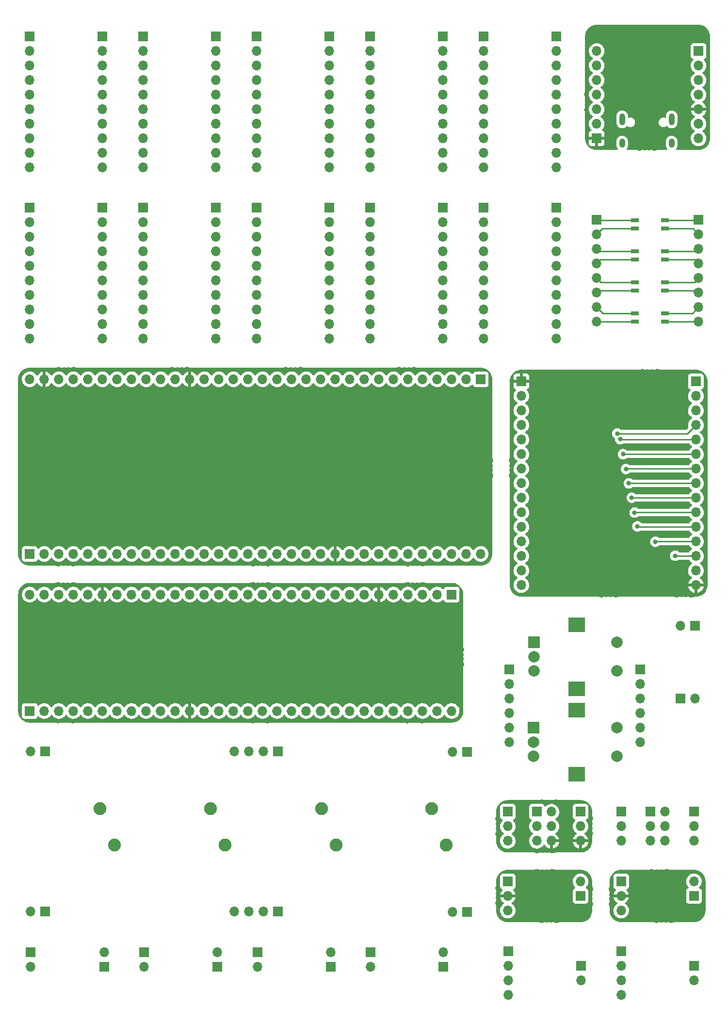
<source format=gbr>
%TF.GenerationSoftware,KiCad,Pcbnew,(6.0.2)*%
%TF.CreationDate,2022-03-17T14:33:33-04:00*%
%TF.ProjectId,Panel,50616e65-6c2e-46b6-9963-61645f706362,rev?*%
%TF.SameCoordinates,Original*%
%TF.FileFunction,Copper,L2,Bot*%
%TF.FilePolarity,Positive*%
%FSLAX46Y46*%
G04 Gerber Fmt 4.6, Leading zero omitted, Abs format (unit mm)*
G04 Created by KiCad (PCBNEW (6.0.2)) date 2022-03-17 14:33:33*
%MOMM*%
%LPD*%
G01*
G04 APERTURE LIST*
%TA.AperFunction,ComponentPad*%
%ADD10R,1.700000X1.700000*%
%TD*%
%TA.AperFunction,ComponentPad*%
%ADD11O,1.700000X1.700000*%
%TD*%
%TA.AperFunction,ComponentPad*%
%ADD12C,2.250000*%
%TD*%
%TA.AperFunction,ComponentPad*%
%ADD13R,2.000000X2.000000*%
%TD*%
%TA.AperFunction,ComponentPad*%
%ADD14C,2.000000*%
%TD*%
%TA.AperFunction,ComponentPad*%
%ADD15R,3.000000X2.500000*%
%TD*%
%TA.AperFunction,ComponentPad*%
%ADD16O,1.000000X2.100000*%
%TD*%
%TA.AperFunction,ComponentPad*%
%ADD17O,1.000000X1.600000*%
%TD*%
%TA.AperFunction,SMDPad,CuDef*%
%ADD18R,1.400000X0.800000*%
%TD*%
%TA.AperFunction,ViaPad*%
%ADD19C,0.800000*%
%TD*%
%TA.AperFunction,Conductor*%
%ADD20C,0.250000*%
%TD*%
G04 APERTURE END LIST*
D10*
%TO.P,J36,1,Pin_1*%
%TO.N,Net-(G1-Pad2)*%
X95312600Y-28869999D03*
D11*
%TO.P,J36,2,Pin_2*%
%TO.N,Net-(G2-Pad2)*%
X95312600Y-31409999D03*
%TO.P,J36,3,Pin_3*%
%TO.N,Net-(G3-Pad2)*%
X95312600Y-33949999D03*
%TO.P,J36,4,Pin_4*%
%TO.N,Net-(G4-Pad2)*%
X95312600Y-36489999D03*
%TO.P,J36,5,Pin_5*%
%TO.N,Net-(G5-Pad2)*%
X95312600Y-39029999D03*
%TO.P,J36,6,Pin_6*%
%TO.N,Net-(G6-Pad2)*%
X95312600Y-41569999D03*
%TO.P,J36,7,Pin_7*%
%TO.N,Net-(G7-Pad2)*%
X95312600Y-44109999D03*
%TO.P,J36,8,Pin_8*%
%TO.N,Net-(G8-Pad2)*%
X95312600Y-46649999D03*
%TO.P,J36,9,Pin_9*%
%TO.N,Net-(G9-Pad2)*%
X95312600Y-49189999D03*
%TO.P,J36,10,Pin_10*%
%TO.N,Net-(G10-Pad2)*%
X95312600Y-51729999D03*
%TD*%
D10*
%TO.P,J52,1,Pin_1*%
%TO.N,Net-(J20-Pad1)*%
X158960000Y-178930001D03*
D11*
%TO.P,J52,2,Pin_2*%
%TO.N,Net-(J20-Pad2)*%
X158960000Y-176390001D03*
%TD*%
D10*
%TO.P,J50,1,Pin_1*%
%TO.N,Net-(G1-Pad2)*%
X134912600Y-58809999D03*
D11*
%TO.P,J50,2,Pin_2*%
%TO.N,Net-(G2-Pad2)*%
X134912600Y-61349999D03*
%TO.P,J50,3,Pin_3*%
%TO.N,Net-(G3-Pad2)*%
X134912600Y-63889999D03*
%TO.P,J50,4,Pin_4*%
%TO.N,Net-(G4-Pad2)*%
X134912600Y-66429999D03*
%TO.P,J50,5,Pin_5*%
%TO.N,Net-(G5-Pad2)*%
X134912600Y-68969999D03*
%TO.P,J50,6,Pin_6*%
%TO.N,Net-(G6-Pad2)*%
X134912600Y-71509999D03*
%TO.P,J50,7,Pin_7*%
%TO.N,Net-(G7-Pad2)*%
X134912600Y-74049999D03*
%TO.P,J50,8,Pin_8*%
%TO.N,Net-(G8-Pad2)*%
X134912600Y-76589999D03*
%TO.P,J50,9,Pin_9*%
%TO.N,Net-(G9-Pad2)*%
X134912600Y-79129999D03*
%TO.P,J50,10,Pin_10*%
%TO.N,Net-(G10-Pad2)*%
X134912600Y-81669999D03*
%TD*%
D10*
%TO.P,J19,1,Pin_1*%
%TO.N,GND_5*%
X115240001Y-191270000D03*
D11*
%TO.P,J19,2,Pin_2*%
%TO.N,Net-(J19-Pad2)*%
X115240001Y-188730000D03*
%TD*%
D10*
%TO.P,JOLED1,1,Pin_1*%
%TO.N,GND_7*%
X128832600Y-89110000D03*
D11*
%TO.P,JOLED1,2,Pin_2*%
%TO.N,Net-(JOLED1-Pad2)*%
X128832600Y-91650000D03*
%TO.P,JOLED1,3,Pin_3*%
%TO.N,Net-(JOLED1-Pad3)*%
X128832600Y-94190000D03*
%TO.P,JOLED1,4,Pin_4*%
%TO.N,Net-(JOLED1-Pad4)*%
X128832600Y-96730000D03*
%TO.P,JOLED1,5,Pin_5*%
%TO.N,Net-(JOLED1-Pad5)*%
X128832600Y-99270000D03*
%TO.P,JOLED1,6,Pin_6*%
%TO.N,Net-(JOLED1-Pad6)*%
X128832600Y-101810000D03*
%TO.P,JOLED1,7,Pin_7*%
%TO.N,unconnected-(JOLED1-Pad7)*%
X128832600Y-104350000D03*
%TO.P,JOLED1,8,Pin_8*%
%TO.N,Net-(JOLED1-Pad8)*%
X128832600Y-106890000D03*
%TO.P,JOLED1,9,Pin_9*%
%TO.N,Net-(JOLED1-Pad9)*%
X128832600Y-109430000D03*
%TO.P,JOLED1,10,Pin_10*%
%TO.N,Net-(JOLED1-Pad10)*%
X128832600Y-111970000D03*
%TO.P,JOLED1,11,Pin_11*%
%TO.N,Net-(JOLED1-Pad11)*%
X128832600Y-114510000D03*
%TO.P,JOLED1,12,Pin_12*%
%TO.N,Net-(JOLED1-Pad12)*%
X128832600Y-117050000D03*
%TO.P,JOLED1,13,Pin_13*%
%TO.N,Net-(JOLED1-Pad13)*%
X128832600Y-119590000D03*
%TO.P,JOLED1,14,Pin_14*%
%TO.N,Net-(JOLED1-Pad14)*%
X128832600Y-122130000D03*
%TO.P,JOLED1,15,Pin_15*%
%TO.N,Net-(JOLED1-Pad15)*%
X128832600Y-124670000D03*
%TD*%
D10*
%TO.P,J11,1,Pin_1*%
%TO.N,Net-(IC1-Pad33)*%
X121752600Y-88750000D03*
D11*
%TO.P,J11,2,Pin_2*%
%TO.N,Net-(IC1-Pad34)*%
X119212600Y-88750000D03*
%TO.P,J11,3,Pin_3*%
%TO.N,Net-(IC1-Pad35)*%
X116672600Y-88750000D03*
%TO.P,J11,4,Pin_4*%
%TO.N,Net-(IC1-Pad36)*%
X114132600Y-88750000D03*
%TO.P,J11,5,Pin_5*%
%TO.N,Net-(IC1-Pad37)*%
X111592600Y-88750000D03*
%TO.P,J11,6,Pin_6*%
%TO.N,Net-(IC1-Pad38)*%
X109052600Y-88750000D03*
%TO.P,J11,7,Pin_7*%
%TO.N,Net-(IC1-Pad39)*%
X106512600Y-88750000D03*
%TO.P,J11,8,Pin_8*%
%TO.N,Net-(IC1-Pad40)*%
X103972600Y-88750000D03*
%TO.P,J11,9,Pin_9*%
%TO.N,Net-(IC1-Pad41)*%
X101432600Y-88750000D03*
%TO.P,J11,10,Pin_10*%
%TO.N,Net-(IC1-Pad42)*%
X98892600Y-88750000D03*
%TO.P,J11,11,Pin_11*%
%TO.N,Net-(IC1-Pad43)*%
X96352600Y-88750000D03*
%TO.P,J11,12,Pin_12*%
%TO.N,Net-(IC1-Pad44)*%
X93812600Y-88750000D03*
%TO.P,J11,13,Pin_13*%
%TO.N,Net-(IC1-Pad45)*%
X91272600Y-88750000D03*
%TO.P,J11,14,Pin_14*%
%TO.N,Net-(IC1-Pad46)*%
X88732600Y-88750000D03*
%TO.P,J11,15,Pin_15*%
%TO.N,Net-(IC1-Pad47)*%
X86192600Y-88750000D03*
%TO.P,J11,16,Pin_16*%
%TO.N,Net-(IC1-Pad48)*%
X83652600Y-88750000D03*
%TO.P,J11,17,Pin_17*%
%TO.N,Net-(IC1-Pad49)*%
X81112600Y-88750000D03*
%TO.P,J11,18,Pin_18*%
%TO.N,Net-(IC1-Pad50)*%
X78572600Y-88750000D03*
%TO.P,J11,19,Pin_19*%
%TO.N,Net-(IC1-Pad51)*%
X76032600Y-88750000D03*
%TO.P,J11,20,Pin_20*%
%TO.N,Net-(IC1-Pad52)*%
X73492600Y-88750000D03*
%TO.P,J11,21,Pin_21*%
%TO.N,GND_1*%
X70952600Y-88750000D03*
%TO.P,J11,22,Pin_22*%
%TO.N,Net-(IC1-Pad54)*%
X68412600Y-88750000D03*
%TO.P,J11,23,Pin_23*%
%TO.N,Net-(IC1-Pad55)*%
X65872600Y-88750000D03*
%TO.P,J11,24,Pin_24*%
%TO.N,Net-(IC1-Pad56)*%
X63332600Y-88750000D03*
%TO.P,J11,25,Pin_25*%
%TO.N,Net-(IC1-Pad57)*%
X60792600Y-88750000D03*
%TO.P,J11,26,Pin_26*%
%TO.N,Net-(IC1-Pad58)*%
X58252600Y-88750000D03*
%TO.P,J11,27,Pin_27*%
%TO.N,Net-(IC1-Pad59)*%
X55712600Y-88750000D03*
%TO.P,J11,28,Pin_28*%
%TO.N,Net-(IC1-Pad60)*%
X53172600Y-88750000D03*
%TO.P,J11,29,Pin_29*%
%TO.N,Net-(IC1-Pad61)*%
X50632600Y-88750000D03*
%TO.P,J11,30,Pin_30*%
%TO.N,Net-(IC1-Pad62)*%
X48092600Y-88750000D03*
%TO.P,J11,31,Pin_31*%
%TO.N,GND_1*%
X45552600Y-88750000D03*
%TO.P,J11,32,Pin_32*%
%TO.N,Net-(IC1-Pad64)*%
X43012600Y-88750000D03*
%TD*%
D10*
%TO.P,J43,1,Pin_1*%
%TO.N,Net-(G1-Pad1)*%
X62812600Y-58809999D03*
D11*
%TO.P,J43,2,Pin_2*%
%TO.N,Net-(G2-Pad1)*%
X62812600Y-61349999D03*
%TO.P,J43,3,Pin_3*%
%TO.N,Net-(G3-Pad1)*%
X62812600Y-63889999D03*
%TO.P,J43,4,Pin_4*%
%TO.N,Net-(G4-Pad1)*%
X62812600Y-66429999D03*
%TO.P,J43,5,Pin_5*%
%TO.N,Net-(G5-Pad1)*%
X62812600Y-68969999D03*
%TO.P,J43,6,Pin_6*%
%TO.N,Net-(G6-Pad1)*%
X62812600Y-71509999D03*
%TO.P,J43,7,Pin_7*%
%TO.N,Net-(G7-Pad1)*%
X62812600Y-74049999D03*
%TO.P,J43,8,Pin_8*%
%TO.N,Net-(G8-Pad1)*%
X62812600Y-76589999D03*
%TO.P,J43,9,Pin_9*%
%TO.N,Net-(G9-Pad1)*%
X62812600Y-79129999D03*
%TO.P,J43,10,Pin_10*%
%TO.N,Net-(G10-Pad1)*%
X62812600Y-81669999D03*
%TD*%
D10*
%TO.P,J32,1,Pin_1*%
%TO.N,unconnected-(J32-Pad1)*%
X45740000Y-181650000D03*
D11*
%TO.P,J32,2,Pin_2*%
%TO.N,unconnected-(J32-Pad2)*%
X43200000Y-181650000D03*
%TD*%
D10*
%TO.P,J45,1,Pin_1*%
%TO.N,Net-(G1-Pad1)*%
X82612600Y-58809999D03*
D11*
%TO.P,J45,2,Pin_2*%
%TO.N,Net-(G2-Pad1)*%
X82612600Y-61349999D03*
%TO.P,J45,3,Pin_3*%
%TO.N,Net-(G3-Pad1)*%
X82612600Y-63889999D03*
%TO.P,J45,4,Pin_4*%
%TO.N,Net-(G4-Pad1)*%
X82612600Y-66429999D03*
%TO.P,J45,5,Pin_5*%
%TO.N,Net-(G5-Pad1)*%
X82612600Y-68969999D03*
%TO.P,J45,6,Pin_6*%
%TO.N,Net-(G6-Pad1)*%
X82612600Y-71509999D03*
%TO.P,J45,7,Pin_7*%
%TO.N,Net-(G7-Pad1)*%
X82612600Y-74049999D03*
%TO.P,J45,8,Pin_8*%
%TO.N,Net-(G8-Pad1)*%
X82612600Y-76589999D03*
%TO.P,J45,9,Pin_9*%
%TO.N,Net-(G9-Pad1)*%
X82612600Y-79129999D03*
%TO.P,J45,10,Pin_10*%
%TO.N,Net-(G10-Pad1)*%
X82612600Y-81669999D03*
%TD*%
D10*
%TO.P,J26,1,Pin_1*%
%TO.N,Net-(J26-Pad1)*%
X146260001Y-164230001D03*
D11*
%TO.P,J26,2,Pin_2*%
%TO.N,Net-(J26-Pad2)*%
X146260001Y-166770001D03*
%TO.P,J26,3,Pin_3*%
%TO.N,Net-(J26-Pad3)*%
X146260001Y-169310001D03*
%TD*%
D12*
%TO.P,MX1,1,COL*%
%TO.N,Net-(J10-Pad1)*%
X113140000Y-163680000D03*
%TO.P,MX1,2,ROW*%
%TO.N,Net-(J9-Pad1)*%
X115680000Y-170030000D03*
%TD*%
D10*
%TO.P,J34,1,Pin_1*%
%TO.N,Net-(G1-Pad2)*%
X75512600Y-28869999D03*
D11*
%TO.P,J34,2,Pin_2*%
%TO.N,Net-(G2-Pad2)*%
X75512600Y-31409999D03*
%TO.P,J34,3,Pin_3*%
%TO.N,Net-(G3-Pad2)*%
X75512600Y-33949999D03*
%TO.P,J34,4,Pin_4*%
%TO.N,Net-(G4-Pad2)*%
X75512600Y-36489999D03*
%TO.P,J34,5,Pin_5*%
%TO.N,Net-(G5-Pad2)*%
X75512600Y-39029999D03*
%TO.P,J34,6,Pin_6*%
%TO.N,Net-(G6-Pad2)*%
X75512600Y-41569999D03*
%TO.P,J34,7,Pin_7*%
%TO.N,Net-(G7-Pad2)*%
X75512600Y-44109999D03*
%TO.P,J34,8,Pin_8*%
%TO.N,Net-(G8-Pad2)*%
X75512600Y-46649999D03*
%TO.P,J34,9,Pin_9*%
%TO.N,Net-(G9-Pad2)*%
X75512600Y-49189999D03*
%TO.P,J34,10,Pin_10*%
%TO.N,Net-(G10-Pad2)*%
X75512600Y-51729999D03*
%TD*%
D10*
%TO.P,J30,1,Pin_1*%
%TO.N,unconnected-(J30-Pad1)*%
X119400000Y-181709708D03*
D11*
%TO.P,J30,2,Pin_2*%
%TO.N,unconnected-(J30-Pad2)*%
X116860000Y-181709708D03*
%TD*%
D10*
%TO.P,J31,1,Pin_1*%
%TO.N,unconnected-(J31-Pad1)*%
X45740000Y-153710000D03*
D11*
%TO.P,J31,2,Pin_2*%
%TO.N,unconnected-(J31-Pad2)*%
X43200000Y-153710000D03*
%TD*%
D10*
%TO.P,J53,1,Pin_1*%
%TO.N,Net-(IC2-Pad1)*%
X146299999Y-188550002D03*
D11*
%TO.P,J53,2,Pin_2*%
%TO.N,Net-(IC2-Pad2)*%
X146299999Y-191090002D03*
%TO.P,J53,3,Pin_3*%
%TO.N,Net-(IC3-Pad1)*%
X146299999Y-193630002D03*
%TO.P,J53,4,Pin_4*%
%TO.N,Net-(IC3-Pad2)*%
X146299999Y-196170002D03*
%TD*%
D10*
%TO.P,J4,1,Pin_1*%
%TO.N,Net-(G1-Pad2)*%
X55712600Y-28869999D03*
D11*
%TO.P,J4,2,Pin_2*%
%TO.N,Net-(G2-Pad2)*%
X55712600Y-31409999D03*
%TO.P,J4,3,Pin_3*%
%TO.N,Net-(G3-Pad2)*%
X55712600Y-33949999D03*
%TO.P,J4,4,Pin_4*%
%TO.N,Net-(G4-Pad2)*%
X55712600Y-36489999D03*
%TO.P,J4,5,Pin_5*%
%TO.N,Net-(G5-Pad2)*%
X55712600Y-39029999D03*
%TO.P,J4,6,Pin_6*%
%TO.N,Net-(G6-Pad2)*%
X55712600Y-41569999D03*
%TO.P,J4,7,Pin_7*%
%TO.N,Net-(G7-Pad2)*%
X55712600Y-44109999D03*
%TO.P,J4,8,Pin_8*%
%TO.N,Net-(G8-Pad2)*%
X55712600Y-46649999D03*
%TO.P,J4,9,Pin_9*%
%TO.N,Net-(G9-Pad2)*%
X55712600Y-49189999D03*
%TO.P,J4,10,Pin_10*%
%TO.N,Net-(G10-Pad2)*%
X55712600Y-51729999D03*
%TD*%
D10*
%TO.P,J23,1,Pin_1*%
%TO.N,Net-(J23-Pad1)*%
X102540001Y-188730000D03*
D11*
%TO.P,J23,2,Pin_2*%
%TO.N,Net-(J23-Pad2)*%
X102540001Y-191270000D03*
%TD*%
D10*
%TO.P,J5,1,Pin_1*%
%TO.N,Net-(J5-Pad1)*%
X116680000Y-126310000D03*
D11*
%TO.P,J5,2,Pin_2*%
%TO.N,Net-(J5-Pad2)*%
X114140000Y-126310000D03*
%TO.P,J5,3,Pin_3*%
%TO.N,Net-(J5-Pad3)*%
X111600000Y-126310000D03*
%TO.P,J5,4,Pin_4*%
%TO.N,Net-(J5-Pad4)*%
X109060000Y-126310000D03*
%TO.P,J5,5,Pin_5*%
%TO.N,Net-(J5-Pad5)*%
X106520000Y-126310000D03*
%TO.P,J5,6,Pin_6*%
%TO.N,GND_3*%
X103980000Y-126310000D03*
%TO.P,J5,7,Pin_7*%
%TO.N,Net-(J5-Pad7)*%
X101440000Y-126310000D03*
%TO.P,J5,8,Pin_8*%
%TO.N,Net-(J5-Pad8)*%
X98900000Y-126310000D03*
%TO.P,J5,9,Pin_9*%
%TO.N,Net-(J5-Pad9)*%
X96360000Y-126310000D03*
%TO.P,J5,10,Pin_10*%
%TO.N,Net-(J5-Pad10)*%
X93820000Y-126310000D03*
%TO.P,J5,11,Pin_11*%
%TO.N,Net-(J5-Pad11)*%
X91280000Y-126310000D03*
%TO.P,J5,12,Pin_12*%
%TO.N,Net-(J5-Pad12)*%
X88740000Y-126310000D03*
%TO.P,J5,13,Pin_13*%
%TO.N,Net-(J5-Pad13)*%
X86200000Y-126310000D03*
%TO.P,J5,14,Pin_14*%
%TO.N,Net-(J5-Pad14)*%
X83660000Y-126310000D03*
%TO.P,J5,15,Pin_15*%
%TO.N,Net-(J5-Pad15)*%
X81120000Y-126310000D03*
%TO.P,J5,16,Pin_16*%
%TO.N,Net-(J5-Pad16)*%
X78580000Y-126310000D03*
%TO.P,J5,17,Pin_17*%
%TO.N,Net-(J5-Pad17)*%
X76040000Y-126310000D03*
%TO.P,J5,18,Pin_18*%
%TO.N,Net-(J5-Pad18)*%
X73500000Y-126310000D03*
%TO.P,J5,19,Pin_19*%
%TO.N,Net-(J5-Pad19)*%
X70960000Y-126310000D03*
%TO.P,J5,20,Pin_20*%
%TO.N,Net-(J5-Pad20)*%
X68420000Y-126310000D03*
%TO.P,J5,21,Pin_21*%
%TO.N,Net-(J5-Pad21)*%
X65880000Y-126310000D03*
%TO.P,J5,22,Pin_22*%
%TO.N,Net-(J5-Pad22)*%
X63340000Y-126310000D03*
%TO.P,J5,23,Pin_23*%
%TO.N,Net-(J5-Pad23)*%
X60800000Y-126310000D03*
%TO.P,J5,24,Pin_24*%
%TO.N,Net-(J5-Pad24)*%
X58260000Y-126310000D03*
%TO.P,J5,25,Pin_25*%
%TO.N,GND_3*%
X55720000Y-126310000D03*
%TO.P,J5,26,Pin_26*%
%TO.N,Net-(J5-Pad26)*%
X53180000Y-126310000D03*
%TO.P,J5,27,Pin_27*%
%TO.N,Net-(J5-Pad27)*%
X50640000Y-126310000D03*
%TO.P,J5,28,Pin_28*%
%TO.N,Net-(J5-Pad28)*%
X48100000Y-126310000D03*
%TO.P,J5,29,Pin_29*%
%TO.N,Net-(J5-Pad29)*%
X45560000Y-126310000D03*
%TO.P,J5,30,Pin_30*%
%TO.N,Net-(J5-Pad30)*%
X43020000Y-126310000D03*
%TD*%
D10*
%TO.P,J18,1,Pin_1*%
%TO.N,GND_2*%
X141992601Y-46690002D03*
D11*
%TO.P,J18,2,Pin_2*%
%TO.N,Net-(J18-Pad2)*%
X141992601Y-44150002D03*
%TO.P,J18,3,Pin_3*%
%TO.N,Net-(J18-Pad3)*%
X141992601Y-41610002D03*
%TO.P,J18,4,Pin_4*%
%TO.N,Net-(J18-Pad4)*%
X141992601Y-39070002D03*
%TO.P,J18,5,Pin_5*%
%TO.N,Net-(J18-Pad5)*%
X141992601Y-36530002D03*
%TO.P,J18,6,Pin_6*%
%TO.N,Net-(J18-Pad6)*%
X141992601Y-33990002D03*
%TO.P,J18,7,Pin_7*%
%TO.N,Net-(J18-Pad7)*%
X141992601Y-31450002D03*
%TD*%
D10*
%TO.P,J6,1,Pin_1*%
%TO.N,Net-(J6-Pad1)*%
X43200000Y-188730000D03*
D11*
%TO.P,J6,2,Pin_2*%
%TO.N,Net-(J6-Pad2)*%
X43200000Y-191270000D03*
%TD*%
D12*
%TO.P,MX3,1,COL*%
%TO.N,Net-(J10-Pad2)*%
X94000000Y-163680000D03*
%TO.P,MX3,2,ROW*%
%TO.N,Net-(J9-Pad2)*%
X96540000Y-170030000D03*
%TD*%
D10*
%TO.P,J40,1,Pin_1*%
%TO.N,Net-(G1-Pad2)*%
X134912600Y-28869999D03*
D11*
%TO.P,J40,2,Pin_2*%
%TO.N,Net-(G2-Pad2)*%
X134912600Y-31409999D03*
%TO.P,J40,3,Pin_3*%
%TO.N,Net-(G3-Pad2)*%
X134912600Y-33949999D03*
%TO.P,J40,4,Pin_4*%
%TO.N,Net-(G4-Pad2)*%
X134912600Y-36489999D03*
%TO.P,J40,5,Pin_5*%
%TO.N,Net-(G5-Pad2)*%
X134912600Y-39029999D03*
%TO.P,J40,6,Pin_6*%
%TO.N,Net-(G6-Pad2)*%
X134912600Y-41569999D03*
%TO.P,J40,7,Pin_7*%
%TO.N,Net-(G7-Pad2)*%
X134912600Y-44109999D03*
%TO.P,J40,8,Pin_8*%
%TO.N,Net-(G8-Pad2)*%
X134912600Y-46649999D03*
%TO.P,J40,9,Pin_9*%
%TO.N,Net-(G9-Pad2)*%
X134912600Y-49189999D03*
%TO.P,J40,10,Pin_10*%
%TO.N,Net-(G10-Pad2)*%
X134912600Y-51729999D03*
%TD*%
D10*
%TO.P,J8,1,Pin_1*%
%TO.N,Net-(J8-Pad1)*%
X126709999Y-139370001D03*
D11*
%TO.P,J8,2,Pin_2*%
%TO.N,Net-(J8-Pad2)*%
X126709999Y-141910001D03*
%TO.P,J8,3,Pin_3*%
%TO.N,Net-(J8-Pad3)*%
X126709999Y-144450001D03*
%TO.P,J8,4,Pin_4*%
%TO.N,Net-(J8-Pad4)*%
X126709999Y-146990001D03*
%TO.P,J8,5,Pin_5*%
%TO.N,Net-(J8-Pad5)*%
X126709999Y-149530001D03*
%TO.P,J8,6,Pin_6*%
%TO.N,Net-(J8-Pad6)*%
X126709999Y-152070001D03*
%TD*%
D10*
%TO.P,J16,1,Pin_1*%
%TO.N,Net-(J16-Pad1)*%
X126480000Y-176390001D03*
D11*
%TO.P,J16,2,Pin_2*%
%TO.N,GND_4*%
X126480000Y-178930001D03*
%TO.P,J16,3,Pin_3*%
%TO.N,Net-(J16-Pad3)*%
X126480000Y-181470001D03*
%TD*%
D10*
%TO.P,J28,1,Pin_1*%
%TO.N,Net-(J27-Pad4)*%
X158960001Y-164230001D03*
D11*
%TO.P,J28,2,Pin_2*%
%TO.N,Net-(J27-Pad5)*%
X158960001Y-166770001D03*
%TO.P,J28,3,Pin_3*%
%TO.N,Net-(J27-Pad6)*%
X158960001Y-169310001D03*
%TD*%
D10*
%TO.P,J58,1,Pin_1*%
%TO.N,Net-(J7-Pad1)*%
X95580000Y-191270000D03*
D11*
%TO.P,J58,2,Pin_2*%
%TO.N,Net-(J7-Pad2)*%
X95580000Y-188730000D03*
%TD*%
D10*
%TO.P,J47,1,Pin_1*%
%TO.N,Net-(G1-Pad1)*%
X102412600Y-58809999D03*
D11*
%TO.P,J47,2,Pin_2*%
%TO.N,Net-(G2-Pad1)*%
X102412600Y-61349999D03*
%TO.P,J47,3,Pin_3*%
%TO.N,Net-(G3-Pad1)*%
X102412600Y-63889999D03*
%TO.P,J47,4,Pin_4*%
%TO.N,Net-(G4-Pad1)*%
X102412600Y-66429999D03*
%TO.P,J47,5,Pin_5*%
%TO.N,Net-(G5-Pad1)*%
X102412600Y-68969999D03*
%TO.P,J47,6,Pin_6*%
%TO.N,Net-(G6-Pad1)*%
X102412600Y-71509999D03*
%TO.P,J47,7,Pin_7*%
%TO.N,Net-(G7-Pad1)*%
X102412600Y-74049999D03*
%TO.P,J47,8,Pin_8*%
%TO.N,Net-(G8-Pad1)*%
X102412600Y-76589999D03*
%TO.P,J47,9,Pin_9*%
%TO.N,Net-(G9-Pad1)*%
X102412600Y-79129999D03*
%TO.P,J47,10,Pin_10*%
%TO.N,Net-(G10-Pad1)*%
X102412600Y-81669999D03*
%TD*%
D10*
%TO.P,J35,1,Pin_1*%
%TO.N,Net-(G1-Pad1)*%
X82612600Y-28869999D03*
D11*
%TO.P,J35,2,Pin_2*%
%TO.N,Net-(G2-Pad1)*%
X82612600Y-31409999D03*
%TO.P,J35,3,Pin_3*%
%TO.N,Net-(G3-Pad1)*%
X82612600Y-33949999D03*
%TO.P,J35,4,Pin_4*%
%TO.N,Net-(G4-Pad1)*%
X82612600Y-36489999D03*
%TO.P,J35,5,Pin_5*%
%TO.N,Net-(G5-Pad1)*%
X82612600Y-39029999D03*
%TO.P,J35,6,Pin_6*%
%TO.N,Net-(G6-Pad1)*%
X82612600Y-41569999D03*
%TO.P,J35,7,Pin_7*%
%TO.N,Net-(G7-Pad1)*%
X82612600Y-44109999D03*
%TO.P,J35,8,Pin_8*%
%TO.N,Net-(G8-Pad1)*%
X82612600Y-46649999D03*
%TO.P,J35,9,Pin_9*%
%TO.N,Net-(G9-Pad1)*%
X82612600Y-49189999D03*
%TO.P,J35,10,Pin_10*%
%TO.N,Net-(G10-Pad1)*%
X82612600Y-51729999D03*
%TD*%
D10*
%TO.P,J57,1,Pin_1*%
%TO.N,Net-(J6-Pad1)*%
X82760000Y-188730000D03*
D11*
%TO.P,J57,2,Pin_2*%
%TO.N,Net-(J6-Pad2)*%
X82760000Y-191270000D03*
%TD*%
D10*
%TO.P,J38,1,Pin_1*%
%TO.N,Net-(G1-Pad2)*%
X115112600Y-28869999D03*
D11*
%TO.P,J38,2,Pin_2*%
%TO.N,Net-(G2-Pad2)*%
X115112600Y-31409999D03*
%TO.P,J38,3,Pin_3*%
%TO.N,Net-(G3-Pad2)*%
X115112600Y-33949999D03*
%TO.P,J38,4,Pin_4*%
%TO.N,Net-(G4-Pad2)*%
X115112600Y-36489999D03*
%TO.P,J38,5,Pin_5*%
%TO.N,Net-(G5-Pad2)*%
X115112600Y-39029999D03*
%TO.P,J38,6,Pin_6*%
%TO.N,Net-(G6-Pad2)*%
X115112600Y-41569999D03*
%TO.P,J38,7,Pin_7*%
%TO.N,Net-(G7-Pad2)*%
X115112600Y-44109999D03*
%TO.P,J38,8,Pin_8*%
%TO.N,Net-(G8-Pad2)*%
X115112600Y-46649999D03*
%TO.P,J38,9,Pin_9*%
%TO.N,Net-(G9-Pad2)*%
X115112600Y-49189999D03*
%TO.P,J38,10,Pin_10*%
%TO.N,Net-(G10-Pad2)*%
X115112600Y-51729999D03*
%TD*%
D10*
%TO.P,J41,1,Pin_1*%
%TO.N,Net-(G1-Pad1)*%
X43012600Y-58809999D03*
D11*
%TO.P,J41,2,Pin_2*%
%TO.N,Net-(G2-Pad1)*%
X43012600Y-61349999D03*
%TO.P,J41,3,Pin_3*%
%TO.N,Net-(G3-Pad1)*%
X43012600Y-63889999D03*
%TO.P,J41,4,Pin_4*%
%TO.N,Net-(G4-Pad1)*%
X43012600Y-66429999D03*
%TO.P,J41,5,Pin_5*%
%TO.N,Net-(G5-Pad1)*%
X43012600Y-68969999D03*
%TO.P,J41,6,Pin_6*%
%TO.N,Net-(G6-Pad1)*%
X43012600Y-71509999D03*
%TO.P,J41,7,Pin_7*%
%TO.N,Net-(G7-Pad1)*%
X43012600Y-74049999D03*
%TO.P,J41,8,Pin_8*%
%TO.N,Net-(G8-Pad1)*%
X43012600Y-76589999D03*
%TO.P,J41,9,Pin_9*%
%TO.N,Net-(G9-Pad1)*%
X43012600Y-79129999D03*
%TO.P,J41,10,Pin_10*%
%TO.N,Net-(G10-Pad1)*%
X43012600Y-81669999D03*
%TD*%
D10*
%TO.P,J54,1,Pin_1*%
%TO.N,Net-(IC2-Pad3)*%
X158999999Y-191090002D03*
D11*
%TO.P,J54,2,Pin_2*%
%TO.N,Net-(IC3-Pad3)*%
X158999999Y-193630002D03*
%TD*%
D10*
%TO.P,J22,1,MISO*%
%TO.N,Net-(J17-Pad1)*%
X131560000Y-164230001D03*
D11*
%TO.P,J22,2,VCC*%
%TO.N,Net-(J17-Pad2)*%
X134100000Y-164230001D03*
%TO.P,J22,3,SCK*%
%TO.N,Net-(J17-Pad3)*%
X131560000Y-166770001D03*
%TO.P,J22,4,MOSI*%
%TO.N,Net-(J22-Pad4)*%
X134100000Y-166770001D03*
%TO.P,J22,5,~{RST}*%
%TO.N,Net-(J22-Pad5)*%
X131560000Y-169310001D03*
%TO.P,J22,6,GND*%
%TO.N,GND_6*%
X134100000Y-169310001D03*
%TD*%
D10*
%TO.P,J29,1,Pin_1*%
%TO.N,unconnected-(J29-Pad1)*%
X119400000Y-153769708D03*
D11*
%TO.P,J29,2,Pin_2*%
%TO.N,unconnected-(J29-Pad2)*%
X116860000Y-153769708D03*
%TD*%
D10*
%TO.P,J1,1,Pin_1*%
%TO.N,Net-(J1-Pad1)*%
X43020000Y-146630000D03*
D11*
%TO.P,J1,2,Pin_2*%
%TO.N,Net-(J1-Pad2)*%
X45560000Y-146630000D03*
%TO.P,J1,3,Pin_3*%
%TO.N,Net-(J1-Pad3)*%
X48100000Y-146630000D03*
%TO.P,J1,4,Pin_4*%
%TO.N,Net-(J1-Pad4)*%
X50640000Y-146630000D03*
%TO.P,J1,5,Pin_5*%
%TO.N,Net-(J1-Pad5)*%
X53180000Y-146630000D03*
%TO.P,J1,6,Pin_6*%
%TO.N,Net-(J1-Pad6)*%
X55720000Y-146630000D03*
%TO.P,J1,7,Pin_7*%
%TO.N,Net-(J1-Pad7)*%
X58260000Y-146630000D03*
%TO.P,J1,8,Pin_8*%
%TO.N,Net-(J1-Pad8)*%
X60800000Y-146630000D03*
%TO.P,J1,9,Pin_9*%
%TO.N,Net-(J1-Pad9)*%
X63340000Y-146630000D03*
%TO.P,J1,10,Pin_10*%
%TO.N,Net-(J1-Pad10)*%
X65880000Y-146630000D03*
%TO.P,J1,11,Pin_11*%
%TO.N,Net-(J1-Pad11)*%
X68420000Y-146630000D03*
%TO.P,J1,12,Pin_12*%
%TO.N,GND_3*%
X70960000Y-146630000D03*
%TO.P,J1,13,Pin_13*%
%TO.N,Net-(J1-Pad13)*%
X73500000Y-146630000D03*
%TO.P,J1,14,Pin_14*%
%TO.N,Net-(J1-Pad14)*%
X76040000Y-146630000D03*
%TO.P,J1,15,Pin_15*%
%TO.N,Net-(J1-Pad15)*%
X78580000Y-146630000D03*
%TO.P,J1,16,Pin_16*%
%TO.N,Net-(J1-Pad16)*%
X81120000Y-146630000D03*
%TO.P,J1,17,Pin_17*%
%TO.N,Net-(J1-Pad17)*%
X83660000Y-146630000D03*
%TO.P,J1,18,Pin_18*%
%TO.N,Net-(J1-Pad18)*%
X86200000Y-146630000D03*
%TO.P,J1,19,Pin_19*%
%TO.N,Net-(J1-Pad19)*%
X88740000Y-146630000D03*
%TO.P,J1,20,Pin_20*%
%TO.N,Net-(J1-Pad20)*%
X91280000Y-146630000D03*
%TO.P,J1,21,Pin_21*%
%TO.N,Net-(J1-Pad21)*%
X93820000Y-146630000D03*
%TO.P,J1,22,Pin_22*%
%TO.N,Net-(J1-Pad22)*%
X96360000Y-146630000D03*
%TO.P,J1,23,Pin_23*%
%TO.N,Net-(J1-Pad23)*%
X98900000Y-146630000D03*
%TO.P,J1,24,Pin_24*%
%TO.N,Net-(J1-Pad24)*%
X101440000Y-146630000D03*
%TO.P,J1,25,Pin_25*%
%TO.N,Net-(J1-Pad25)*%
X103980000Y-146630000D03*
%TO.P,J1,26,Pin_26*%
%TO.N,Net-(J1-Pad26)*%
X106520000Y-146630000D03*
%TO.P,J1,27,Pin_27*%
%TO.N,Net-(J1-Pad27)*%
X109060000Y-146630000D03*
%TO.P,J1,28,Pin_28*%
%TO.N,Net-(J1-Pad28)*%
X111600000Y-146630000D03*
%TO.P,J1,29,Pin_29*%
%TO.N,Net-(J1-Pad29)*%
X114140000Y-146630000D03*
%TO.P,J1,30,Pin_30*%
%TO.N,Net-(J1-Pad30)*%
X116680000Y-146630000D03*
%TD*%
D10*
%TO.P,J3,1,Pin_1*%
%TO.N,Net-(IC1-Pad1)*%
X43012600Y-119230000D03*
D11*
%TO.P,J3,2,Pin_2*%
%TO.N,Net-(IC1-Pad2)*%
X45552600Y-119230000D03*
%TO.P,J3,3,Pin_3*%
%TO.N,Net-(IC1-Pad3)*%
X48092600Y-119230000D03*
%TO.P,J3,4,Pin_4*%
%TO.N,Net-(IC1-Pad4)*%
X50632600Y-119230000D03*
%TO.P,J3,5,Pin_5*%
%TO.N,Net-(IC1-Pad5)*%
X53172600Y-119230000D03*
%TO.P,J3,6,Pin_6*%
%TO.N,Net-(IC1-Pad6)*%
X55712600Y-119230000D03*
%TO.P,J3,7,Pin_7*%
%TO.N,Net-(IC1-Pad7)*%
X58252600Y-119230000D03*
%TO.P,J3,8,Pin_8*%
%TO.N,Net-(IC1-Pad8)*%
X60792600Y-119230000D03*
%TO.P,J3,9,Pin_9*%
%TO.N,Net-(IC1-Pad9)*%
X63332600Y-119230000D03*
%TO.P,J3,10,Pin_10*%
%TO.N,Net-(IC1-Pad10)*%
X65872600Y-119230000D03*
%TO.P,J3,11,Pin_11*%
%TO.N,Net-(IC1-Pad11)*%
X68412600Y-119230000D03*
%TO.P,J3,12,Pin_12*%
%TO.N,Net-(IC1-Pad12)*%
X70952600Y-119230000D03*
%TO.P,J3,13,Pin_13*%
%TO.N,Net-(IC1-Pad13)*%
X73492600Y-119230000D03*
%TO.P,J3,14,Pin_14*%
%TO.N,Net-(IC1-Pad14)*%
X76032600Y-119230000D03*
%TO.P,J3,15,Pin_15*%
%TO.N,Net-(IC1-Pad15)*%
X78572600Y-119230000D03*
%TO.P,J3,16,Pin_16*%
%TO.N,Net-(IC1-Pad16)*%
X81112600Y-119230000D03*
%TO.P,J3,17,Pin_17*%
%TO.N,Net-(IC1-Pad17)*%
X83652600Y-119230000D03*
%TO.P,J3,18,Pin_18*%
%TO.N,Net-(IC1-Pad18)*%
X86192600Y-119230000D03*
%TO.P,J3,19,Pin_19*%
%TO.N,Net-(IC1-Pad19)*%
X88732600Y-119230000D03*
%TO.P,J3,20,Pin_20*%
%TO.N,Net-(IC1-Pad20)*%
X91272600Y-119230000D03*
%TO.P,J3,21,Pin_21*%
%TO.N,Net-(IC1-Pad21)*%
X93812600Y-119230000D03*
%TO.P,J3,22,Pin_22*%
%TO.N,GND_1*%
X96352600Y-119230000D03*
%TO.P,J3,23,Pin_23*%
%TO.N,Net-(IC1-Pad23)*%
X98892600Y-119230000D03*
%TO.P,J3,24,Pin_24*%
%TO.N,Net-(IC1-Pad24)*%
X101432600Y-119230000D03*
%TO.P,J3,25,Pin_25*%
%TO.N,Net-(IC1-Pad25)*%
X103972600Y-119230000D03*
%TO.P,J3,26,Pin_26*%
%TO.N,Net-(IC1-Pad26)*%
X106512600Y-119230000D03*
%TO.P,J3,27,Pin_27*%
%TO.N,Net-(IC1-Pad27)*%
X109052600Y-119230000D03*
%TO.P,J3,28,Pin_28*%
%TO.N,Net-(IC1-Pad28)*%
X111592600Y-119230000D03*
%TO.P,J3,29,Pin_29*%
%TO.N,Net-(IC1-Pad29)*%
X114132600Y-119230000D03*
%TO.P,J3,30,Pin_30*%
%TO.N,Net-(IC1-Pad30)*%
X116672600Y-119230000D03*
%TO.P,J3,31,Pin_31*%
%TO.N,Net-(IC1-Pad31)*%
X119212600Y-119230000D03*
%TO.P,J3,32,Pin_32*%
%TO.N,Net-(IC1-Pad32)*%
X121752600Y-119230000D03*
%TD*%
D10*
%TO.P,J24,1,Pin_1*%
%TO.N,Net-(J22-Pad4)*%
X139180000Y-164230001D03*
D11*
%TO.P,J24,2,Pin_2*%
%TO.N,Net-(J22-Pad5)*%
X139180000Y-166770001D03*
%TO.P,J24,3,Pin_3*%
%TO.N,GND_6*%
X139180000Y-169310001D03*
%TD*%
D10*
%TO.P,J19,1,Pin_1*%
%TO.N,GND_5*%
X156649999Y-144450001D03*
D11*
%TO.P,J19,2,Pin_2*%
%TO.N,Net-(J19-Pad2)*%
X159189999Y-144450001D03*
%TD*%
D10*
%TO.P,J15,1,Pin_1*%
%TO.N,Net-(IC2-Pad1)*%
X126519999Y-188550002D03*
D11*
%TO.P,J15,2,Pin_2*%
%TO.N,Net-(IC2-Pad2)*%
X126519999Y-191090002D03*
%TO.P,J15,3,Pin_3*%
%TO.N,Net-(IC3-Pad1)*%
X126519999Y-193630002D03*
%TO.P,J15,4,Pin_4*%
%TO.N,Net-(IC3-Pad2)*%
X126519999Y-196170002D03*
%TD*%
D10*
%TO.P,J51,1,Pin_1*%
%TO.N,Net-(J16-Pad1)*%
X146260000Y-176390001D03*
D11*
%TO.P,J51,2,Pin_2*%
%TO.N,GND_4*%
X146260000Y-178930001D03*
%TO.P,J51,3,Pin_3*%
%TO.N,Net-(J16-Pad3)*%
X146260000Y-181470001D03*
%TD*%
D10*
%TO.P,J20,1,Pin_1*%
%TO.N,Net-(J20-Pad1)*%
X139180000Y-178930001D03*
D11*
%TO.P,J20,2,Pin_2*%
%TO.N,Net-(J20-Pad2)*%
X139180000Y-176390001D03*
%TD*%
D10*
%TO.P,J23,1,Pin_1*%
%TO.N,Net-(J23-Pad1)*%
X159189999Y-131750001D03*
D11*
%TO.P,J23,2,Pin_2*%
%TO.N,Net-(J23-Pad2)*%
X156649999Y-131750001D03*
%TD*%
D10*
%TO.P,JOLED2,1,Pin_1*%
%TO.N,Net-(JOLED2-Pad1)*%
X159312600Y-89115000D03*
D11*
%TO.P,JOLED2,2,Pin_2*%
%TO.N,Net-(JOLED2-Pad2)*%
X159312600Y-91655000D03*
%TO.P,JOLED2,3,Pin_3*%
%TO.N,Net-(JOLED2-Pad3)*%
X159312600Y-94195000D03*
%TO.P,JOLED2,4,Pin_4*%
%TO.N,Net-(JOLED2-Pad4)*%
X159312600Y-96735000D03*
%TO.P,JOLED2,5,Pin_5*%
%TO.N,Net-(JOLED2-Pad5)*%
X159312600Y-99275000D03*
%TO.P,JOLED2,6,Pin_6*%
%TO.N,Net-(JOLED2-Pad6)*%
X159312600Y-101815000D03*
%TO.P,JOLED2,7,Pin_7*%
%TO.N,Net-(JOLED2-Pad7)*%
X159312600Y-104355000D03*
%TO.P,JOLED2,8,Pin_8*%
%TO.N,Net-(JOLED2-Pad8)*%
X159312600Y-106895000D03*
%TO.P,JOLED2,9,Pin_9*%
%TO.N,Net-(JOLED2-Pad9)*%
X159312600Y-109435000D03*
%TO.P,JOLED2,10,Pin_10*%
%TO.N,Net-(JOLED2-Pad10)*%
X159312600Y-111975000D03*
%TO.P,JOLED2,11,Pin_11*%
%TO.N,Net-(JOLED2-Pad11)*%
X159312600Y-114515000D03*
%TO.P,JOLED2,12,Pin_12*%
%TO.N,Net-(JOLED2-Pad12)*%
X159312600Y-117055000D03*
%TO.P,JOLED2,13,Pin_13*%
%TO.N,Net-(JOLED2-Pad13)*%
X159312600Y-119595000D03*
%TO.P,JOLED2,14,Pin_14*%
%TO.N,Net-(JOLED2-Pad14)*%
X159312600Y-122135000D03*
%TO.P,JOLED2,15,Pin_15*%
%TO.N,GND_7*%
X159312600Y-124675000D03*
%TD*%
D10*
%TO.P,J10,1,Pin_1*%
%TO.N,Net-(J10-Pad1)*%
X86380000Y-153710000D03*
D11*
%TO.P,J10,2,Pin_2*%
%TO.N,Net-(J10-Pad2)*%
X83840000Y-153710000D03*
%TO.P,J10,3,Pin_3*%
%TO.N,Net-(J10-Pad3)*%
X81300000Y-153710000D03*
%TO.P,J10,4,Pin_4*%
%TO.N,Net-(J10-Pad4)*%
X78760000Y-153710000D03*
%TD*%
D10*
%TO.P,J13,1,Pin_1*%
%TO.N,Net-(J13-Pad1)*%
X141992601Y-60909999D03*
D11*
%TO.P,J13,2,Pin_2*%
%TO.N,Net-(J13-Pad2)*%
X141992601Y-63449999D03*
%TO.P,J13,3,Pin_3*%
%TO.N,Net-(J13-Pad3)*%
X141992601Y-65989999D03*
%TO.P,J13,4,Pin_4*%
%TO.N,Net-(J13-Pad4)*%
X141992601Y-68529999D03*
%TO.P,J13,5,Pin_5*%
%TO.N,Net-(J13-Pad5)*%
X141992601Y-71069999D03*
%TO.P,J13,6,Pin_6*%
%TO.N,Net-(J13-Pad6)*%
X141992601Y-73609999D03*
%TO.P,J13,7,Pin_7*%
%TO.N,Net-(J13-Pad7)*%
X141992601Y-76149999D03*
%TO.P,J13,8,Pin_8*%
%TO.N,Net-(J13-Pad8)*%
X141992601Y-78689999D03*
%TD*%
D10*
%TO.P,J42,1,Pin_1*%
%TO.N,Net-(G1-Pad2)*%
X55712600Y-58809999D03*
D11*
%TO.P,J42,2,Pin_2*%
%TO.N,Net-(G2-Pad2)*%
X55712600Y-61349999D03*
%TO.P,J42,3,Pin_3*%
%TO.N,Net-(G3-Pad2)*%
X55712600Y-63889999D03*
%TO.P,J42,4,Pin_4*%
%TO.N,Net-(G4-Pad2)*%
X55712600Y-66429999D03*
%TO.P,J42,5,Pin_5*%
%TO.N,Net-(G5-Pad2)*%
X55712600Y-68969999D03*
%TO.P,J42,6,Pin_6*%
%TO.N,Net-(G6-Pad2)*%
X55712600Y-71509999D03*
%TO.P,J42,7,Pin_7*%
%TO.N,Net-(G7-Pad2)*%
X55712600Y-74049999D03*
%TO.P,J42,8,Pin_8*%
%TO.N,Net-(G8-Pad2)*%
X55712600Y-76589999D03*
%TO.P,J42,9,Pin_9*%
%TO.N,Net-(G9-Pad2)*%
X55712600Y-79129999D03*
%TO.P,J42,10,Pin_10*%
%TO.N,Net-(G10-Pad2)*%
X55712600Y-81669999D03*
%TD*%
D10*
%TO.P,J14,1,Pin_1*%
%TO.N,Net-(J14-Pad1)*%
X159772601Y-60909999D03*
D11*
%TO.P,J14,2,Pin_2*%
%TO.N,Net-(J14-Pad2)*%
X159772601Y-63449999D03*
%TO.P,J14,3,Pin_3*%
%TO.N,Net-(J14-Pad3)*%
X159772601Y-65989999D03*
%TO.P,J14,4,Pin_4*%
%TO.N,Net-(J14-Pad4)*%
X159772601Y-68529999D03*
%TO.P,J14,5,Pin_5*%
%TO.N,Net-(J14-Pad5)*%
X159772601Y-71069999D03*
%TO.P,J14,6,Pin_6*%
%TO.N,Net-(J14-Pad6)*%
X159772601Y-73609999D03*
%TO.P,J14,7,Pin_7*%
%TO.N,Net-(J14-Pad7)*%
X159772601Y-76149999D03*
%TO.P,J14,8,Pin_8*%
%TO.N,Net-(J14-Pad8)*%
X159772601Y-78689999D03*
%TD*%
D10*
%TO.P,J21,1,Pin_1*%
%TO.N,Net-(IC2-Pad3)*%
X139219999Y-191090002D03*
D11*
%TO.P,J21,2,Pin_2*%
%TO.N,Net-(IC3-Pad3)*%
X139219999Y-193630002D03*
%TD*%
D10*
%TO.P,J33,1,Pin_1*%
%TO.N,Net-(G1-Pad1)*%
X62812600Y-28869999D03*
D11*
%TO.P,J33,2,Pin_2*%
%TO.N,Net-(G2-Pad1)*%
X62812600Y-31409999D03*
%TO.P,J33,3,Pin_3*%
%TO.N,Net-(G3-Pad1)*%
X62812600Y-33949999D03*
%TO.P,J33,4,Pin_4*%
%TO.N,Net-(G4-Pad1)*%
X62812600Y-36489999D03*
%TO.P,J33,5,Pin_5*%
%TO.N,Net-(G5-Pad1)*%
X62812600Y-39029999D03*
%TO.P,J33,6,Pin_6*%
%TO.N,Net-(G6-Pad1)*%
X62812600Y-41569999D03*
%TO.P,J33,7,Pin_7*%
%TO.N,Net-(G7-Pad1)*%
X62812600Y-44109999D03*
%TO.P,J33,8,Pin_8*%
%TO.N,Net-(G8-Pad1)*%
X62812600Y-46649999D03*
%TO.P,J33,9,Pin_9*%
%TO.N,Net-(G9-Pad1)*%
X62812600Y-49189999D03*
%TO.P,J33,10,Pin_10*%
%TO.N,Net-(G10-Pad1)*%
X62812600Y-51729999D03*
%TD*%
D10*
%TO.P,J55,1,Pin_1*%
%TO.N,Net-(J6-Pad1)*%
X62980000Y-188730000D03*
D11*
%TO.P,J55,2,Pin_2*%
%TO.N,Net-(J6-Pad2)*%
X62980000Y-191270000D03*
%TD*%
D10*
%TO.P,J12,1,Pin_1*%
%TO.N,Net-(SW1-PadS1)*%
X149569999Y-139370001D03*
D11*
%TO.P,J12,2,Pin_2*%
%TO.N,Net-(SW1-PadS2)*%
X149569999Y-141910001D03*
%TO.P,J12,3,Pin_3*%
%TO.N,unconnected-(J12-Pad3)*%
X149569999Y-144450001D03*
%TO.P,J12,4,Pin_4*%
%TO.N,unconnected-(J12-Pad4)*%
X149569999Y-146990001D03*
%TO.P,J12,5,Pin_5*%
%TO.N,Net-(SW2-PadS1)*%
X149569999Y-149530001D03*
%TO.P,J12,6,Pin_6*%
%TO.N,Net-(SW2-PadS2)*%
X149569999Y-152070001D03*
%TD*%
D10*
%TO.P,J46,1,Pin_1*%
%TO.N,Net-(G1-Pad2)*%
X95312600Y-58809999D03*
D11*
%TO.P,J46,2,Pin_2*%
%TO.N,Net-(G2-Pad2)*%
X95312600Y-61349999D03*
%TO.P,J46,3,Pin_3*%
%TO.N,Net-(G3-Pad2)*%
X95312600Y-63889999D03*
%TO.P,J46,4,Pin_4*%
%TO.N,Net-(G4-Pad2)*%
X95312600Y-66429999D03*
%TO.P,J46,5,Pin_5*%
%TO.N,Net-(G5-Pad2)*%
X95312600Y-68969999D03*
%TO.P,J46,6,Pin_6*%
%TO.N,Net-(G6-Pad2)*%
X95312600Y-71509999D03*
%TO.P,J46,7,Pin_7*%
%TO.N,Net-(G7-Pad2)*%
X95312600Y-74049999D03*
%TO.P,J46,8,Pin_8*%
%TO.N,Net-(G8-Pad2)*%
X95312600Y-76589999D03*
%TO.P,J46,9,Pin_9*%
%TO.N,Net-(G9-Pad2)*%
X95312600Y-79129999D03*
%TO.P,J46,10,Pin_10*%
%TO.N,Net-(G10-Pad2)*%
X95312600Y-81669999D03*
%TD*%
D10*
%TO.P,J27,1,Pin_1*%
%TO.N,Net-(J26-Pad1)*%
X151340001Y-164230001D03*
D11*
%TO.P,J27,2,Pin_2*%
%TO.N,Net-(J26-Pad2)*%
X153880001Y-164230001D03*
%TO.P,J27,3,Pin_3*%
%TO.N,Net-(J26-Pad3)*%
X151340001Y-166770001D03*
%TO.P,J27,4,Pin_4*%
%TO.N,Net-(J27-Pad4)*%
X153880001Y-166770001D03*
%TO.P,J27,5,Pin_5*%
%TO.N,Net-(J27-Pad5)*%
X151340001Y-169310001D03*
%TO.P,J27,6,Pin_6*%
%TO.N,Net-(J27-Pad6)*%
X153880001Y-169310001D03*
%TD*%
D10*
%TO.P,J39,1,Pin_1*%
%TO.N,Net-(G1-Pad1)*%
X122212600Y-28869999D03*
D11*
%TO.P,J39,2,Pin_2*%
%TO.N,Net-(G2-Pad1)*%
X122212600Y-31409999D03*
%TO.P,J39,3,Pin_3*%
%TO.N,Net-(G3-Pad1)*%
X122212600Y-33949999D03*
%TO.P,J39,4,Pin_4*%
%TO.N,Net-(G4-Pad1)*%
X122212600Y-36489999D03*
%TO.P,J39,5,Pin_5*%
%TO.N,Net-(G5-Pad1)*%
X122212600Y-39029999D03*
%TO.P,J39,6,Pin_6*%
%TO.N,Net-(G6-Pad1)*%
X122212600Y-41569999D03*
%TO.P,J39,7,Pin_7*%
%TO.N,Net-(G7-Pad1)*%
X122212600Y-44109999D03*
%TO.P,J39,8,Pin_8*%
%TO.N,Net-(G8-Pad1)*%
X122212600Y-46649999D03*
%TO.P,J39,9,Pin_9*%
%TO.N,Net-(G9-Pad1)*%
X122212600Y-49189999D03*
%TO.P,J39,10,Pin_10*%
%TO.N,Net-(G10-Pad1)*%
X122212600Y-51729999D03*
%TD*%
D10*
%TO.P,J56,1,Pin_1*%
%TO.N,Net-(J7-Pad1)*%
X75800000Y-191270000D03*
D11*
%TO.P,J56,2,Pin_2*%
%TO.N,Net-(J7-Pad2)*%
X75800000Y-188730000D03*
%TD*%
D10*
%TO.P,J7,1,Pin_1*%
%TO.N,Net-(J7-Pad1)*%
X56020000Y-191270000D03*
D11*
%TO.P,J7,2,Pin_2*%
%TO.N,Net-(J7-Pad2)*%
X56020000Y-188730000D03*
%TD*%
D10*
%TO.P,J49,1,Pin_1*%
%TO.N,Net-(G1-Pad1)*%
X122212600Y-58809999D03*
D11*
%TO.P,J49,2,Pin_2*%
%TO.N,Net-(G2-Pad1)*%
X122212600Y-61349999D03*
%TO.P,J49,3,Pin_3*%
%TO.N,Net-(G3-Pad1)*%
X122212600Y-63889999D03*
%TO.P,J49,4,Pin_4*%
%TO.N,Net-(G4-Pad1)*%
X122212600Y-66429999D03*
%TO.P,J49,5,Pin_5*%
%TO.N,Net-(G5-Pad1)*%
X122212600Y-68969999D03*
%TO.P,J49,6,Pin_6*%
%TO.N,Net-(G6-Pad1)*%
X122212600Y-71509999D03*
%TO.P,J49,7,Pin_7*%
%TO.N,Net-(G7-Pad1)*%
X122212600Y-74049999D03*
%TO.P,J49,8,Pin_8*%
%TO.N,Net-(G8-Pad1)*%
X122212600Y-76589999D03*
%TO.P,J49,9,Pin_9*%
%TO.N,Net-(G9-Pad1)*%
X122212600Y-79129999D03*
%TO.P,J49,10,Pin_10*%
%TO.N,Net-(G10-Pad1)*%
X122212600Y-81669999D03*
%TD*%
D12*
%TO.P,MX2,1,COL*%
%TO.N,Net-(J10-Pad3)*%
X74540000Y-163680000D03*
%TO.P,MX2,2,ROW*%
%TO.N,Net-(J9-Pad3)*%
X77080000Y-170030000D03*
%TD*%
D10*
%TO.P,J17,1,Pin_1*%
%TO.N,Net-(J17-Pad1)*%
X126480000Y-164230001D03*
D11*
%TO.P,J17,2,Pin_2*%
%TO.N,Net-(J17-Pad2)*%
X126480000Y-166770001D03*
%TO.P,J17,3,Pin_3*%
%TO.N,Net-(J17-Pad3)*%
X126480000Y-169310001D03*
%TD*%
D10*
%TO.P,J2,1,Pin_1*%
%TO.N,Net-(G1-Pad1)*%
X43012600Y-28869999D03*
D11*
%TO.P,J2,2,Pin_2*%
%TO.N,Net-(G2-Pad1)*%
X43012600Y-31409999D03*
%TO.P,J2,3,Pin_3*%
%TO.N,Net-(G3-Pad1)*%
X43012600Y-33949999D03*
%TO.P,J2,4,Pin_4*%
%TO.N,Net-(G4-Pad1)*%
X43012600Y-36489999D03*
%TO.P,J2,5,Pin_5*%
%TO.N,Net-(G5-Pad1)*%
X43012600Y-39029999D03*
%TO.P,J2,6,Pin_6*%
%TO.N,Net-(G6-Pad1)*%
X43012600Y-41569999D03*
%TO.P,J2,7,Pin_7*%
%TO.N,Net-(G7-Pad1)*%
X43012600Y-44109999D03*
%TO.P,J2,8,Pin_8*%
%TO.N,Net-(G8-Pad1)*%
X43012600Y-46649999D03*
%TO.P,J2,9,Pin_9*%
%TO.N,Net-(G9-Pad1)*%
X43012600Y-49189999D03*
%TO.P,J2,10,Pin_10*%
%TO.N,Net-(G10-Pad1)*%
X43012600Y-51729999D03*
%TD*%
D12*
%TO.P,MX4,1,COL*%
%TO.N,Net-(J10-Pad4)*%
X55240000Y-163680000D03*
%TO.P,MX4,2,ROW*%
%TO.N,Net-(J9-Pad4)*%
X57780000Y-170030000D03*
%TD*%
D13*
%TO.P,SW1,A,A*%
%TO.N,Net-(J8-Pad1)*%
X131009999Y-134670001D03*
D14*
%TO.P,SW1,B,B*%
%TO.N,Net-(J8-Pad3)*%
X131009999Y-139670001D03*
%TO.P,SW1,C,C*%
%TO.N,Net-(J8-Pad2)*%
X131009999Y-137170001D03*
D15*
%TO.P,SW1,MP*%
%TO.N,N/C*%
X138509999Y-131570001D03*
X138509999Y-142770001D03*
D14*
%TO.P,SW1,S1,S1*%
%TO.N,Net-(SW1-PadS1)*%
X145509999Y-134670001D03*
%TO.P,SW1,S2,S2*%
%TO.N,Net-(SW1-PadS2)*%
X145509999Y-139670001D03*
%TD*%
D10*
%TO.P,J37,1,Pin_1*%
%TO.N,Net-(G1-Pad1)*%
X102412600Y-28869999D03*
D11*
%TO.P,J37,2,Pin_2*%
%TO.N,Net-(G2-Pad1)*%
X102412600Y-31409999D03*
%TO.P,J37,3,Pin_3*%
%TO.N,Net-(G3-Pad1)*%
X102412600Y-33949999D03*
%TO.P,J37,4,Pin_4*%
%TO.N,Net-(G4-Pad1)*%
X102412600Y-36489999D03*
%TO.P,J37,5,Pin_5*%
%TO.N,Net-(G5-Pad1)*%
X102412600Y-39029999D03*
%TO.P,J37,6,Pin_6*%
%TO.N,Net-(G6-Pad1)*%
X102412600Y-41569999D03*
%TO.P,J37,7,Pin_7*%
%TO.N,Net-(G7-Pad1)*%
X102412600Y-44109999D03*
%TO.P,J37,8,Pin_8*%
%TO.N,Net-(G8-Pad1)*%
X102412600Y-46649999D03*
%TO.P,J37,9,Pin_9*%
%TO.N,Net-(G9-Pad1)*%
X102412600Y-49189999D03*
%TO.P,J37,10,Pin_10*%
%TO.N,Net-(G10-Pad1)*%
X102412600Y-51729999D03*
%TD*%
D16*
%TO.P,USB1,13,SHIELD*%
%TO.N,Net-(J25-Pad6)*%
X146432601Y-43375002D03*
D17*
X155072601Y-47555002D03*
X146432601Y-47555002D03*
D16*
X155072601Y-43375002D03*
%TD*%
D10*
%TO.P,J9,1,Pin_1*%
%TO.N,Net-(J9-Pad1)*%
X86380000Y-181650000D03*
D11*
%TO.P,J9,2,Pin_2*%
%TO.N,Net-(J9-Pad2)*%
X83840000Y-181650000D03*
%TO.P,J9,3,Pin_3*%
%TO.N,Net-(J9-Pad3)*%
X81300000Y-181650000D03*
%TO.P,J9,4,Pin_4*%
%TO.N,Net-(J9-Pad4)*%
X78760000Y-181650000D03*
%TD*%
D10*
%TO.P,J44,1,Pin_1*%
%TO.N,Net-(G1-Pad2)*%
X75512600Y-58809999D03*
D11*
%TO.P,J44,2,Pin_2*%
%TO.N,Net-(G2-Pad2)*%
X75512600Y-61349999D03*
%TO.P,J44,3,Pin_3*%
%TO.N,Net-(G3-Pad2)*%
X75512600Y-63889999D03*
%TO.P,J44,4,Pin_4*%
%TO.N,Net-(G4-Pad2)*%
X75512600Y-66429999D03*
%TO.P,J44,5,Pin_5*%
%TO.N,Net-(G5-Pad2)*%
X75512600Y-68969999D03*
%TO.P,J44,6,Pin_6*%
%TO.N,Net-(G6-Pad2)*%
X75512600Y-71509999D03*
%TO.P,J44,7,Pin_7*%
%TO.N,Net-(G7-Pad2)*%
X75512600Y-74049999D03*
%TO.P,J44,8,Pin_8*%
%TO.N,Net-(G8-Pad2)*%
X75512600Y-76589999D03*
%TO.P,J44,9,Pin_9*%
%TO.N,Net-(G9-Pad2)*%
X75512600Y-79129999D03*
%TO.P,J44,10,Pin_10*%
%TO.N,Net-(G10-Pad2)*%
X75512600Y-81669999D03*
%TD*%
D10*
%TO.P,J48,1,Pin_1*%
%TO.N,Net-(G1-Pad2)*%
X115112600Y-58809999D03*
D11*
%TO.P,J48,2,Pin_2*%
%TO.N,Net-(G2-Pad2)*%
X115112600Y-61349999D03*
%TO.P,J48,3,Pin_3*%
%TO.N,Net-(G3-Pad2)*%
X115112600Y-63889999D03*
%TO.P,J48,4,Pin_4*%
%TO.N,Net-(G4-Pad2)*%
X115112600Y-66429999D03*
%TO.P,J48,5,Pin_5*%
%TO.N,Net-(G5-Pad2)*%
X115112600Y-68969999D03*
%TO.P,J48,6,Pin_6*%
%TO.N,Net-(G6-Pad2)*%
X115112600Y-71509999D03*
%TO.P,J48,7,Pin_7*%
%TO.N,Net-(G7-Pad2)*%
X115112600Y-74049999D03*
%TO.P,J48,8,Pin_8*%
%TO.N,Net-(G8-Pad2)*%
X115112600Y-76589999D03*
%TO.P,J48,9,Pin_9*%
%TO.N,Net-(G9-Pad2)*%
X115112600Y-79129999D03*
%TO.P,J48,10,Pin_10*%
%TO.N,Net-(G10-Pad2)*%
X115112600Y-81669999D03*
%TD*%
D10*
%TO.P,J25,1,Pin_1*%
%TO.N,Net-(J25-Pad1)*%
X159772601Y-31450002D03*
D11*
%TO.P,J25,2,Pin_2*%
%TO.N,Net-(J25-Pad2)*%
X159772601Y-33990002D03*
%TO.P,J25,3,Pin_3*%
%TO.N,Net-(J25-Pad3)*%
X159772601Y-36530002D03*
%TO.P,J25,4,Pin_4*%
%TO.N,Net-(J25-Pad4)*%
X159772601Y-39070002D03*
%TO.P,J25,5,Pin_5*%
%TO.N,GND_2*%
X159772601Y-41610002D03*
%TO.P,J25,6,Pin_6*%
%TO.N,Net-(J25-Pad6)*%
X159772601Y-44150002D03*
%TO.P,J25,7,Pin_7*%
%TO.N,unconnected-(J25-Pad7)*%
X159772601Y-46690002D03*
%TD*%
D13*
%TO.P,SW2,A,A*%
%TO.N,Net-(J8-Pad4)*%
X130999999Y-149570001D03*
D14*
%TO.P,SW2,B,B*%
%TO.N,Net-(J8-Pad6)*%
X130999999Y-154570001D03*
%TO.P,SW2,C,C*%
%TO.N,Net-(J8-Pad5)*%
X130999999Y-152070001D03*
D15*
%TO.P,SW2,MP*%
%TO.N,N/C*%
X138499999Y-157670001D03*
X138499999Y-146470001D03*
D14*
%TO.P,SW2,S1,S1*%
%TO.N,Net-(SW2-PadS1)*%
X145499999Y-149570001D03*
%TO.P,SW2,S2,S2*%
%TO.N,Net-(SW2-PadS2)*%
X145499999Y-154570001D03*
%TD*%
D18*
%TO.P,RGB2,1,BK*%
%TO.N,Net-(J13-Pad3)*%
X148672601Y-66404999D03*
%TO.P,RGB2,2,GK*%
%TO.N,Net-(J14-Pad3)*%
X153872601Y-66404999D03*
%TO.P,RGB2,3,RK*%
%TO.N,Net-(J14-Pad4)*%
X153872601Y-67854999D03*
%TO.P,RGB2,4,A*%
%TO.N,Net-(J13-Pad4)*%
X148672601Y-67854999D03*
%TD*%
%TO.P,RGB1,1,BK*%
%TO.N,Net-(J13-Pad1)*%
X148672601Y-61004999D03*
%TO.P,RGB1,2,GK*%
%TO.N,Net-(J14-Pad1)*%
X153872601Y-61004999D03*
%TO.P,RGB1,3,RK*%
%TO.N,Net-(J14-Pad2)*%
X153872601Y-62454999D03*
%TO.P,RGB1,4,A*%
%TO.N,Net-(J13-Pad2)*%
X148672601Y-62454999D03*
%TD*%
%TO.P,RGB3,1,BK*%
%TO.N,Net-(J13-Pad5)*%
X148672601Y-71804999D03*
%TO.P,RGB3,2,GK*%
%TO.N,Net-(J14-Pad5)*%
X153872601Y-71804999D03*
%TO.P,RGB3,3,RK*%
%TO.N,Net-(J14-Pad6)*%
X153872601Y-73254999D03*
%TO.P,RGB3,4,A*%
%TO.N,Net-(J13-Pad6)*%
X148672601Y-73254999D03*
%TD*%
%TO.P,RGB4,1,BK*%
%TO.N,Net-(J13-Pad7)*%
X148672601Y-77204999D03*
%TO.P,RGB4,2,GK*%
%TO.N,Net-(J14-Pad7)*%
X153872601Y-77204999D03*
%TO.P,RGB4,3,RK*%
%TO.N,Net-(J14-Pad8)*%
X153872601Y-78654999D03*
%TO.P,RGB4,4,A*%
%TO.N,Net-(J13-Pad8)*%
X148672601Y-78654999D03*
%TD*%
D19*
%TO.N,GND_3*%
X80980000Y-136470000D03*
%TO.N,GND_7*%
X154232600Y-91650000D03*
%TO.N,Net-(JOLED2-Pad4)*%
X145598100Y-98210000D03*
%TO.N,Net-(JOLED2-Pad5)*%
X146098100Y-99210000D03*
%TO.N,Net-(JOLED2-Pad6)*%
X146598100Y-101810000D03*
%TO.N,Net-(JOLED2-Pad7)*%
X147098100Y-104410000D03*
%TO.N,Net-(JOLED2-Pad8)*%
X147598100Y-106910000D03*
%TO.N,Net-(JOLED2-Pad9)*%
X148098100Y-109410000D03*
%TO.N,Net-(JOLED2-Pad10)*%
X148598100Y-112010000D03*
%TO.N,Net-(JOLED2-Pad11)*%
X149098100Y-114410000D03*
%TO.N,Net-(JOLED2-Pad12)*%
X152235501Y-117107099D03*
%TO.N,Net-(JOLED2-Pad13)*%
X155697800Y-119544800D03*
%TD*%
D20*
%TO.N,Net-(J13-Pad1)*%
X148672601Y-61004999D02*
X142087601Y-61004999D01*
X142087601Y-61004999D02*
X141992601Y-60909999D01*
%TO.N,Net-(J13-Pad2)*%
X142987601Y-62454999D02*
X141992601Y-63449999D01*
X148672601Y-62454999D02*
X142987601Y-62454999D01*
%TO.N,Net-(J13-Pad3)*%
X142407601Y-66404999D02*
X141992601Y-65989999D01*
X148672601Y-66404999D02*
X142407601Y-66404999D01*
%TO.N,Net-(J13-Pad4)*%
X148672601Y-67854999D02*
X142667601Y-67854999D01*
X142667601Y-67854999D02*
X141992601Y-68529999D01*
%TO.N,Net-(J13-Pad5)*%
X148672601Y-71804999D02*
X142727601Y-71804999D01*
X142727601Y-71804999D02*
X141992601Y-71069999D01*
%TO.N,Net-(J13-Pad6)*%
X142347601Y-73254999D02*
X141992601Y-73609999D01*
X148672601Y-73254999D02*
X142347601Y-73254999D01*
%TO.N,Net-(J13-Pad7)*%
X148672601Y-77204999D02*
X143047601Y-77204999D01*
X143047601Y-77204999D02*
X141992601Y-76149999D01*
%TO.N,Net-(J13-Pad8)*%
X148672601Y-78654999D02*
X142027601Y-78654999D01*
X142027601Y-78654999D02*
X141992601Y-78689999D01*
%TO.N,Net-(J14-Pad1)*%
X153872601Y-61004999D02*
X159677601Y-61004999D01*
X159677601Y-61004999D02*
X159772601Y-60909999D01*
%TO.N,Net-(J14-Pad2)*%
X153872601Y-62454999D02*
X158777601Y-62454999D01*
X158777601Y-62454999D02*
X159772601Y-63449999D01*
%TO.N,Net-(J14-Pad3)*%
X159357601Y-66404999D02*
X159772601Y-65989999D01*
X153872601Y-66404999D02*
X159357601Y-66404999D01*
%TO.N,Net-(J14-Pad4)*%
X159097601Y-67854999D02*
X159772601Y-68529999D01*
X153872601Y-67854999D02*
X159097601Y-67854999D01*
%TO.N,Net-(J14-Pad5)*%
X159037601Y-71804999D02*
X159772601Y-71069999D01*
X153872601Y-71804999D02*
X159037601Y-71804999D01*
%TO.N,Net-(J14-Pad6)*%
X153872601Y-73254999D02*
X159417601Y-73254999D01*
X159417601Y-73254999D02*
X159772601Y-73609999D01*
%TO.N,Net-(J14-Pad7)*%
X158717601Y-77204999D02*
X159772601Y-76149999D01*
X153872601Y-77204999D02*
X158717601Y-77204999D01*
%TO.N,Net-(J14-Pad8)*%
X153872601Y-78654999D02*
X159737601Y-78654999D01*
X159737601Y-78654999D02*
X159772601Y-78689999D01*
%TO.N,GND_7*%
X154232600Y-91650000D02*
X154232600Y-91210000D01*
X152132600Y-89110000D02*
X128832600Y-89110000D01*
X154232600Y-91210000D02*
X152132600Y-89110000D01*
%TO.N,Net-(JOLED2-Pad4)*%
X145598100Y-98210000D02*
X157837600Y-98210000D01*
X157837600Y-98210000D02*
X159312600Y-96735000D01*
%TO.N,Net-(JOLED2-Pad5)*%
X146098100Y-99210000D02*
X146163100Y-99275000D01*
X146163100Y-99275000D02*
X159312600Y-99275000D01*
%TO.N,Net-(JOLED2-Pad6)*%
X146603100Y-101815000D02*
X159312600Y-101815000D01*
X146598100Y-101810000D02*
X146603100Y-101815000D01*
%TO.N,Net-(JOLED2-Pad7)*%
X147098100Y-104410000D02*
X147153100Y-104355000D01*
X147153100Y-104355000D02*
X159312600Y-104355000D01*
%TO.N,Net-(JOLED2-Pad8)*%
X147598100Y-106910000D02*
X147613100Y-106895000D01*
X147613100Y-106895000D02*
X159312600Y-106895000D01*
%TO.N,Net-(JOLED2-Pad9)*%
X148098100Y-109410000D02*
X148123100Y-109435000D01*
X148123100Y-109435000D02*
X159312600Y-109435000D01*
%TO.N,Net-(JOLED2-Pad10)*%
X148598100Y-112010000D02*
X148633100Y-111975000D01*
X148633100Y-111975000D02*
X159312600Y-111975000D01*
%TO.N,Net-(JOLED2-Pad11)*%
X149203100Y-114515000D02*
X159312600Y-114515000D01*
X149098100Y-114410000D02*
X149203100Y-114515000D01*
%TO.N,Net-(JOLED2-Pad12)*%
X152235501Y-117107099D02*
X152287600Y-117055000D01*
X152287600Y-117055000D02*
X159312600Y-117055000D01*
%TO.N,Net-(JOLED2-Pad13)*%
X155748000Y-119595000D02*
X159312600Y-119595000D01*
X155697800Y-119544800D02*
X155748000Y-119595000D01*
%TD*%
%TA.AperFunction,Conductor*%
%TO.N,GND_4*%
G36*
X134232635Y-174200040D02*
G01*
X134355439Y-174250907D01*
X134432519Y-174282834D01*
X134446509Y-174288629D01*
X134527608Y-174308099D01*
X134672502Y-174342886D01*
X134672508Y-174342887D01*
X134677315Y-174344041D01*
X134873226Y-174359459D01*
X134880291Y-174360015D01*
X134891311Y-174361373D01*
X134896618Y-174362266D01*
X134896619Y-174362266D01*
X134901409Y-174363072D01*
X134907648Y-174363148D01*
X134909089Y-174363166D01*
X134909093Y-174363166D01*
X134913948Y-174363225D01*
X134941536Y-174359274D01*
X134959399Y-174358001D01*
X139130671Y-174358001D01*
X139150056Y-174359501D01*
X139164857Y-174361806D01*
X139164860Y-174361806D01*
X139173729Y-174363187D01*
X139189998Y-174361060D01*
X139214566Y-174360267D01*
X139436984Y-174374845D01*
X139453325Y-174376996D01*
X139697823Y-174425630D01*
X139713742Y-174429896D01*
X139949789Y-174510023D01*
X139965016Y-174516330D01*
X140188591Y-174626585D01*
X140202864Y-174634826D01*
X140410132Y-174773317D01*
X140423209Y-174783350D01*
X140610631Y-174947715D01*
X140622285Y-174959369D01*
X140786517Y-175146639D01*
X140786650Y-175146791D01*
X140796683Y-175159868D01*
X140935174Y-175367136D01*
X140943415Y-175381409D01*
X141053670Y-175604984D01*
X141059977Y-175620211D01*
X141140104Y-175856258D01*
X141144370Y-175872177D01*
X141193004Y-176116674D01*
X141195155Y-176133015D01*
X141209263Y-176348269D01*
X141208238Y-176371305D01*
X141208195Y-176374857D01*
X141206813Y-176383731D01*
X141207977Y-176392633D01*
X141207977Y-176392636D01*
X141210936Y-176415260D01*
X141212000Y-176431598D01*
X141212000Y-176960673D01*
X141210500Y-176980057D01*
X141206814Y-177003731D01*
X141207634Y-177010001D01*
X141207337Y-177010001D01*
X141207920Y-177017410D01*
X141207920Y-177017414D01*
X141212980Y-177081700D01*
X141225960Y-177246634D01*
X141227114Y-177251441D01*
X141227115Y-177251447D01*
X141252672Y-177357898D01*
X141281372Y-177477440D01*
X141283265Y-177482011D01*
X141283266Y-177482013D01*
X141368465Y-177687703D01*
X141376054Y-177758293D01*
X141357144Y-177801755D01*
X141358510Y-177802548D01*
X141269674Y-177955491D01*
X141267553Y-177962495D01*
X141267551Y-177962499D01*
X141227879Y-178093489D01*
X141218405Y-178124768D01*
X141207453Y-178301299D01*
X141208693Y-178308515D01*
X141208693Y-178308517D01*
X141234239Y-178457187D01*
X141237406Y-178475615D01*
X141240272Y-178482349D01*
X141240272Y-178482351D01*
X141282801Y-178582301D01*
X141291067Y-178652815D01*
X141275814Y-178694918D01*
X141273354Y-178699154D01*
X141273351Y-178699160D01*
X141269674Y-178705491D01*
X141218405Y-178874768D01*
X141207453Y-179051299D01*
X141208693Y-179058515D01*
X141208693Y-179058517D01*
X141236166Y-179218399D01*
X141237406Y-179225615D01*
X141240272Y-179232349D01*
X141240272Y-179232351D01*
X141282801Y-179332301D01*
X141291067Y-179402815D01*
X141275814Y-179444918D01*
X141273354Y-179449154D01*
X141273351Y-179449160D01*
X141269674Y-179455491D01*
X141267553Y-179462495D01*
X141267551Y-179462499D01*
X141241415Y-179548795D01*
X141218405Y-179624768D01*
X141207453Y-179801299D01*
X141237406Y-179975615D01*
X141306657Y-180138365D01*
X141310990Y-180144253D01*
X141310993Y-180144258D01*
X141355481Y-180204709D01*
X141379747Y-180271430D01*
X141370408Y-180327609D01*
X141350876Y-180374765D01*
X141284602Y-180534765D01*
X141281372Y-180542562D01*
X141266622Y-180604001D01*
X141227115Y-180768555D01*
X141227114Y-180768561D01*
X141225960Y-180773368D01*
X141215742Y-180903208D01*
X141209244Y-180985772D01*
X141208291Y-180993911D01*
X141208328Y-180994004D01*
X141206814Y-181003731D01*
X141207449Y-181008584D01*
X141207337Y-181010001D01*
X141207634Y-181010001D01*
X141208882Y-181019545D01*
X141210936Y-181035251D01*
X141212000Y-181051589D01*
X141212000Y-181420673D01*
X141210500Y-181440057D01*
X141206814Y-181463731D01*
X141208941Y-181480000D01*
X141209734Y-181504568D01*
X141195156Y-181726986D01*
X141193005Y-181743327D01*
X141144371Y-181987825D01*
X141140105Y-182003744D01*
X141059978Y-182239791D01*
X141053671Y-182255018D01*
X140943416Y-182478593D01*
X140935175Y-182492866D01*
X140796684Y-182700134D01*
X140786654Y-182713207D01*
X140763881Y-182739175D01*
X140622286Y-182900633D01*
X140610632Y-182912287D01*
X140423210Y-183076652D01*
X140410133Y-183086685D01*
X140202865Y-183225176D01*
X140188592Y-183233417D01*
X139965017Y-183343672D01*
X139949790Y-183349979D01*
X139713743Y-183430106D01*
X139697824Y-183434372D01*
X139453327Y-183483006D01*
X139436986Y-183485157D01*
X139221732Y-183499265D01*
X139198696Y-183498240D01*
X139195146Y-183498197D01*
X139186270Y-183496815D01*
X139157762Y-183500543D01*
X139154749Y-183500937D01*
X139138411Y-183502001D01*
X135773207Y-183502001D01*
X135752303Y-183500255D01*
X135744498Y-183498942D01*
X135732539Y-183496930D01*
X135726419Y-183496855D01*
X135724867Y-183496836D01*
X135724862Y-183496836D01*
X135720000Y-183496777D01*
X135715184Y-183497467D01*
X135715100Y-183497472D01*
X135707313Y-183498336D01*
X135483367Y-183515961D01*
X135478560Y-183517115D01*
X135478554Y-183517116D01*
X135351753Y-183547559D01*
X135252561Y-183571373D01*
X135247990Y-183573266D01*
X135247988Y-183573267D01*
X135184951Y-183599378D01*
X135040283Y-183659301D01*
X134969694Y-183666890D01*
X134910489Y-183638918D01*
X134893715Y-183624668D01*
X134784045Y-183568667D01*
X134742708Y-183547559D01*
X134742706Y-183547558D01*
X134736192Y-183544232D01*
X134729087Y-183542493D01*
X134729083Y-183542492D01*
X134624162Y-183516819D01*
X134564390Y-183502193D01*
X134558788Y-183501845D01*
X134558785Y-183501845D01*
X134555175Y-183501621D01*
X134555165Y-183501621D01*
X134553236Y-183501501D01*
X134425707Y-183501501D01*
X134355964Y-183509632D01*
X134301589Y-183515971D01*
X134301585Y-183515972D01*
X134294319Y-183516819D01*
X134287444Y-183519314D01*
X134287442Y-183519315D01*
X134134338Y-183574890D01*
X134063480Y-183579331D01*
X134034044Y-183568667D01*
X133992712Y-183547561D01*
X133992707Y-183547559D01*
X133986192Y-183544232D01*
X133814390Y-183502193D01*
X133808788Y-183501845D01*
X133808785Y-183501845D01*
X133805175Y-183501621D01*
X133805165Y-183501621D01*
X133803236Y-183501501D01*
X133675707Y-183501501D01*
X133605964Y-183509632D01*
X133551589Y-183515971D01*
X133551585Y-183515972D01*
X133544319Y-183516819D01*
X133537444Y-183519314D01*
X133537442Y-183519315D01*
X133384338Y-183574890D01*
X133313480Y-183579331D01*
X133284044Y-183568667D01*
X133242712Y-183547561D01*
X133242707Y-183547559D01*
X133236192Y-183544232D01*
X133064390Y-183502193D01*
X133058788Y-183501845D01*
X133058785Y-183501845D01*
X133055175Y-183501621D01*
X133055165Y-183501621D01*
X133053236Y-183501501D01*
X132925707Y-183501501D01*
X132855964Y-183509632D01*
X132801589Y-183515971D01*
X132801585Y-183515972D01*
X132794319Y-183516819D01*
X132787444Y-183519314D01*
X132787442Y-183519315D01*
X132638810Y-183573267D01*
X132628063Y-183577168D01*
X132621946Y-183581179D01*
X132621943Y-183581180D01*
X132518615Y-183648925D01*
X132450679Y-183669548D01*
X132401313Y-183659962D01*
X132255049Y-183599378D01*
X132192012Y-183573267D01*
X132192010Y-183573266D01*
X132187439Y-183571373D01*
X132088247Y-183547559D01*
X131961446Y-183517116D01*
X131961440Y-183517115D01*
X131956633Y-183515961D01*
X131753657Y-183499987D01*
X131742637Y-183498629D01*
X131737330Y-183497736D01*
X131737329Y-183497736D01*
X131732539Y-183496930D01*
X131726300Y-183496854D01*
X131724859Y-183496836D01*
X131724855Y-183496836D01*
X131720000Y-183496777D01*
X131695715Y-183500255D01*
X131692412Y-183500728D01*
X131674549Y-183502001D01*
X126529328Y-183502001D01*
X126509943Y-183500501D01*
X126495142Y-183498196D01*
X126495139Y-183498196D01*
X126486270Y-183496815D01*
X126470001Y-183498942D01*
X126445433Y-183499735D01*
X126223015Y-183485157D01*
X126206674Y-183483006D01*
X125962176Y-183434372D01*
X125946257Y-183430106D01*
X125710210Y-183349979D01*
X125694983Y-183343672D01*
X125471408Y-183233417D01*
X125457135Y-183225176D01*
X125249867Y-183086685D01*
X125236790Y-183076652D01*
X125049368Y-182912287D01*
X125037714Y-182900633D01*
X124896119Y-182739175D01*
X124873346Y-182713207D01*
X124863316Y-182700134D01*
X124724825Y-182492866D01*
X124716584Y-182478593D01*
X124606329Y-182255018D01*
X124600022Y-182239791D01*
X124519895Y-182003744D01*
X124515629Y-181987825D01*
X124466995Y-181743328D01*
X124464844Y-181726987D01*
X124450736Y-181511733D01*
X124451761Y-181488697D01*
X124451804Y-181485147D01*
X124453186Y-181476271D01*
X124449064Y-181444749D01*
X124448540Y-181436696D01*
X125117251Y-181436696D01*
X125117548Y-181441849D01*
X125117548Y-181441852D01*
X125123011Y-181536591D01*
X125130110Y-181659716D01*
X125131247Y-181664762D01*
X125131248Y-181664768D01*
X125145270Y-181726986D01*
X125179222Y-181877640D01*
X125263266Y-182084617D01*
X125265965Y-182089021D01*
X125367688Y-182255018D01*
X125379987Y-182275089D01*
X125526250Y-182443939D01*
X125698126Y-182586633D01*
X125891000Y-182699339D01*
X125895825Y-182701181D01*
X125895826Y-182701182D01*
X125922679Y-182711436D01*
X126099692Y-182779031D01*
X126104760Y-182780062D01*
X126104763Y-182780063D01*
X126212017Y-182801884D01*
X126318597Y-182823568D01*
X126323772Y-182823758D01*
X126323774Y-182823758D01*
X126536673Y-182831565D01*
X126536677Y-182831565D01*
X126541837Y-182831754D01*
X126546957Y-182831098D01*
X126546959Y-182831098D01*
X126758288Y-182804026D01*
X126758289Y-182804026D01*
X126763416Y-182803369D01*
X126768366Y-182801884D01*
X126972429Y-182740662D01*
X126972434Y-182740660D01*
X126977384Y-182739175D01*
X127177994Y-182640897D01*
X127359860Y-182511174D01*
X127518096Y-182353490D01*
X127577594Y-182270690D01*
X127645435Y-182176278D01*
X127648453Y-182172078D01*
X127681810Y-182104586D01*
X127745136Y-181976454D01*
X127745137Y-181976452D01*
X127747430Y-181971812D01*
X127812370Y-181758070D01*
X127841529Y-181536591D01*
X127842017Y-181516623D01*
X127843074Y-181473366D01*
X127843074Y-181473362D01*
X127843156Y-181470001D01*
X127824852Y-181247362D01*
X127770431Y-181030703D01*
X127681354Y-180825841D01*
X127641348Y-180764001D01*
X127562822Y-180642618D01*
X127562820Y-180642615D01*
X127560014Y-180638278D01*
X127409670Y-180473052D01*
X127405619Y-180469853D01*
X127405615Y-180469849D01*
X127238414Y-180337801D01*
X127238410Y-180337799D01*
X127234359Y-180334599D01*
X127221699Y-180327610D01*
X127192569Y-180311530D01*
X127142598Y-180261098D01*
X127127826Y-180191655D01*
X127152942Y-180125249D01*
X127180294Y-180098642D01*
X127355328Y-179973793D01*
X127363200Y-179967140D01*
X127514052Y-179816813D01*
X127520730Y-179808966D01*
X127645003Y-179636021D01*
X127650313Y-179627184D01*
X127744670Y-179436268D01*
X127748469Y-179426673D01*
X127810377Y-179222911D01*
X127812555Y-179212838D01*
X127813986Y-179201963D01*
X127811775Y-179187779D01*
X127798617Y-179184001D01*
X125163225Y-179184001D01*
X125149694Y-179187974D01*
X125148257Y-179197967D01*
X125178565Y-179332447D01*
X125181645Y-179342276D01*
X125261770Y-179539604D01*
X125266413Y-179548795D01*
X125377694Y-179730389D01*
X125383777Y-179738700D01*
X125523213Y-179899668D01*
X125530580Y-179906884D01*
X125694434Y-180042917D01*
X125702881Y-180048832D01*
X125771969Y-180089204D01*
X125820693Y-180140843D01*
X125833764Y-180210626D01*
X125807033Y-180276397D01*
X125766584Y-180309753D01*
X125753607Y-180316508D01*
X125749474Y-180319611D01*
X125749471Y-180319613D01*
X125665631Y-180382562D01*
X125574965Y-180450636D01*
X125571393Y-180454374D01*
X125447599Y-180583917D01*
X125420629Y-180612139D01*
X125294743Y-180796681D01*
X125261946Y-180867336D01*
X125204546Y-180990995D01*
X125200688Y-180999306D01*
X125140989Y-181214571D01*
X125117251Y-181436696D01*
X124448540Y-181436696D01*
X124448000Y-181428412D01*
X124448000Y-180903208D01*
X124449746Y-180882304D01*
X124452264Y-180867336D01*
X124453071Y-180862540D01*
X124453224Y-180850001D01*
X124452534Y-180845185D01*
X124452529Y-180845101D01*
X124451665Y-180837315D01*
X124450420Y-180821493D01*
X124434040Y-180613368D01*
X124432886Y-180608561D01*
X124432885Y-180608555D01*
X124394226Y-180447531D01*
X124378628Y-180382562D01*
X124376734Y-180377989D01*
X124291535Y-180172299D01*
X124283946Y-180101709D01*
X124302856Y-180058247D01*
X124301490Y-180057454D01*
X124319350Y-180026706D01*
X124390326Y-179904511D01*
X124397005Y-179882461D01*
X124439473Y-179742240D01*
X124441595Y-179735234D01*
X124452547Y-179558703D01*
X124450845Y-179548795D01*
X124423834Y-179391603D01*
X124423834Y-179391602D01*
X124422594Y-179384387D01*
X124403785Y-179340182D01*
X124377199Y-179277701D01*
X124368933Y-179207187D01*
X124384186Y-179165084D01*
X124386646Y-179160848D01*
X124386649Y-179160842D01*
X124390326Y-179154511D01*
X124441595Y-178985234D01*
X124452547Y-178808703D01*
X124422594Y-178634387D01*
X124400431Y-178582301D01*
X124377199Y-178527701D01*
X124368933Y-178457187D01*
X124384186Y-178415084D01*
X124386646Y-178410848D01*
X124386649Y-178410842D01*
X124390326Y-178404511D01*
X124403001Y-178362664D01*
X124439473Y-178242240D01*
X124441595Y-178235234D01*
X124452547Y-178058703D01*
X124422594Y-177884387D01*
X124353343Y-177721637D01*
X124349010Y-177715749D01*
X124349007Y-177715744D01*
X124304519Y-177655293D01*
X124280253Y-177588572D01*
X124289592Y-177532392D01*
X124302181Y-177502001D01*
X124368455Y-177342001D01*
X124376734Y-177322013D01*
X124376735Y-177322011D01*
X124378628Y-177317440D01*
X124385664Y-177288135D01*
X125121500Y-177288135D01*
X125128255Y-177350317D01*
X125179385Y-177486706D01*
X125266739Y-177603262D01*
X125383295Y-177690616D01*
X125391704Y-177693768D01*
X125391705Y-177693769D01*
X125500960Y-177734727D01*
X125557725Y-177777368D01*
X125582425Y-177843930D01*
X125567218Y-177913279D01*
X125547825Y-177939760D01*
X125424590Y-178068718D01*
X125418104Y-178076728D01*
X125298098Y-178252650D01*
X125293000Y-178261624D01*
X125203338Y-178454784D01*
X125199775Y-178464471D01*
X125144389Y-178664184D01*
X125145912Y-178672608D01*
X125158292Y-178676001D01*
X127798344Y-178676001D01*
X127811875Y-178672028D01*
X127813180Y-178662948D01*
X127771214Y-178495876D01*
X127767894Y-178486125D01*
X127682972Y-178290815D01*
X127678105Y-178281740D01*
X127562426Y-178102927D01*
X127556136Y-178094758D01*
X127412293Y-177936678D01*
X127381241Y-177872832D01*
X127389635Y-177802334D01*
X127434812Y-177747565D01*
X127461256Y-177733896D01*
X127568297Y-177693768D01*
X127576705Y-177690616D01*
X127693261Y-177603262D01*
X127780615Y-177486706D01*
X127831745Y-177350317D01*
X127838500Y-177288135D01*
X127838500Y-176356696D01*
X137817251Y-176356696D01*
X137817548Y-176361849D01*
X137817548Y-176361852D01*
X137823011Y-176456591D01*
X137830110Y-176579716D01*
X137831247Y-176584762D01*
X137831248Y-176584768D01*
X137838999Y-176619161D01*
X137879222Y-176797640D01*
X137917461Y-176891812D01*
X137950641Y-176973524D01*
X137963266Y-177004617D01*
X138079987Y-177195089D01*
X138226250Y-177363939D01*
X138230230Y-177367243D01*
X138234981Y-177371188D01*
X138274616Y-177430091D01*
X138276113Y-177501072D01*
X138238997Y-177561594D01*
X138198725Y-177586113D01*
X138138627Y-177608643D01*
X138083295Y-177629386D01*
X137966739Y-177716740D01*
X137879385Y-177833296D01*
X137828255Y-177969685D01*
X137821500Y-178031867D01*
X137821500Y-179828135D01*
X137828255Y-179890317D01*
X137879385Y-180026706D01*
X137966739Y-180143262D01*
X138083295Y-180230616D01*
X138219684Y-180281746D01*
X138281866Y-180288501D01*
X140078134Y-180288501D01*
X140140316Y-180281746D01*
X140276705Y-180230616D01*
X140393261Y-180143262D01*
X140480615Y-180026706D01*
X140531745Y-179890317D01*
X140538500Y-179828135D01*
X140538500Y-178031867D01*
X140531745Y-177969685D01*
X140480615Y-177833296D01*
X140393261Y-177716740D01*
X140276705Y-177629386D01*
X140264132Y-177624673D01*
X140158203Y-177584961D01*
X140101439Y-177542319D01*
X140076739Y-177475757D01*
X140091947Y-177406409D01*
X140113493Y-177377728D01*
X140131251Y-177360032D01*
X140218096Y-177273490D01*
X140233936Y-177251447D01*
X140345435Y-177096278D01*
X140348453Y-177092078D01*
X140403817Y-176980058D01*
X140445136Y-176896454D01*
X140445137Y-176896452D01*
X140447430Y-176891812D01*
X140495532Y-176733491D01*
X140510865Y-176683024D01*
X140510865Y-176683022D01*
X140512370Y-176678070D01*
X140541529Y-176456591D01*
X140542340Y-176423397D01*
X140543074Y-176393366D01*
X140543074Y-176393362D01*
X140543156Y-176390001D01*
X140524852Y-176167362D01*
X140470431Y-175950703D01*
X140381354Y-175745841D01*
X140295020Y-175612389D01*
X140262822Y-175562618D01*
X140262820Y-175562615D01*
X140260014Y-175558278D01*
X140109670Y-175393052D01*
X140105619Y-175389853D01*
X140105615Y-175389849D01*
X139938414Y-175257801D01*
X139938410Y-175257799D01*
X139934359Y-175254599D01*
X139738789Y-175146639D01*
X139733920Y-175144915D01*
X139733916Y-175144913D01*
X139533087Y-175073796D01*
X139533083Y-175073795D01*
X139528212Y-175072070D01*
X139523119Y-175071163D01*
X139523116Y-175071162D01*
X139313373Y-175033801D01*
X139313367Y-175033800D01*
X139308284Y-175032895D01*
X139234452Y-175031993D01*
X139090081Y-175030229D01*
X139090079Y-175030229D01*
X139084911Y-175030166D01*
X138864091Y-175063956D01*
X138651756Y-175133358D01*
X138453607Y-175236508D01*
X138449474Y-175239611D01*
X138449471Y-175239613D01*
X138279100Y-175367531D01*
X138274965Y-175370636D01*
X138120629Y-175532139D01*
X138117715Y-175536411D01*
X138117714Y-175536412D01*
X138065886Y-175612389D01*
X137994743Y-175716681D01*
X137900688Y-175919306D01*
X137840989Y-176134571D01*
X137817251Y-176356696D01*
X127838500Y-176356696D01*
X127838500Y-175491867D01*
X127831745Y-175429685D01*
X127780615Y-175293296D01*
X127693261Y-175176740D01*
X127576705Y-175089386D01*
X127440316Y-175038256D01*
X127378134Y-175031501D01*
X125581866Y-175031501D01*
X125519684Y-175038256D01*
X125383295Y-175089386D01*
X125266739Y-175176740D01*
X125179385Y-175293296D01*
X125128255Y-175429685D01*
X125121500Y-175491867D01*
X125121500Y-177288135D01*
X124385664Y-177288135D01*
X124409058Y-177190690D01*
X124432885Y-177091447D01*
X124432886Y-177091441D01*
X124434040Y-177086634D01*
X124450014Y-176883658D01*
X124451372Y-176872638D01*
X124452265Y-176867331D01*
X124452265Y-176867330D01*
X124453071Y-176862540D01*
X124453224Y-176850001D01*
X124449273Y-176822413D01*
X124448000Y-176804550D01*
X124448000Y-176439329D01*
X124449500Y-176419944D01*
X124451805Y-176405143D01*
X124451805Y-176405140D01*
X124453186Y-176396271D01*
X124451059Y-176380002D01*
X124450266Y-176355434D01*
X124464844Y-176133016D01*
X124466995Y-176116675D01*
X124515629Y-175872177D01*
X124519895Y-175856258D01*
X124600022Y-175620211D01*
X124606329Y-175604984D01*
X124716584Y-175381409D01*
X124724825Y-175367136D01*
X124863316Y-175159868D01*
X124873349Y-175146791D01*
X124873483Y-175146639D01*
X125037714Y-174959369D01*
X125049368Y-174947715D01*
X125236790Y-174783350D01*
X125249867Y-174773317D01*
X125457135Y-174634826D01*
X125471408Y-174626585D01*
X125694983Y-174516330D01*
X125710210Y-174510023D01*
X125946257Y-174429896D01*
X125962176Y-174425630D01*
X126206673Y-174376996D01*
X126223014Y-174374845D01*
X126438268Y-174360737D01*
X126461304Y-174361762D01*
X126464854Y-174361805D01*
X126473730Y-174363187D01*
X126505252Y-174359065D01*
X126521589Y-174358001D01*
X130860741Y-174358001D01*
X130881645Y-174359747D01*
X130901409Y-174363072D01*
X130907529Y-174363147D01*
X130909081Y-174363166D01*
X130909086Y-174363166D01*
X130913948Y-174363225D01*
X130918764Y-174362535D01*
X130918848Y-174362530D01*
X130926634Y-174361666D01*
X130947612Y-174360015D01*
X131150581Y-174344041D01*
X131155388Y-174342887D01*
X131155394Y-174342886D01*
X131300288Y-174308099D01*
X131381387Y-174288629D01*
X131395378Y-174282834D01*
X131458835Y-174256549D01*
X131593665Y-174200701D01*
X131664254Y-174193112D01*
X131723459Y-174221084D01*
X131740233Y-174235334D01*
X131789760Y-174260624D01*
X131891240Y-174312443D01*
X131891242Y-174312444D01*
X131897756Y-174315770D01*
X131904861Y-174317509D01*
X131904865Y-174317510D01*
X131987186Y-174337653D01*
X132069558Y-174357809D01*
X132075160Y-174358157D01*
X132075163Y-174358157D01*
X132078773Y-174358381D01*
X132078783Y-174358381D01*
X132080712Y-174358501D01*
X132208241Y-174358501D01*
X132277984Y-174350370D01*
X132332359Y-174344031D01*
X132332363Y-174344030D01*
X132339629Y-174343183D01*
X132346504Y-174340688D01*
X132346506Y-174340687D01*
X132499610Y-174285112D01*
X132570468Y-174280671D01*
X132599904Y-174291335D01*
X132641236Y-174312441D01*
X132641238Y-174312442D01*
X132647756Y-174315770D01*
X132819558Y-174357809D01*
X132825160Y-174358157D01*
X132825163Y-174358157D01*
X132828773Y-174358381D01*
X132828783Y-174358381D01*
X132830712Y-174358501D01*
X132958241Y-174358501D01*
X133027984Y-174350370D01*
X133082359Y-174344031D01*
X133082363Y-174344030D01*
X133089629Y-174343183D01*
X133096504Y-174340688D01*
X133096506Y-174340687D01*
X133249610Y-174285112D01*
X133320468Y-174280671D01*
X133349904Y-174291335D01*
X133391236Y-174312441D01*
X133391238Y-174312442D01*
X133397756Y-174315770D01*
X133569558Y-174357809D01*
X133575160Y-174358157D01*
X133575163Y-174358157D01*
X133578773Y-174358381D01*
X133578783Y-174358381D01*
X133580712Y-174358501D01*
X133708241Y-174358501D01*
X133777984Y-174350370D01*
X133832359Y-174344031D01*
X133832363Y-174344030D01*
X133839629Y-174343183D01*
X133846504Y-174340688D01*
X133846506Y-174340687D01*
X133999009Y-174285330D01*
X133999010Y-174285330D01*
X134005885Y-174282834D01*
X134012002Y-174278823D01*
X134012005Y-174278822D01*
X134115333Y-174211077D01*
X134183269Y-174190454D01*
X134232635Y-174200040D01*
G37*
%TD.AperFunction*%
%TD*%
%TA.AperFunction,Conductor*%
%TO.N,GND_1*%
G36*
X110096012Y-86564184D02*
G01*
X110130605Y-86583073D01*
X110134553Y-86585229D01*
X110336661Y-86660611D01*
X110341056Y-86661567D01*
X110341059Y-86661568D01*
X110543040Y-86705507D01*
X110543042Y-86705507D01*
X110547440Y-86706464D01*
X110564596Y-86707691D01*
X110722195Y-86718963D01*
X110734104Y-86720387D01*
X110750060Y-86723071D01*
X110756415Y-86723149D01*
X110757740Y-86723165D01*
X110757744Y-86723165D01*
X110762599Y-86723224D01*
X110790187Y-86719273D01*
X110808050Y-86718000D01*
X121703272Y-86718000D01*
X121722657Y-86719500D01*
X121737458Y-86721805D01*
X121737461Y-86721805D01*
X121746330Y-86723186D01*
X121762599Y-86721059D01*
X121787167Y-86720266D01*
X122009585Y-86734844D01*
X122025926Y-86736995D01*
X122270424Y-86785629D01*
X122286343Y-86789895D01*
X122522390Y-86870022D01*
X122537617Y-86876329D01*
X122761192Y-86986584D01*
X122775465Y-86994825D01*
X122982733Y-87133316D01*
X122995810Y-87143349D01*
X123183232Y-87307714D01*
X123194886Y-87319368D01*
X123359118Y-87506638D01*
X123359251Y-87506790D01*
X123369284Y-87519867D01*
X123507775Y-87727135D01*
X123516016Y-87741408D01*
X123626271Y-87964983D01*
X123632578Y-87980210D01*
X123712705Y-88216257D01*
X123716971Y-88232176D01*
X123765605Y-88476673D01*
X123767756Y-88493014D01*
X123781864Y-88708268D01*
X123780839Y-88731304D01*
X123780796Y-88734854D01*
X123779414Y-88743730D01*
X123781054Y-88756270D01*
X123783536Y-88775251D01*
X123784600Y-88791589D01*
X123784600Y-102160672D01*
X123783100Y-102180056D01*
X123779414Y-102203730D01*
X123780234Y-102210000D01*
X123779937Y-102210000D01*
X123780520Y-102217409D01*
X123780520Y-102217413D01*
X123789959Y-102337339D01*
X123798560Y-102446633D01*
X123799714Y-102451440D01*
X123799715Y-102451446D01*
X123825272Y-102557897D01*
X123853972Y-102677439D01*
X123855865Y-102682010D01*
X123855866Y-102682012D01*
X123941065Y-102887702D01*
X123948654Y-102958292D01*
X123929744Y-103001754D01*
X123931110Y-103002547D01*
X123842274Y-103155490D01*
X123840153Y-103162494D01*
X123840151Y-103162498D01*
X123800479Y-103293488D01*
X123791005Y-103324767D01*
X123780053Y-103501298D01*
X123781293Y-103508514D01*
X123781293Y-103508516D01*
X123805369Y-103648628D01*
X123810006Y-103675614D01*
X123812872Y-103682348D01*
X123812872Y-103682350D01*
X123855401Y-103782300D01*
X123863667Y-103852814D01*
X123848414Y-103894917D01*
X123845954Y-103899153D01*
X123845951Y-103899159D01*
X123842274Y-103905490D01*
X123791005Y-104074767D01*
X123780053Y-104251298D01*
X123810006Y-104425614D01*
X123812872Y-104432348D01*
X123812872Y-104432350D01*
X123855401Y-104532300D01*
X123863667Y-104602814D01*
X123848414Y-104644917D01*
X123845954Y-104649153D01*
X123845951Y-104649159D01*
X123842274Y-104655490D01*
X123840153Y-104662494D01*
X123840151Y-104662498D01*
X123823959Y-104715960D01*
X123791005Y-104824767D01*
X123780053Y-105001298D01*
X123810006Y-105175614D01*
X123879257Y-105338364D01*
X123883590Y-105344252D01*
X123883593Y-105344257D01*
X123928081Y-105404708D01*
X123952347Y-105471429D01*
X123943008Y-105527609D01*
X123857202Y-105734764D01*
X123853972Y-105742561D01*
X123834502Y-105823660D01*
X123799715Y-105968554D01*
X123799714Y-105968560D01*
X123798560Y-105973367D01*
X123789959Y-106082661D01*
X123781844Y-106185771D01*
X123780891Y-106193910D01*
X123780928Y-106194003D01*
X123779414Y-106203730D01*
X123780049Y-106208583D01*
X123779937Y-106210000D01*
X123780234Y-106210000D01*
X123781482Y-106219544D01*
X123783536Y-106235250D01*
X123784600Y-106251588D01*
X123784600Y-119180672D01*
X123783100Y-119200056D01*
X123779414Y-119223730D01*
X123781541Y-119239999D01*
X123782334Y-119264567D01*
X123767756Y-119486985D01*
X123765605Y-119503326D01*
X123716971Y-119747824D01*
X123712705Y-119763743D01*
X123632578Y-119999790D01*
X123626271Y-120015017D01*
X123516016Y-120238592D01*
X123507775Y-120252865D01*
X123369284Y-120460133D01*
X123359254Y-120473206D01*
X123266501Y-120578971D01*
X123194886Y-120660632D01*
X123183232Y-120672286D01*
X122995810Y-120836651D01*
X122982733Y-120846684D01*
X122775465Y-120985175D01*
X122761192Y-120993416D01*
X122537617Y-121103671D01*
X122522390Y-121109978D01*
X122286343Y-121190105D01*
X122270424Y-121194371D01*
X122025927Y-121243005D01*
X122009586Y-121245156D01*
X121794332Y-121259264D01*
X121771296Y-121258239D01*
X121767746Y-121258196D01*
X121758870Y-121256814D01*
X121730362Y-121260542D01*
X121727349Y-121260936D01*
X121711011Y-121262000D01*
X112345807Y-121262000D01*
X112324903Y-121260254D01*
X112317098Y-121258941D01*
X112305139Y-121256929D01*
X112299019Y-121256854D01*
X112297467Y-121256835D01*
X112297462Y-121256835D01*
X112292600Y-121256776D01*
X112287784Y-121257466D01*
X112287700Y-121257471D01*
X112279913Y-121258335D01*
X112055967Y-121275960D01*
X112051160Y-121277114D01*
X112051154Y-121277115D01*
X111924353Y-121307558D01*
X111825161Y-121331372D01*
X111820590Y-121333265D01*
X111820588Y-121333266D01*
X111757551Y-121359377D01*
X111612883Y-121419300D01*
X111542294Y-121426889D01*
X111483089Y-121398917D01*
X111466315Y-121384667D01*
X111356645Y-121328666D01*
X111315308Y-121307558D01*
X111315306Y-121307557D01*
X111308792Y-121304231D01*
X111301687Y-121302492D01*
X111301683Y-121302491D01*
X111196762Y-121276818D01*
X111136990Y-121262192D01*
X111131388Y-121261844D01*
X111131385Y-121261844D01*
X111127775Y-121261620D01*
X111127765Y-121261620D01*
X111125836Y-121261500D01*
X110998307Y-121261500D01*
X110928564Y-121269631D01*
X110874189Y-121275970D01*
X110874185Y-121275971D01*
X110866919Y-121276818D01*
X110860044Y-121279313D01*
X110860042Y-121279314D01*
X110706938Y-121334889D01*
X110636080Y-121339330D01*
X110606644Y-121328666D01*
X110565312Y-121307560D01*
X110565307Y-121307558D01*
X110558792Y-121304231D01*
X110386990Y-121262192D01*
X110381388Y-121261844D01*
X110381385Y-121261844D01*
X110377775Y-121261620D01*
X110377765Y-121261620D01*
X110375836Y-121261500D01*
X110248307Y-121261500D01*
X110178564Y-121269631D01*
X110124189Y-121275970D01*
X110124185Y-121275971D01*
X110116919Y-121276818D01*
X110110044Y-121279313D01*
X110110042Y-121279314D01*
X109956938Y-121334889D01*
X109886080Y-121339330D01*
X109856644Y-121328666D01*
X109815312Y-121307560D01*
X109815307Y-121307558D01*
X109808792Y-121304231D01*
X109636990Y-121262192D01*
X109631388Y-121261844D01*
X109631385Y-121261844D01*
X109627775Y-121261620D01*
X109627765Y-121261620D01*
X109625836Y-121261500D01*
X109498307Y-121261500D01*
X109428564Y-121269631D01*
X109374189Y-121275970D01*
X109374185Y-121275971D01*
X109366919Y-121276818D01*
X109360044Y-121279313D01*
X109360042Y-121279314D01*
X109211410Y-121333266D01*
X109200663Y-121337167D01*
X109194546Y-121341178D01*
X109194543Y-121341179D01*
X109091215Y-121408924D01*
X109023279Y-121429547D01*
X108973913Y-121419961D01*
X108827649Y-121359377D01*
X108764612Y-121333266D01*
X108764610Y-121333265D01*
X108760039Y-121331372D01*
X108660847Y-121307558D01*
X108534046Y-121277115D01*
X108534040Y-121277114D01*
X108529233Y-121275960D01*
X108326257Y-121259986D01*
X108315237Y-121258628D01*
X108309930Y-121257735D01*
X108309929Y-121257735D01*
X108305139Y-121256929D01*
X108298900Y-121256853D01*
X108297459Y-121256835D01*
X108297455Y-121256835D01*
X108292600Y-121256776D01*
X108268315Y-121260254D01*
X108265012Y-121260727D01*
X108247149Y-121262000D01*
X85345807Y-121262000D01*
X85324903Y-121260254D01*
X85317098Y-121258941D01*
X85305139Y-121256929D01*
X85299019Y-121256854D01*
X85297467Y-121256835D01*
X85297462Y-121256835D01*
X85292600Y-121256776D01*
X85287784Y-121257466D01*
X85287700Y-121257471D01*
X85279913Y-121258335D01*
X85055967Y-121275960D01*
X85051160Y-121277114D01*
X85051154Y-121277115D01*
X84924353Y-121307558D01*
X84825161Y-121331372D01*
X84820590Y-121333265D01*
X84820588Y-121333266D01*
X84757551Y-121359377D01*
X84612883Y-121419300D01*
X84542294Y-121426889D01*
X84483089Y-121398917D01*
X84466315Y-121384667D01*
X84356645Y-121328666D01*
X84315308Y-121307558D01*
X84315306Y-121307557D01*
X84308792Y-121304231D01*
X84301687Y-121302492D01*
X84301683Y-121302491D01*
X84196762Y-121276818D01*
X84136990Y-121262192D01*
X84131388Y-121261844D01*
X84131385Y-121261844D01*
X84127775Y-121261620D01*
X84127765Y-121261620D01*
X84125836Y-121261500D01*
X83998307Y-121261500D01*
X83928564Y-121269631D01*
X83874189Y-121275970D01*
X83874185Y-121275971D01*
X83866919Y-121276818D01*
X83860044Y-121279313D01*
X83860042Y-121279314D01*
X83706938Y-121334889D01*
X83636080Y-121339330D01*
X83606644Y-121328666D01*
X83565312Y-121307560D01*
X83565307Y-121307558D01*
X83558792Y-121304231D01*
X83386990Y-121262192D01*
X83381388Y-121261844D01*
X83381385Y-121261844D01*
X83377775Y-121261620D01*
X83377765Y-121261620D01*
X83375836Y-121261500D01*
X83248307Y-121261500D01*
X83178564Y-121269631D01*
X83124189Y-121275970D01*
X83124185Y-121275971D01*
X83116919Y-121276818D01*
X83110044Y-121279313D01*
X83110042Y-121279314D01*
X82956938Y-121334889D01*
X82886080Y-121339330D01*
X82856644Y-121328666D01*
X82815312Y-121307560D01*
X82815307Y-121307558D01*
X82808792Y-121304231D01*
X82636990Y-121262192D01*
X82631388Y-121261844D01*
X82631385Y-121261844D01*
X82627775Y-121261620D01*
X82627765Y-121261620D01*
X82625836Y-121261500D01*
X82498307Y-121261500D01*
X82428564Y-121269631D01*
X82374189Y-121275970D01*
X82374185Y-121275971D01*
X82366919Y-121276818D01*
X82360044Y-121279313D01*
X82360042Y-121279314D01*
X82211410Y-121333266D01*
X82200663Y-121337167D01*
X82194546Y-121341178D01*
X82194543Y-121341179D01*
X82091215Y-121408924D01*
X82023279Y-121429547D01*
X81973913Y-121419961D01*
X81827649Y-121359377D01*
X81764612Y-121333266D01*
X81764610Y-121333265D01*
X81760039Y-121331372D01*
X81660847Y-121307558D01*
X81534046Y-121277115D01*
X81534040Y-121277114D01*
X81529233Y-121275960D01*
X81326257Y-121259986D01*
X81315237Y-121258628D01*
X81309930Y-121257735D01*
X81309929Y-121257735D01*
X81305139Y-121256929D01*
X81298900Y-121256853D01*
X81297459Y-121256835D01*
X81297455Y-121256835D01*
X81292600Y-121256776D01*
X81268315Y-121260254D01*
X81265012Y-121260727D01*
X81247149Y-121262000D01*
X51345807Y-121262000D01*
X51324903Y-121260254D01*
X51317098Y-121258941D01*
X51305139Y-121256929D01*
X51299019Y-121256854D01*
X51297467Y-121256835D01*
X51297462Y-121256835D01*
X51292600Y-121256776D01*
X51287784Y-121257466D01*
X51287700Y-121257471D01*
X51279913Y-121258335D01*
X51055967Y-121275960D01*
X51051160Y-121277114D01*
X51051154Y-121277115D01*
X50924353Y-121307558D01*
X50825161Y-121331372D01*
X50820590Y-121333265D01*
X50820588Y-121333266D01*
X50757551Y-121359377D01*
X50612883Y-121419300D01*
X50542294Y-121426889D01*
X50483089Y-121398917D01*
X50466315Y-121384667D01*
X50356645Y-121328666D01*
X50315308Y-121307558D01*
X50315306Y-121307557D01*
X50308792Y-121304231D01*
X50301687Y-121302492D01*
X50301683Y-121302491D01*
X50196762Y-121276818D01*
X50136990Y-121262192D01*
X50131388Y-121261844D01*
X50131385Y-121261844D01*
X50127775Y-121261620D01*
X50127765Y-121261620D01*
X50125836Y-121261500D01*
X49998307Y-121261500D01*
X49928564Y-121269631D01*
X49874189Y-121275970D01*
X49874185Y-121275971D01*
X49866919Y-121276818D01*
X49860044Y-121279313D01*
X49860042Y-121279314D01*
X49706938Y-121334889D01*
X49636080Y-121339330D01*
X49606644Y-121328666D01*
X49565312Y-121307560D01*
X49565307Y-121307558D01*
X49558792Y-121304231D01*
X49386990Y-121262192D01*
X49381388Y-121261844D01*
X49381385Y-121261844D01*
X49377775Y-121261620D01*
X49377765Y-121261620D01*
X49375836Y-121261500D01*
X49248307Y-121261500D01*
X49178564Y-121269631D01*
X49124189Y-121275970D01*
X49124185Y-121275971D01*
X49116919Y-121276818D01*
X49110044Y-121279313D01*
X49110042Y-121279314D01*
X48956938Y-121334889D01*
X48886080Y-121339330D01*
X48856644Y-121328666D01*
X48815312Y-121307560D01*
X48815307Y-121307558D01*
X48808792Y-121304231D01*
X48636990Y-121262192D01*
X48631388Y-121261844D01*
X48631385Y-121261844D01*
X48627775Y-121261620D01*
X48627765Y-121261620D01*
X48625836Y-121261500D01*
X48498307Y-121261500D01*
X48428564Y-121269631D01*
X48374189Y-121275970D01*
X48374185Y-121275971D01*
X48366919Y-121276818D01*
X48360044Y-121279313D01*
X48360042Y-121279314D01*
X48211410Y-121333266D01*
X48200663Y-121337167D01*
X48194546Y-121341178D01*
X48194543Y-121341179D01*
X48091215Y-121408924D01*
X48023279Y-121429547D01*
X47973913Y-121419961D01*
X47827649Y-121359377D01*
X47764612Y-121333266D01*
X47764610Y-121333265D01*
X47760039Y-121331372D01*
X47660847Y-121307558D01*
X47534046Y-121277115D01*
X47534040Y-121277114D01*
X47529233Y-121275960D01*
X47326257Y-121259986D01*
X47315237Y-121258628D01*
X47309930Y-121257735D01*
X47309929Y-121257735D01*
X47305139Y-121256929D01*
X47298900Y-121256853D01*
X47297459Y-121256835D01*
X47297455Y-121256835D01*
X47292600Y-121256776D01*
X47268315Y-121260254D01*
X47265012Y-121260727D01*
X47247149Y-121262000D01*
X43061928Y-121262000D01*
X43042543Y-121260500D01*
X43027742Y-121258195D01*
X43027739Y-121258195D01*
X43018870Y-121256814D01*
X43002601Y-121258941D01*
X42978033Y-121259734D01*
X42755615Y-121245156D01*
X42739274Y-121243005D01*
X42494776Y-121194371D01*
X42478857Y-121190105D01*
X42242810Y-121109978D01*
X42227583Y-121103671D01*
X42004008Y-120993416D01*
X41989735Y-120985175D01*
X41782467Y-120846684D01*
X41769390Y-120836651D01*
X41581968Y-120672286D01*
X41570314Y-120660632D01*
X41498699Y-120578971D01*
X41405946Y-120473206D01*
X41395916Y-120460133D01*
X41257425Y-120252865D01*
X41249184Y-120238592D01*
X41194712Y-120128134D01*
X41654100Y-120128134D01*
X41660855Y-120190316D01*
X41711985Y-120326705D01*
X41799339Y-120443261D01*
X41915895Y-120530615D01*
X42052284Y-120581745D01*
X42114466Y-120588500D01*
X43910734Y-120588500D01*
X43972916Y-120581745D01*
X44109305Y-120530615D01*
X44225861Y-120443261D01*
X44313215Y-120326705D01*
X44335399Y-120267529D01*
X44357198Y-120209382D01*
X44399840Y-120152618D01*
X44466402Y-120127918D01*
X44535750Y-120143126D01*
X44570417Y-120171114D01*
X44598850Y-120203938D01*
X44770726Y-120346632D01*
X44963600Y-120459338D01*
X44968425Y-120461180D01*
X44968426Y-120461181D01*
X44995279Y-120471435D01*
X45172292Y-120539030D01*
X45177360Y-120540061D01*
X45177363Y-120540062D01*
X45272462Y-120559410D01*
X45391197Y-120583567D01*
X45396372Y-120583757D01*
X45396374Y-120583757D01*
X45609273Y-120591564D01*
X45609277Y-120591564D01*
X45614437Y-120591753D01*
X45619557Y-120591097D01*
X45619559Y-120591097D01*
X45830888Y-120564025D01*
X45830889Y-120564025D01*
X45836016Y-120563368D01*
X45840966Y-120561883D01*
X46045029Y-120500661D01*
X46045034Y-120500659D01*
X46049984Y-120499174D01*
X46250594Y-120400896D01*
X46432460Y-120271173D01*
X46590696Y-120113489D01*
X46721053Y-119932077D01*
X46722376Y-119933028D01*
X46769245Y-119889857D01*
X46839180Y-119877625D01*
X46904626Y-119905144D01*
X46932475Y-119936994D01*
X46992587Y-120035088D01*
X47138850Y-120203938D01*
X47310726Y-120346632D01*
X47503600Y-120459338D01*
X47508425Y-120461180D01*
X47508426Y-120461181D01*
X47535279Y-120471435D01*
X47712292Y-120539030D01*
X47717360Y-120540061D01*
X47717363Y-120540062D01*
X47812462Y-120559410D01*
X47931197Y-120583567D01*
X47936372Y-120583757D01*
X47936374Y-120583757D01*
X48149273Y-120591564D01*
X48149277Y-120591564D01*
X48154437Y-120591753D01*
X48159557Y-120591097D01*
X48159559Y-120591097D01*
X48370888Y-120564025D01*
X48370889Y-120564025D01*
X48376016Y-120563368D01*
X48380966Y-120561883D01*
X48585029Y-120500661D01*
X48585034Y-120500659D01*
X48589984Y-120499174D01*
X48790594Y-120400896D01*
X48972460Y-120271173D01*
X49130696Y-120113489D01*
X49261053Y-119932077D01*
X49262376Y-119933028D01*
X49309245Y-119889857D01*
X49379180Y-119877625D01*
X49444626Y-119905144D01*
X49472475Y-119936994D01*
X49532587Y-120035088D01*
X49678850Y-120203938D01*
X49850726Y-120346632D01*
X50043600Y-120459338D01*
X50048425Y-120461180D01*
X50048426Y-120461181D01*
X50075279Y-120471435D01*
X50252292Y-120539030D01*
X50257360Y-120540061D01*
X50257363Y-120540062D01*
X50352462Y-120559410D01*
X50471197Y-120583567D01*
X50476372Y-120583757D01*
X50476374Y-120583757D01*
X50689273Y-120591564D01*
X50689277Y-120591564D01*
X50694437Y-120591753D01*
X50699557Y-120591097D01*
X50699559Y-120591097D01*
X50910888Y-120564025D01*
X50910889Y-120564025D01*
X50916016Y-120563368D01*
X50920966Y-120561883D01*
X51125029Y-120500661D01*
X51125034Y-120500659D01*
X51129984Y-120499174D01*
X51330594Y-120400896D01*
X51512460Y-120271173D01*
X51670696Y-120113489D01*
X51801053Y-119932077D01*
X51802376Y-119933028D01*
X51849245Y-119889857D01*
X51919180Y-119877625D01*
X51984626Y-119905144D01*
X52012475Y-119936994D01*
X52072587Y-120035088D01*
X52218850Y-120203938D01*
X52390726Y-120346632D01*
X52583600Y-120459338D01*
X52588425Y-120461180D01*
X52588426Y-120461181D01*
X52615279Y-120471435D01*
X52792292Y-120539030D01*
X52797360Y-120540061D01*
X52797363Y-120540062D01*
X52892462Y-120559410D01*
X53011197Y-120583567D01*
X53016372Y-120583757D01*
X53016374Y-120583757D01*
X53229273Y-120591564D01*
X53229277Y-120591564D01*
X53234437Y-120591753D01*
X53239557Y-120591097D01*
X53239559Y-120591097D01*
X53450888Y-120564025D01*
X53450889Y-120564025D01*
X53456016Y-120563368D01*
X53460966Y-120561883D01*
X53665029Y-120500661D01*
X53665034Y-120500659D01*
X53669984Y-120499174D01*
X53870594Y-120400896D01*
X54052460Y-120271173D01*
X54210696Y-120113489D01*
X54341053Y-119932077D01*
X54342376Y-119933028D01*
X54389245Y-119889857D01*
X54459180Y-119877625D01*
X54524626Y-119905144D01*
X54552475Y-119936994D01*
X54612587Y-120035088D01*
X54758850Y-120203938D01*
X54930726Y-120346632D01*
X55123600Y-120459338D01*
X55128425Y-120461180D01*
X55128426Y-120461181D01*
X55155279Y-120471435D01*
X55332292Y-120539030D01*
X55337360Y-120540061D01*
X55337363Y-120540062D01*
X55432462Y-120559410D01*
X55551197Y-120583567D01*
X55556372Y-120583757D01*
X55556374Y-120583757D01*
X55769273Y-120591564D01*
X55769277Y-120591564D01*
X55774437Y-120591753D01*
X55779557Y-120591097D01*
X55779559Y-120591097D01*
X55990888Y-120564025D01*
X55990889Y-120564025D01*
X55996016Y-120563368D01*
X56000966Y-120561883D01*
X56205029Y-120500661D01*
X56205034Y-120500659D01*
X56209984Y-120499174D01*
X56410594Y-120400896D01*
X56592460Y-120271173D01*
X56750696Y-120113489D01*
X56881053Y-119932077D01*
X56882376Y-119933028D01*
X56929245Y-119889857D01*
X56999180Y-119877625D01*
X57064626Y-119905144D01*
X57092475Y-119936994D01*
X57152587Y-120035088D01*
X57298850Y-120203938D01*
X57470726Y-120346632D01*
X57663600Y-120459338D01*
X57668425Y-120461180D01*
X57668426Y-120461181D01*
X57695279Y-120471435D01*
X57872292Y-120539030D01*
X57877360Y-120540061D01*
X57877363Y-120540062D01*
X57972462Y-120559410D01*
X58091197Y-120583567D01*
X58096372Y-120583757D01*
X58096374Y-120583757D01*
X58309273Y-120591564D01*
X58309277Y-120591564D01*
X58314437Y-120591753D01*
X58319557Y-120591097D01*
X58319559Y-120591097D01*
X58530888Y-120564025D01*
X58530889Y-120564025D01*
X58536016Y-120563368D01*
X58540966Y-120561883D01*
X58745029Y-120500661D01*
X58745034Y-120500659D01*
X58749984Y-120499174D01*
X58950594Y-120400896D01*
X59132460Y-120271173D01*
X59290696Y-120113489D01*
X59421053Y-119932077D01*
X59422376Y-119933028D01*
X59469245Y-119889857D01*
X59539180Y-119877625D01*
X59604626Y-119905144D01*
X59632475Y-119936994D01*
X59692587Y-120035088D01*
X59838850Y-120203938D01*
X60010726Y-120346632D01*
X60203600Y-120459338D01*
X60208425Y-120461180D01*
X60208426Y-120461181D01*
X60235279Y-120471435D01*
X60412292Y-120539030D01*
X60417360Y-120540061D01*
X60417363Y-120540062D01*
X60512462Y-120559410D01*
X60631197Y-120583567D01*
X60636372Y-120583757D01*
X60636374Y-120583757D01*
X60849273Y-120591564D01*
X60849277Y-120591564D01*
X60854437Y-120591753D01*
X60859557Y-120591097D01*
X60859559Y-120591097D01*
X61070888Y-120564025D01*
X61070889Y-120564025D01*
X61076016Y-120563368D01*
X61080966Y-120561883D01*
X61285029Y-120500661D01*
X61285034Y-120500659D01*
X61289984Y-120499174D01*
X61490594Y-120400896D01*
X61672460Y-120271173D01*
X61830696Y-120113489D01*
X61961053Y-119932077D01*
X61962376Y-119933028D01*
X62009245Y-119889857D01*
X62079180Y-119877625D01*
X62144626Y-119905144D01*
X62172475Y-119936994D01*
X62232587Y-120035088D01*
X62378850Y-120203938D01*
X62550726Y-120346632D01*
X62743600Y-120459338D01*
X62748425Y-120461180D01*
X62748426Y-120461181D01*
X62775279Y-120471435D01*
X62952292Y-120539030D01*
X62957360Y-120540061D01*
X62957363Y-120540062D01*
X63052462Y-120559410D01*
X63171197Y-120583567D01*
X63176372Y-120583757D01*
X63176374Y-120583757D01*
X63389273Y-120591564D01*
X63389277Y-120591564D01*
X63394437Y-120591753D01*
X63399557Y-120591097D01*
X63399559Y-120591097D01*
X63610888Y-120564025D01*
X63610889Y-120564025D01*
X63616016Y-120563368D01*
X63620966Y-120561883D01*
X63825029Y-120500661D01*
X63825034Y-120500659D01*
X63829984Y-120499174D01*
X64030594Y-120400896D01*
X64212460Y-120271173D01*
X64370696Y-120113489D01*
X64501053Y-119932077D01*
X64502376Y-119933028D01*
X64549245Y-119889857D01*
X64619180Y-119877625D01*
X64684626Y-119905144D01*
X64712475Y-119936994D01*
X64772587Y-120035088D01*
X64918850Y-120203938D01*
X65090726Y-120346632D01*
X65283600Y-120459338D01*
X65288425Y-120461180D01*
X65288426Y-120461181D01*
X65315279Y-120471435D01*
X65492292Y-120539030D01*
X65497360Y-120540061D01*
X65497363Y-120540062D01*
X65592462Y-120559410D01*
X65711197Y-120583567D01*
X65716372Y-120583757D01*
X65716374Y-120583757D01*
X65929273Y-120591564D01*
X65929277Y-120591564D01*
X65934437Y-120591753D01*
X65939557Y-120591097D01*
X65939559Y-120591097D01*
X66150888Y-120564025D01*
X66150889Y-120564025D01*
X66156016Y-120563368D01*
X66160966Y-120561883D01*
X66365029Y-120500661D01*
X66365034Y-120500659D01*
X66369984Y-120499174D01*
X66570594Y-120400896D01*
X66752460Y-120271173D01*
X66910696Y-120113489D01*
X67041053Y-119932077D01*
X67042376Y-119933028D01*
X67089245Y-119889857D01*
X67159180Y-119877625D01*
X67224626Y-119905144D01*
X67252475Y-119936994D01*
X67312587Y-120035088D01*
X67458850Y-120203938D01*
X67630726Y-120346632D01*
X67823600Y-120459338D01*
X67828425Y-120461180D01*
X67828426Y-120461181D01*
X67855279Y-120471435D01*
X68032292Y-120539030D01*
X68037360Y-120540061D01*
X68037363Y-120540062D01*
X68132462Y-120559410D01*
X68251197Y-120583567D01*
X68256372Y-120583757D01*
X68256374Y-120583757D01*
X68469273Y-120591564D01*
X68469277Y-120591564D01*
X68474437Y-120591753D01*
X68479557Y-120591097D01*
X68479559Y-120591097D01*
X68690888Y-120564025D01*
X68690889Y-120564025D01*
X68696016Y-120563368D01*
X68700966Y-120561883D01*
X68905029Y-120500661D01*
X68905034Y-120500659D01*
X68909984Y-120499174D01*
X69110594Y-120400896D01*
X69292460Y-120271173D01*
X69450696Y-120113489D01*
X69581053Y-119932077D01*
X69582376Y-119933028D01*
X69629245Y-119889857D01*
X69699180Y-119877625D01*
X69764626Y-119905144D01*
X69792475Y-119936994D01*
X69852587Y-120035088D01*
X69998850Y-120203938D01*
X70170726Y-120346632D01*
X70363600Y-120459338D01*
X70368425Y-120461180D01*
X70368426Y-120461181D01*
X70395279Y-120471435D01*
X70572292Y-120539030D01*
X70577360Y-120540061D01*
X70577363Y-120540062D01*
X70672462Y-120559410D01*
X70791197Y-120583567D01*
X70796372Y-120583757D01*
X70796374Y-120583757D01*
X71009273Y-120591564D01*
X71009277Y-120591564D01*
X71014437Y-120591753D01*
X71019557Y-120591097D01*
X71019559Y-120591097D01*
X71230888Y-120564025D01*
X71230889Y-120564025D01*
X71236016Y-120563368D01*
X71240966Y-120561883D01*
X71445029Y-120500661D01*
X71445034Y-120500659D01*
X71449984Y-120499174D01*
X71650594Y-120400896D01*
X71832460Y-120271173D01*
X71990696Y-120113489D01*
X72121053Y-119932077D01*
X72122376Y-119933028D01*
X72169245Y-119889857D01*
X72239180Y-119877625D01*
X72304626Y-119905144D01*
X72332475Y-119936994D01*
X72392587Y-120035088D01*
X72538850Y-120203938D01*
X72710726Y-120346632D01*
X72903600Y-120459338D01*
X72908425Y-120461180D01*
X72908426Y-120461181D01*
X72935279Y-120471435D01*
X73112292Y-120539030D01*
X73117360Y-120540061D01*
X73117363Y-120540062D01*
X73212462Y-120559410D01*
X73331197Y-120583567D01*
X73336372Y-120583757D01*
X73336374Y-120583757D01*
X73549273Y-120591564D01*
X73549277Y-120591564D01*
X73554437Y-120591753D01*
X73559557Y-120591097D01*
X73559559Y-120591097D01*
X73770888Y-120564025D01*
X73770889Y-120564025D01*
X73776016Y-120563368D01*
X73780966Y-120561883D01*
X73985029Y-120500661D01*
X73985034Y-120500659D01*
X73989984Y-120499174D01*
X74190594Y-120400896D01*
X74372460Y-120271173D01*
X74530696Y-120113489D01*
X74661053Y-119932077D01*
X74662376Y-119933028D01*
X74709245Y-119889857D01*
X74779180Y-119877625D01*
X74844626Y-119905144D01*
X74872475Y-119936994D01*
X74932587Y-120035088D01*
X75078850Y-120203938D01*
X75250726Y-120346632D01*
X75443600Y-120459338D01*
X75448425Y-120461180D01*
X75448426Y-120461181D01*
X75475279Y-120471435D01*
X75652292Y-120539030D01*
X75657360Y-120540061D01*
X75657363Y-120540062D01*
X75752462Y-120559410D01*
X75871197Y-120583567D01*
X75876372Y-120583757D01*
X75876374Y-120583757D01*
X76089273Y-120591564D01*
X76089277Y-120591564D01*
X76094437Y-120591753D01*
X76099557Y-120591097D01*
X76099559Y-120591097D01*
X76310888Y-120564025D01*
X76310889Y-120564025D01*
X76316016Y-120563368D01*
X76320966Y-120561883D01*
X76525029Y-120500661D01*
X76525034Y-120500659D01*
X76529984Y-120499174D01*
X76730594Y-120400896D01*
X76912460Y-120271173D01*
X77070696Y-120113489D01*
X77201053Y-119932077D01*
X77202376Y-119933028D01*
X77249245Y-119889857D01*
X77319180Y-119877625D01*
X77384626Y-119905144D01*
X77412475Y-119936994D01*
X77472587Y-120035088D01*
X77618850Y-120203938D01*
X77790726Y-120346632D01*
X77983600Y-120459338D01*
X77988425Y-120461180D01*
X77988426Y-120461181D01*
X78015279Y-120471435D01*
X78192292Y-120539030D01*
X78197360Y-120540061D01*
X78197363Y-120540062D01*
X78292462Y-120559410D01*
X78411197Y-120583567D01*
X78416372Y-120583757D01*
X78416374Y-120583757D01*
X78629273Y-120591564D01*
X78629277Y-120591564D01*
X78634437Y-120591753D01*
X78639557Y-120591097D01*
X78639559Y-120591097D01*
X78850888Y-120564025D01*
X78850889Y-120564025D01*
X78856016Y-120563368D01*
X78860966Y-120561883D01*
X79065029Y-120500661D01*
X79065034Y-120500659D01*
X79069984Y-120499174D01*
X79270594Y-120400896D01*
X79452460Y-120271173D01*
X79610696Y-120113489D01*
X79741053Y-119932077D01*
X79742376Y-119933028D01*
X79789245Y-119889857D01*
X79859180Y-119877625D01*
X79924626Y-119905144D01*
X79952475Y-119936994D01*
X80012587Y-120035088D01*
X80158850Y-120203938D01*
X80330726Y-120346632D01*
X80523600Y-120459338D01*
X80528425Y-120461180D01*
X80528426Y-120461181D01*
X80555279Y-120471435D01*
X80732292Y-120539030D01*
X80737360Y-120540061D01*
X80737363Y-120540062D01*
X80832462Y-120559410D01*
X80951197Y-120583567D01*
X80956372Y-120583757D01*
X80956374Y-120583757D01*
X81169273Y-120591564D01*
X81169277Y-120591564D01*
X81174437Y-120591753D01*
X81179557Y-120591097D01*
X81179559Y-120591097D01*
X81390888Y-120564025D01*
X81390889Y-120564025D01*
X81396016Y-120563368D01*
X81400966Y-120561883D01*
X81605029Y-120500661D01*
X81605034Y-120500659D01*
X81609984Y-120499174D01*
X81810594Y-120400896D01*
X81992460Y-120271173D01*
X82150696Y-120113489D01*
X82281053Y-119932077D01*
X82282376Y-119933028D01*
X82329245Y-119889857D01*
X82399180Y-119877625D01*
X82464626Y-119905144D01*
X82492475Y-119936994D01*
X82552587Y-120035088D01*
X82698850Y-120203938D01*
X82870726Y-120346632D01*
X83063600Y-120459338D01*
X83068425Y-120461180D01*
X83068426Y-120461181D01*
X83095279Y-120471435D01*
X83272292Y-120539030D01*
X83277360Y-120540061D01*
X83277363Y-120540062D01*
X83372462Y-120559410D01*
X83491197Y-120583567D01*
X83496372Y-120583757D01*
X83496374Y-120583757D01*
X83709273Y-120591564D01*
X83709277Y-120591564D01*
X83714437Y-120591753D01*
X83719557Y-120591097D01*
X83719559Y-120591097D01*
X83930888Y-120564025D01*
X83930889Y-120564025D01*
X83936016Y-120563368D01*
X83940966Y-120561883D01*
X84145029Y-120500661D01*
X84145034Y-120500659D01*
X84149984Y-120499174D01*
X84350594Y-120400896D01*
X84532460Y-120271173D01*
X84690696Y-120113489D01*
X84821053Y-119932077D01*
X84822376Y-119933028D01*
X84869245Y-119889857D01*
X84939180Y-119877625D01*
X85004626Y-119905144D01*
X85032475Y-119936994D01*
X85092587Y-120035088D01*
X85238850Y-120203938D01*
X85410726Y-120346632D01*
X85603600Y-120459338D01*
X85608425Y-120461180D01*
X85608426Y-120461181D01*
X85635279Y-120471435D01*
X85812292Y-120539030D01*
X85817360Y-120540061D01*
X85817363Y-120540062D01*
X85912462Y-120559410D01*
X86031197Y-120583567D01*
X86036372Y-120583757D01*
X86036374Y-120583757D01*
X86249273Y-120591564D01*
X86249277Y-120591564D01*
X86254437Y-120591753D01*
X86259557Y-120591097D01*
X86259559Y-120591097D01*
X86470888Y-120564025D01*
X86470889Y-120564025D01*
X86476016Y-120563368D01*
X86480966Y-120561883D01*
X86685029Y-120500661D01*
X86685034Y-120500659D01*
X86689984Y-120499174D01*
X86890594Y-120400896D01*
X87072460Y-120271173D01*
X87230696Y-120113489D01*
X87361053Y-119932077D01*
X87362376Y-119933028D01*
X87409245Y-119889857D01*
X87479180Y-119877625D01*
X87544626Y-119905144D01*
X87572475Y-119936994D01*
X87632587Y-120035088D01*
X87778850Y-120203938D01*
X87950726Y-120346632D01*
X88143600Y-120459338D01*
X88148425Y-120461180D01*
X88148426Y-120461181D01*
X88175279Y-120471435D01*
X88352292Y-120539030D01*
X88357360Y-120540061D01*
X88357363Y-120540062D01*
X88452462Y-120559410D01*
X88571197Y-120583567D01*
X88576372Y-120583757D01*
X88576374Y-120583757D01*
X88789273Y-120591564D01*
X88789277Y-120591564D01*
X88794437Y-120591753D01*
X88799557Y-120591097D01*
X88799559Y-120591097D01*
X89010888Y-120564025D01*
X89010889Y-120564025D01*
X89016016Y-120563368D01*
X89020966Y-120561883D01*
X89225029Y-120500661D01*
X89225034Y-120500659D01*
X89229984Y-120499174D01*
X89430594Y-120400896D01*
X89612460Y-120271173D01*
X89770696Y-120113489D01*
X89901053Y-119932077D01*
X89902376Y-119933028D01*
X89949245Y-119889857D01*
X90019180Y-119877625D01*
X90084626Y-119905144D01*
X90112475Y-119936994D01*
X90172587Y-120035088D01*
X90318850Y-120203938D01*
X90490726Y-120346632D01*
X90683600Y-120459338D01*
X90688425Y-120461180D01*
X90688426Y-120461181D01*
X90715279Y-120471435D01*
X90892292Y-120539030D01*
X90897360Y-120540061D01*
X90897363Y-120540062D01*
X90992462Y-120559410D01*
X91111197Y-120583567D01*
X91116372Y-120583757D01*
X91116374Y-120583757D01*
X91329273Y-120591564D01*
X91329277Y-120591564D01*
X91334437Y-120591753D01*
X91339557Y-120591097D01*
X91339559Y-120591097D01*
X91550888Y-120564025D01*
X91550889Y-120564025D01*
X91556016Y-120563368D01*
X91560966Y-120561883D01*
X91765029Y-120500661D01*
X91765034Y-120500659D01*
X91769984Y-120499174D01*
X91970594Y-120400896D01*
X92152460Y-120271173D01*
X92310696Y-120113489D01*
X92441053Y-119932077D01*
X92442376Y-119933028D01*
X92489245Y-119889857D01*
X92559180Y-119877625D01*
X92624626Y-119905144D01*
X92652475Y-119936994D01*
X92712587Y-120035088D01*
X92858850Y-120203938D01*
X93030726Y-120346632D01*
X93223600Y-120459338D01*
X93228425Y-120461180D01*
X93228426Y-120461181D01*
X93255279Y-120471435D01*
X93432292Y-120539030D01*
X93437360Y-120540061D01*
X93437363Y-120540062D01*
X93532462Y-120559410D01*
X93651197Y-120583567D01*
X93656372Y-120583757D01*
X93656374Y-120583757D01*
X93869273Y-120591564D01*
X93869277Y-120591564D01*
X93874437Y-120591753D01*
X93879557Y-120591097D01*
X93879559Y-120591097D01*
X94090888Y-120564025D01*
X94090889Y-120564025D01*
X94096016Y-120563368D01*
X94100966Y-120561883D01*
X94305029Y-120500661D01*
X94305034Y-120500659D01*
X94309984Y-120499174D01*
X94510594Y-120400896D01*
X94692460Y-120271173D01*
X94850696Y-120113489D01*
X94981053Y-119932077D01*
X94982240Y-119932930D01*
X95029560Y-119889362D01*
X95099497Y-119877145D01*
X95164938Y-119904678D01*
X95192766Y-119936511D01*
X95250294Y-120030388D01*
X95256377Y-120038699D01*
X95395813Y-120199667D01*
X95403180Y-120206883D01*
X95567034Y-120342916D01*
X95575481Y-120348831D01*
X95759356Y-120456279D01*
X95768642Y-120460729D01*
X95967601Y-120536703D01*
X95977499Y-120539579D01*
X96080850Y-120560606D01*
X96094899Y-120559410D01*
X96098600Y-120549065D01*
X96098600Y-120548517D01*
X96606600Y-120548517D01*
X96610664Y-120562359D01*
X96624078Y-120564393D01*
X96630784Y-120563534D01*
X96640862Y-120561392D01*
X96844855Y-120500191D01*
X96854442Y-120496433D01*
X97045695Y-120402739D01*
X97054545Y-120397464D01*
X97227928Y-120273792D01*
X97235800Y-120267139D01*
X97386652Y-120116812D01*
X97393330Y-120108965D01*
X97520622Y-119931819D01*
X97521879Y-119932722D01*
X97568973Y-119889362D01*
X97638911Y-119877145D01*
X97704351Y-119904678D01*
X97732179Y-119936511D01*
X97792587Y-120035088D01*
X97938850Y-120203938D01*
X98110726Y-120346632D01*
X98303600Y-120459338D01*
X98308425Y-120461180D01*
X98308426Y-120461181D01*
X98335279Y-120471435D01*
X98512292Y-120539030D01*
X98517360Y-120540061D01*
X98517363Y-120540062D01*
X98612462Y-120559410D01*
X98731197Y-120583567D01*
X98736372Y-120583757D01*
X98736374Y-120583757D01*
X98949273Y-120591564D01*
X98949277Y-120591564D01*
X98954437Y-120591753D01*
X98959557Y-120591097D01*
X98959559Y-120591097D01*
X99170888Y-120564025D01*
X99170889Y-120564025D01*
X99176016Y-120563368D01*
X99180966Y-120561883D01*
X99385029Y-120500661D01*
X99385034Y-120500659D01*
X99389984Y-120499174D01*
X99590594Y-120400896D01*
X99772460Y-120271173D01*
X99930696Y-120113489D01*
X100061053Y-119932077D01*
X100062376Y-119933028D01*
X100109245Y-119889857D01*
X100179180Y-119877625D01*
X100244626Y-119905144D01*
X100272475Y-119936994D01*
X100332587Y-120035088D01*
X100478850Y-120203938D01*
X100650726Y-120346632D01*
X100843600Y-120459338D01*
X100848425Y-120461180D01*
X100848426Y-120461181D01*
X100875279Y-120471435D01*
X101052292Y-120539030D01*
X101057360Y-120540061D01*
X101057363Y-120540062D01*
X101152462Y-120559410D01*
X101271197Y-120583567D01*
X101276372Y-120583757D01*
X101276374Y-120583757D01*
X101489273Y-120591564D01*
X101489277Y-120591564D01*
X101494437Y-120591753D01*
X101499557Y-120591097D01*
X101499559Y-120591097D01*
X101710888Y-120564025D01*
X101710889Y-120564025D01*
X101716016Y-120563368D01*
X101720966Y-120561883D01*
X101925029Y-120500661D01*
X101925034Y-120500659D01*
X101929984Y-120499174D01*
X102130594Y-120400896D01*
X102312460Y-120271173D01*
X102470696Y-120113489D01*
X102601053Y-119932077D01*
X102602376Y-119933028D01*
X102649245Y-119889857D01*
X102719180Y-119877625D01*
X102784626Y-119905144D01*
X102812475Y-119936994D01*
X102872587Y-120035088D01*
X103018850Y-120203938D01*
X103190726Y-120346632D01*
X103383600Y-120459338D01*
X103388425Y-120461180D01*
X103388426Y-120461181D01*
X103415279Y-120471435D01*
X103592292Y-120539030D01*
X103597360Y-120540061D01*
X103597363Y-120540062D01*
X103692462Y-120559410D01*
X103811197Y-120583567D01*
X103816372Y-120583757D01*
X103816374Y-120583757D01*
X104029273Y-120591564D01*
X104029277Y-120591564D01*
X104034437Y-120591753D01*
X104039557Y-120591097D01*
X104039559Y-120591097D01*
X104250888Y-120564025D01*
X104250889Y-120564025D01*
X104256016Y-120563368D01*
X104260966Y-120561883D01*
X104465029Y-120500661D01*
X104465034Y-120500659D01*
X104469984Y-120499174D01*
X104670594Y-120400896D01*
X104852460Y-120271173D01*
X105010696Y-120113489D01*
X105141053Y-119932077D01*
X105142376Y-119933028D01*
X105189245Y-119889857D01*
X105259180Y-119877625D01*
X105324626Y-119905144D01*
X105352475Y-119936994D01*
X105412587Y-120035088D01*
X105558850Y-120203938D01*
X105730726Y-120346632D01*
X105923600Y-120459338D01*
X105928425Y-120461180D01*
X105928426Y-120461181D01*
X105955279Y-120471435D01*
X106132292Y-120539030D01*
X106137360Y-120540061D01*
X106137363Y-120540062D01*
X106232462Y-120559410D01*
X106351197Y-120583567D01*
X106356372Y-120583757D01*
X106356374Y-120583757D01*
X106569273Y-120591564D01*
X106569277Y-120591564D01*
X106574437Y-120591753D01*
X106579557Y-120591097D01*
X106579559Y-120591097D01*
X106790888Y-120564025D01*
X106790889Y-120564025D01*
X106796016Y-120563368D01*
X106800966Y-120561883D01*
X107005029Y-120500661D01*
X107005034Y-120500659D01*
X107009984Y-120499174D01*
X107210594Y-120400896D01*
X107392460Y-120271173D01*
X107550696Y-120113489D01*
X107681053Y-119932077D01*
X107682376Y-119933028D01*
X107729245Y-119889857D01*
X107799180Y-119877625D01*
X107864626Y-119905144D01*
X107892475Y-119936994D01*
X107952587Y-120035088D01*
X108098850Y-120203938D01*
X108270726Y-120346632D01*
X108463600Y-120459338D01*
X108468425Y-120461180D01*
X108468426Y-120461181D01*
X108495279Y-120471435D01*
X108672292Y-120539030D01*
X108677360Y-120540061D01*
X108677363Y-120540062D01*
X108772462Y-120559410D01*
X108891197Y-120583567D01*
X108896372Y-120583757D01*
X108896374Y-120583757D01*
X109109273Y-120591564D01*
X109109277Y-120591564D01*
X109114437Y-120591753D01*
X109119557Y-120591097D01*
X109119559Y-120591097D01*
X109330888Y-120564025D01*
X109330889Y-120564025D01*
X109336016Y-120563368D01*
X109340966Y-120561883D01*
X109545029Y-120500661D01*
X109545034Y-120500659D01*
X109549984Y-120499174D01*
X109750594Y-120400896D01*
X109932460Y-120271173D01*
X110090696Y-120113489D01*
X110221053Y-119932077D01*
X110222376Y-119933028D01*
X110269245Y-119889857D01*
X110339180Y-119877625D01*
X110404626Y-119905144D01*
X110432475Y-119936994D01*
X110492587Y-120035088D01*
X110638850Y-120203938D01*
X110810726Y-120346632D01*
X111003600Y-120459338D01*
X111008425Y-120461180D01*
X111008426Y-120461181D01*
X111035279Y-120471435D01*
X111212292Y-120539030D01*
X111217360Y-120540061D01*
X111217363Y-120540062D01*
X111312462Y-120559410D01*
X111431197Y-120583567D01*
X111436372Y-120583757D01*
X111436374Y-120583757D01*
X111649273Y-120591564D01*
X111649277Y-120591564D01*
X111654437Y-120591753D01*
X111659557Y-120591097D01*
X111659559Y-120591097D01*
X111870888Y-120564025D01*
X111870889Y-120564025D01*
X111876016Y-120563368D01*
X111880966Y-120561883D01*
X112085029Y-120500661D01*
X112085034Y-120500659D01*
X112089984Y-120499174D01*
X112290594Y-120400896D01*
X112472460Y-120271173D01*
X112630696Y-120113489D01*
X112761053Y-119932077D01*
X112762376Y-119933028D01*
X112809245Y-119889857D01*
X112879180Y-119877625D01*
X112944626Y-119905144D01*
X112972475Y-119936994D01*
X113032587Y-120035088D01*
X113178850Y-120203938D01*
X113350726Y-120346632D01*
X113543600Y-120459338D01*
X113548425Y-120461180D01*
X113548426Y-120461181D01*
X113575279Y-120471435D01*
X113752292Y-120539030D01*
X113757360Y-120540061D01*
X113757363Y-120540062D01*
X113852462Y-120559410D01*
X113971197Y-120583567D01*
X113976372Y-120583757D01*
X113976374Y-120583757D01*
X114189273Y-120591564D01*
X114189277Y-120591564D01*
X114194437Y-120591753D01*
X114199557Y-120591097D01*
X114199559Y-120591097D01*
X114410888Y-120564025D01*
X114410889Y-120564025D01*
X114416016Y-120563368D01*
X114420966Y-120561883D01*
X114625029Y-120500661D01*
X114625034Y-120500659D01*
X114629984Y-120499174D01*
X114830594Y-120400896D01*
X115012460Y-120271173D01*
X115170696Y-120113489D01*
X115301053Y-119932077D01*
X115302376Y-119933028D01*
X115349245Y-119889857D01*
X115419180Y-119877625D01*
X115484626Y-119905144D01*
X115512475Y-119936994D01*
X115572587Y-120035088D01*
X115718850Y-120203938D01*
X115890726Y-120346632D01*
X116083600Y-120459338D01*
X116088425Y-120461180D01*
X116088426Y-120461181D01*
X116115279Y-120471435D01*
X116292292Y-120539030D01*
X116297360Y-120540061D01*
X116297363Y-120540062D01*
X116392462Y-120559410D01*
X116511197Y-120583567D01*
X116516372Y-120583757D01*
X116516374Y-120583757D01*
X116729273Y-120591564D01*
X116729277Y-120591564D01*
X116734437Y-120591753D01*
X116739557Y-120591097D01*
X116739559Y-120591097D01*
X116950888Y-120564025D01*
X116950889Y-120564025D01*
X116956016Y-120563368D01*
X116960966Y-120561883D01*
X117165029Y-120500661D01*
X117165034Y-120500659D01*
X117169984Y-120499174D01*
X117370594Y-120400896D01*
X117552460Y-120271173D01*
X117710696Y-120113489D01*
X117841053Y-119932077D01*
X117842376Y-119933028D01*
X117889245Y-119889857D01*
X117959180Y-119877625D01*
X118024626Y-119905144D01*
X118052475Y-119936994D01*
X118112587Y-120035088D01*
X118258850Y-120203938D01*
X118430726Y-120346632D01*
X118623600Y-120459338D01*
X118628425Y-120461180D01*
X118628426Y-120461181D01*
X118655279Y-120471435D01*
X118832292Y-120539030D01*
X118837360Y-120540061D01*
X118837363Y-120540062D01*
X118932462Y-120559410D01*
X119051197Y-120583567D01*
X119056372Y-120583757D01*
X119056374Y-120583757D01*
X119269273Y-120591564D01*
X119269277Y-120591564D01*
X119274437Y-120591753D01*
X119279557Y-120591097D01*
X119279559Y-120591097D01*
X119490888Y-120564025D01*
X119490889Y-120564025D01*
X119496016Y-120563368D01*
X119500966Y-120561883D01*
X119705029Y-120500661D01*
X119705034Y-120500659D01*
X119709984Y-120499174D01*
X119910594Y-120400896D01*
X120092460Y-120271173D01*
X120250696Y-120113489D01*
X120381053Y-119932077D01*
X120382376Y-119933028D01*
X120429245Y-119889857D01*
X120499180Y-119877625D01*
X120564626Y-119905144D01*
X120592475Y-119936994D01*
X120652587Y-120035088D01*
X120798850Y-120203938D01*
X120970726Y-120346632D01*
X121163600Y-120459338D01*
X121168425Y-120461180D01*
X121168426Y-120461181D01*
X121195279Y-120471435D01*
X121372292Y-120539030D01*
X121377360Y-120540061D01*
X121377363Y-120540062D01*
X121472462Y-120559410D01*
X121591197Y-120583567D01*
X121596372Y-120583757D01*
X121596374Y-120583757D01*
X121809273Y-120591564D01*
X121809277Y-120591564D01*
X121814437Y-120591753D01*
X121819557Y-120591097D01*
X121819559Y-120591097D01*
X122030888Y-120564025D01*
X122030889Y-120564025D01*
X122036016Y-120563368D01*
X122040966Y-120561883D01*
X122245029Y-120500661D01*
X122245034Y-120500659D01*
X122249984Y-120499174D01*
X122450594Y-120400896D01*
X122632460Y-120271173D01*
X122790696Y-120113489D01*
X122921053Y-119932077D01*
X122934595Y-119904678D01*
X123017736Y-119736453D01*
X123017737Y-119736451D01*
X123020030Y-119731811D01*
X123084970Y-119518069D01*
X123114129Y-119296590D01*
X123114211Y-119293240D01*
X123115674Y-119233365D01*
X123115674Y-119233361D01*
X123115756Y-119230000D01*
X123097452Y-119007361D01*
X123043031Y-118790702D01*
X122953954Y-118585840D01*
X122832614Y-118398277D01*
X122682270Y-118233051D01*
X122678219Y-118229852D01*
X122678215Y-118229848D01*
X122511014Y-118097800D01*
X122511010Y-118097798D01*
X122506959Y-118094598D01*
X122470628Y-118074542D01*
X122454736Y-118065769D01*
X122311389Y-117986638D01*
X122306520Y-117984914D01*
X122306516Y-117984912D01*
X122105687Y-117913795D01*
X122105683Y-117913794D01*
X122100812Y-117912069D01*
X122095719Y-117911162D01*
X122095716Y-117911161D01*
X121885973Y-117873800D01*
X121885967Y-117873799D01*
X121880884Y-117872894D01*
X121807052Y-117871992D01*
X121662681Y-117870228D01*
X121662679Y-117870228D01*
X121657511Y-117870165D01*
X121436691Y-117903955D01*
X121224356Y-117973357D01*
X121026207Y-118076507D01*
X121022074Y-118079610D01*
X121022071Y-118079612D01*
X120851700Y-118207530D01*
X120847565Y-118210635D01*
X120843993Y-118214373D01*
X120736329Y-118327037D01*
X120693229Y-118372138D01*
X120585801Y-118529621D01*
X120530893Y-118574621D01*
X120460368Y-118582792D01*
X120396621Y-118551538D01*
X120375924Y-118527054D01*
X120295422Y-118402617D01*
X120295420Y-118402614D01*
X120292614Y-118398277D01*
X120142270Y-118233051D01*
X120138219Y-118229852D01*
X120138215Y-118229848D01*
X119971014Y-118097800D01*
X119971010Y-118097798D01*
X119966959Y-118094598D01*
X119930628Y-118074542D01*
X119914736Y-118065769D01*
X119771389Y-117986638D01*
X119766520Y-117984914D01*
X119766516Y-117984912D01*
X119565687Y-117913795D01*
X119565683Y-117913794D01*
X119560812Y-117912069D01*
X119555719Y-117911162D01*
X119555716Y-117911161D01*
X119345973Y-117873800D01*
X119345967Y-117873799D01*
X119340884Y-117872894D01*
X119267052Y-117871992D01*
X119122681Y-117870228D01*
X119122679Y-117870228D01*
X119117511Y-117870165D01*
X118896691Y-117903955D01*
X118684356Y-117973357D01*
X118486207Y-118076507D01*
X118482074Y-118079610D01*
X118482071Y-118079612D01*
X118311700Y-118207530D01*
X118307565Y-118210635D01*
X118303993Y-118214373D01*
X118196329Y-118327037D01*
X118153229Y-118372138D01*
X118045801Y-118529621D01*
X117990893Y-118574621D01*
X117920368Y-118582792D01*
X117856621Y-118551538D01*
X117835924Y-118527054D01*
X117755422Y-118402617D01*
X117755420Y-118402614D01*
X117752614Y-118398277D01*
X117602270Y-118233051D01*
X117598219Y-118229852D01*
X117598215Y-118229848D01*
X117431014Y-118097800D01*
X117431010Y-118097798D01*
X117426959Y-118094598D01*
X117390628Y-118074542D01*
X117374736Y-118065769D01*
X117231389Y-117986638D01*
X117226520Y-117984914D01*
X117226516Y-117984912D01*
X117025687Y-117913795D01*
X117025683Y-117913794D01*
X117020812Y-117912069D01*
X117015719Y-117911162D01*
X117015716Y-117911161D01*
X116805973Y-117873800D01*
X116805967Y-117873799D01*
X116800884Y-117872894D01*
X116727052Y-117871992D01*
X116582681Y-117870228D01*
X116582679Y-117870228D01*
X116577511Y-117870165D01*
X116356691Y-117903955D01*
X116144356Y-117973357D01*
X115946207Y-118076507D01*
X115942074Y-118079610D01*
X115942071Y-118079612D01*
X115771700Y-118207530D01*
X115767565Y-118210635D01*
X115763993Y-118214373D01*
X115656329Y-118327037D01*
X115613229Y-118372138D01*
X115505801Y-118529621D01*
X115450893Y-118574621D01*
X115380368Y-118582792D01*
X115316621Y-118551538D01*
X115295924Y-118527054D01*
X115215422Y-118402617D01*
X115215420Y-118402614D01*
X115212614Y-118398277D01*
X115062270Y-118233051D01*
X115058219Y-118229852D01*
X115058215Y-118229848D01*
X114891014Y-118097800D01*
X114891010Y-118097798D01*
X114886959Y-118094598D01*
X114850628Y-118074542D01*
X114834736Y-118065769D01*
X114691389Y-117986638D01*
X114686520Y-117984914D01*
X114686516Y-117984912D01*
X114485687Y-117913795D01*
X114485683Y-117913794D01*
X114480812Y-117912069D01*
X114475719Y-117911162D01*
X114475716Y-117911161D01*
X114265973Y-117873800D01*
X114265967Y-117873799D01*
X114260884Y-117872894D01*
X114187052Y-117871992D01*
X114042681Y-117870228D01*
X114042679Y-117870228D01*
X114037511Y-117870165D01*
X113816691Y-117903955D01*
X113604356Y-117973357D01*
X113406207Y-118076507D01*
X113402074Y-118079610D01*
X113402071Y-118079612D01*
X113231700Y-118207530D01*
X113227565Y-118210635D01*
X113223993Y-118214373D01*
X113116329Y-118327037D01*
X113073229Y-118372138D01*
X112965801Y-118529621D01*
X112910893Y-118574621D01*
X112840368Y-118582792D01*
X112776621Y-118551538D01*
X112755924Y-118527054D01*
X112675422Y-118402617D01*
X112675420Y-118402614D01*
X112672614Y-118398277D01*
X112522270Y-118233051D01*
X112518219Y-118229852D01*
X112518215Y-118229848D01*
X112351014Y-118097800D01*
X112351010Y-118097798D01*
X112346959Y-118094598D01*
X112310628Y-118074542D01*
X112294736Y-118065769D01*
X112151389Y-117986638D01*
X112146520Y-117984914D01*
X112146516Y-117984912D01*
X111945687Y-117913795D01*
X111945683Y-117913794D01*
X111940812Y-117912069D01*
X111935719Y-117911162D01*
X111935716Y-117911161D01*
X111725973Y-117873800D01*
X111725967Y-117873799D01*
X111720884Y-117872894D01*
X111647052Y-117871992D01*
X111502681Y-117870228D01*
X111502679Y-117870228D01*
X111497511Y-117870165D01*
X111276691Y-117903955D01*
X111064356Y-117973357D01*
X110866207Y-118076507D01*
X110862074Y-118079610D01*
X110862071Y-118079612D01*
X110691700Y-118207530D01*
X110687565Y-118210635D01*
X110683993Y-118214373D01*
X110576329Y-118327037D01*
X110533229Y-118372138D01*
X110425801Y-118529621D01*
X110370893Y-118574621D01*
X110300368Y-118582792D01*
X110236621Y-118551538D01*
X110215924Y-118527054D01*
X110135422Y-118402617D01*
X110135420Y-118402614D01*
X110132614Y-118398277D01*
X109982270Y-118233051D01*
X109978219Y-118229852D01*
X109978215Y-118229848D01*
X109811014Y-118097800D01*
X109811010Y-118097798D01*
X109806959Y-118094598D01*
X109770628Y-118074542D01*
X109754736Y-118065769D01*
X109611389Y-117986638D01*
X109606520Y-117984914D01*
X109606516Y-117984912D01*
X109405687Y-117913795D01*
X109405683Y-117913794D01*
X109400812Y-117912069D01*
X109395719Y-117911162D01*
X109395716Y-117911161D01*
X109185973Y-117873800D01*
X109185967Y-117873799D01*
X109180884Y-117872894D01*
X109107052Y-117871992D01*
X108962681Y-117870228D01*
X108962679Y-117870228D01*
X108957511Y-117870165D01*
X108736691Y-117903955D01*
X108524356Y-117973357D01*
X108326207Y-118076507D01*
X108322074Y-118079610D01*
X108322071Y-118079612D01*
X108151700Y-118207530D01*
X108147565Y-118210635D01*
X108143993Y-118214373D01*
X108036329Y-118327037D01*
X107993229Y-118372138D01*
X107885801Y-118529621D01*
X107830893Y-118574621D01*
X107760368Y-118582792D01*
X107696621Y-118551538D01*
X107675924Y-118527054D01*
X107595422Y-118402617D01*
X107595420Y-118402614D01*
X107592614Y-118398277D01*
X107442270Y-118233051D01*
X107438219Y-118229852D01*
X107438215Y-118229848D01*
X107271014Y-118097800D01*
X107271010Y-118097798D01*
X107266959Y-118094598D01*
X107230628Y-118074542D01*
X107214736Y-118065769D01*
X107071389Y-117986638D01*
X107066520Y-117984914D01*
X107066516Y-117984912D01*
X106865687Y-117913795D01*
X106865683Y-117913794D01*
X106860812Y-117912069D01*
X106855719Y-117911162D01*
X106855716Y-117911161D01*
X106645973Y-117873800D01*
X106645967Y-117873799D01*
X106640884Y-117872894D01*
X106567052Y-117871992D01*
X106422681Y-117870228D01*
X106422679Y-117870228D01*
X106417511Y-117870165D01*
X106196691Y-117903955D01*
X105984356Y-117973357D01*
X105786207Y-118076507D01*
X105782074Y-118079610D01*
X105782071Y-118079612D01*
X105611700Y-118207530D01*
X105607565Y-118210635D01*
X105603993Y-118214373D01*
X105496329Y-118327037D01*
X105453229Y-118372138D01*
X105345801Y-118529621D01*
X105290893Y-118574621D01*
X105220368Y-118582792D01*
X105156621Y-118551538D01*
X105135924Y-118527054D01*
X105055422Y-118402617D01*
X105055420Y-118402614D01*
X105052614Y-118398277D01*
X104902270Y-118233051D01*
X104898219Y-118229852D01*
X104898215Y-118229848D01*
X104731014Y-118097800D01*
X104731010Y-118097798D01*
X104726959Y-118094598D01*
X104690628Y-118074542D01*
X104674736Y-118065769D01*
X104531389Y-117986638D01*
X104526520Y-117984914D01*
X104526516Y-117984912D01*
X104325687Y-117913795D01*
X104325683Y-117913794D01*
X104320812Y-117912069D01*
X104315719Y-117911162D01*
X104315716Y-117911161D01*
X104105973Y-117873800D01*
X104105967Y-117873799D01*
X104100884Y-117872894D01*
X104027052Y-117871992D01*
X103882681Y-117870228D01*
X103882679Y-117870228D01*
X103877511Y-117870165D01*
X103656691Y-117903955D01*
X103444356Y-117973357D01*
X103246207Y-118076507D01*
X103242074Y-118079610D01*
X103242071Y-118079612D01*
X103071700Y-118207530D01*
X103067565Y-118210635D01*
X103063993Y-118214373D01*
X102956329Y-118327037D01*
X102913229Y-118372138D01*
X102805801Y-118529621D01*
X102750893Y-118574621D01*
X102680368Y-118582792D01*
X102616621Y-118551538D01*
X102595924Y-118527054D01*
X102515422Y-118402617D01*
X102515420Y-118402614D01*
X102512614Y-118398277D01*
X102362270Y-118233051D01*
X102358219Y-118229852D01*
X102358215Y-118229848D01*
X102191014Y-118097800D01*
X102191010Y-118097798D01*
X102186959Y-118094598D01*
X102150628Y-118074542D01*
X102134736Y-118065769D01*
X101991389Y-117986638D01*
X101986520Y-117984914D01*
X101986516Y-117984912D01*
X101785687Y-117913795D01*
X101785683Y-117913794D01*
X101780812Y-117912069D01*
X101775719Y-117911162D01*
X101775716Y-117911161D01*
X101565973Y-117873800D01*
X101565967Y-117873799D01*
X101560884Y-117872894D01*
X101487052Y-117871992D01*
X101342681Y-117870228D01*
X101342679Y-117870228D01*
X101337511Y-117870165D01*
X101116691Y-117903955D01*
X100904356Y-117973357D01*
X100706207Y-118076507D01*
X100702074Y-118079610D01*
X100702071Y-118079612D01*
X100531700Y-118207530D01*
X100527565Y-118210635D01*
X100523993Y-118214373D01*
X100416329Y-118327037D01*
X100373229Y-118372138D01*
X100265801Y-118529621D01*
X100210893Y-118574621D01*
X100140368Y-118582792D01*
X100076621Y-118551538D01*
X100055924Y-118527054D01*
X99975422Y-118402617D01*
X99975420Y-118402614D01*
X99972614Y-118398277D01*
X99822270Y-118233051D01*
X99818219Y-118229852D01*
X99818215Y-118229848D01*
X99651014Y-118097800D01*
X99651010Y-118097798D01*
X99646959Y-118094598D01*
X99610628Y-118074542D01*
X99594736Y-118065769D01*
X99451389Y-117986638D01*
X99446520Y-117984914D01*
X99446516Y-117984912D01*
X99245687Y-117913795D01*
X99245683Y-117913794D01*
X99240812Y-117912069D01*
X99235719Y-117911162D01*
X99235716Y-117911161D01*
X99025973Y-117873800D01*
X99025967Y-117873799D01*
X99020884Y-117872894D01*
X98947052Y-117871992D01*
X98802681Y-117870228D01*
X98802679Y-117870228D01*
X98797511Y-117870165D01*
X98576691Y-117903955D01*
X98364356Y-117973357D01*
X98166207Y-118076507D01*
X98162074Y-118079610D01*
X98162071Y-118079612D01*
X97991700Y-118207530D01*
X97987565Y-118210635D01*
X97983993Y-118214373D01*
X97876329Y-118327037D01*
X97833229Y-118372138D01*
X97725804Y-118529618D01*
X97725498Y-118530066D01*
X97670587Y-118575069D01*
X97600062Y-118583240D01*
X97536315Y-118551986D01*
X97515618Y-118527502D01*
X97435026Y-118402926D01*
X97428736Y-118394757D01*
X97285406Y-118237240D01*
X97277873Y-118230215D01*
X97110739Y-118098222D01*
X97102152Y-118092517D01*
X96915717Y-117989599D01*
X96906305Y-117985369D01*
X96705559Y-117914280D01*
X96695588Y-117911646D01*
X96624437Y-117898972D01*
X96611140Y-117900432D01*
X96606600Y-117914989D01*
X96606600Y-120548517D01*
X96098600Y-120548517D01*
X96098600Y-117913102D01*
X96094682Y-117899758D01*
X96080406Y-117897771D01*
X96041924Y-117903660D01*
X96031888Y-117906051D01*
X95829468Y-117972212D01*
X95819959Y-117976209D01*
X95631063Y-118074542D01*
X95622338Y-118080036D01*
X95452033Y-118207905D01*
X95444326Y-118214748D01*
X95297190Y-118368717D01*
X95290709Y-118376722D01*
X95186098Y-118530074D01*
X95131187Y-118575076D01*
X95060662Y-118583247D01*
X94996915Y-118551993D01*
X94976218Y-118527509D01*
X94895422Y-118402617D01*
X94895420Y-118402614D01*
X94892614Y-118398277D01*
X94742270Y-118233051D01*
X94738219Y-118229852D01*
X94738215Y-118229848D01*
X94571014Y-118097800D01*
X94571010Y-118097798D01*
X94566959Y-118094598D01*
X94530628Y-118074542D01*
X94514736Y-118065769D01*
X94371389Y-117986638D01*
X94366520Y-117984914D01*
X94366516Y-117984912D01*
X94165687Y-117913795D01*
X94165683Y-117913794D01*
X94160812Y-117912069D01*
X94155719Y-117911162D01*
X94155716Y-117911161D01*
X93945973Y-117873800D01*
X93945967Y-117873799D01*
X93940884Y-117872894D01*
X93867052Y-117871992D01*
X93722681Y-117870228D01*
X93722679Y-117870228D01*
X93717511Y-117870165D01*
X93496691Y-117903955D01*
X93284356Y-117973357D01*
X93086207Y-118076507D01*
X93082074Y-118079610D01*
X93082071Y-118079612D01*
X92911700Y-118207530D01*
X92907565Y-118210635D01*
X92903993Y-118214373D01*
X92796329Y-118327037D01*
X92753229Y-118372138D01*
X92645801Y-118529621D01*
X92590893Y-118574621D01*
X92520368Y-118582792D01*
X92456621Y-118551538D01*
X92435924Y-118527054D01*
X92355422Y-118402617D01*
X92355420Y-118402614D01*
X92352614Y-118398277D01*
X92202270Y-118233051D01*
X92198219Y-118229852D01*
X92198215Y-118229848D01*
X92031014Y-118097800D01*
X92031010Y-118097798D01*
X92026959Y-118094598D01*
X91990628Y-118074542D01*
X91974736Y-118065769D01*
X91831389Y-117986638D01*
X91826520Y-117984914D01*
X91826516Y-117984912D01*
X91625687Y-117913795D01*
X91625683Y-117913794D01*
X91620812Y-117912069D01*
X91615719Y-117911162D01*
X91615716Y-117911161D01*
X91405973Y-117873800D01*
X91405967Y-117873799D01*
X91400884Y-117872894D01*
X91327052Y-117871992D01*
X91182681Y-117870228D01*
X91182679Y-117870228D01*
X91177511Y-117870165D01*
X90956691Y-117903955D01*
X90744356Y-117973357D01*
X90546207Y-118076507D01*
X90542074Y-118079610D01*
X90542071Y-118079612D01*
X90371700Y-118207530D01*
X90367565Y-118210635D01*
X90363993Y-118214373D01*
X90256329Y-118327037D01*
X90213229Y-118372138D01*
X90105801Y-118529621D01*
X90050893Y-118574621D01*
X89980368Y-118582792D01*
X89916621Y-118551538D01*
X89895924Y-118527054D01*
X89815422Y-118402617D01*
X89815420Y-118402614D01*
X89812614Y-118398277D01*
X89662270Y-118233051D01*
X89658219Y-118229852D01*
X89658215Y-118229848D01*
X89491014Y-118097800D01*
X89491010Y-118097798D01*
X89486959Y-118094598D01*
X89450628Y-118074542D01*
X89434736Y-118065769D01*
X89291389Y-117986638D01*
X89286520Y-117984914D01*
X89286516Y-117984912D01*
X89085687Y-117913795D01*
X89085683Y-117913794D01*
X89080812Y-117912069D01*
X89075719Y-117911162D01*
X89075716Y-117911161D01*
X88865973Y-117873800D01*
X88865967Y-117873799D01*
X88860884Y-117872894D01*
X88787052Y-117871992D01*
X88642681Y-117870228D01*
X88642679Y-117870228D01*
X88637511Y-117870165D01*
X88416691Y-117903955D01*
X88204356Y-117973357D01*
X88006207Y-118076507D01*
X88002074Y-118079610D01*
X88002071Y-118079612D01*
X87831700Y-118207530D01*
X87827565Y-118210635D01*
X87823993Y-118214373D01*
X87716329Y-118327037D01*
X87673229Y-118372138D01*
X87565801Y-118529621D01*
X87510893Y-118574621D01*
X87440368Y-118582792D01*
X87376621Y-118551538D01*
X87355924Y-118527054D01*
X87275422Y-118402617D01*
X87275420Y-118402614D01*
X87272614Y-118398277D01*
X87122270Y-118233051D01*
X87118219Y-118229852D01*
X87118215Y-118229848D01*
X86951014Y-118097800D01*
X86951010Y-118097798D01*
X86946959Y-118094598D01*
X86910628Y-118074542D01*
X86894736Y-118065769D01*
X86751389Y-117986638D01*
X86746520Y-117984914D01*
X86746516Y-117984912D01*
X86545687Y-117913795D01*
X86545683Y-117913794D01*
X86540812Y-117912069D01*
X86535719Y-117911162D01*
X86535716Y-117911161D01*
X86325973Y-117873800D01*
X86325967Y-117873799D01*
X86320884Y-117872894D01*
X86247052Y-117871992D01*
X86102681Y-117870228D01*
X86102679Y-117870228D01*
X86097511Y-117870165D01*
X85876691Y-117903955D01*
X85664356Y-117973357D01*
X85466207Y-118076507D01*
X85462074Y-118079610D01*
X85462071Y-118079612D01*
X85291700Y-118207530D01*
X85287565Y-118210635D01*
X85283993Y-118214373D01*
X85176329Y-118327037D01*
X85133229Y-118372138D01*
X85025801Y-118529621D01*
X84970893Y-118574621D01*
X84900368Y-118582792D01*
X84836621Y-118551538D01*
X84815924Y-118527054D01*
X84735422Y-118402617D01*
X84735420Y-118402614D01*
X84732614Y-118398277D01*
X84582270Y-118233051D01*
X84578219Y-118229852D01*
X84578215Y-118229848D01*
X84411014Y-118097800D01*
X84411010Y-118097798D01*
X84406959Y-118094598D01*
X84370628Y-118074542D01*
X84354736Y-118065769D01*
X84211389Y-117986638D01*
X84206520Y-117984914D01*
X84206516Y-117984912D01*
X84005687Y-117913795D01*
X84005683Y-117913794D01*
X84000812Y-117912069D01*
X83995719Y-117911162D01*
X83995716Y-117911161D01*
X83785973Y-117873800D01*
X83785967Y-117873799D01*
X83780884Y-117872894D01*
X83707052Y-117871992D01*
X83562681Y-117870228D01*
X83562679Y-117870228D01*
X83557511Y-117870165D01*
X83336691Y-117903955D01*
X83124356Y-117973357D01*
X82926207Y-118076507D01*
X82922074Y-118079610D01*
X82922071Y-118079612D01*
X82751700Y-118207530D01*
X82747565Y-118210635D01*
X82743993Y-118214373D01*
X82636329Y-118327037D01*
X82593229Y-118372138D01*
X82485801Y-118529621D01*
X82430893Y-118574621D01*
X82360368Y-118582792D01*
X82296621Y-118551538D01*
X82275924Y-118527054D01*
X82195422Y-118402617D01*
X82195420Y-118402614D01*
X82192614Y-118398277D01*
X82042270Y-118233051D01*
X82038219Y-118229852D01*
X82038215Y-118229848D01*
X81871014Y-118097800D01*
X81871010Y-118097798D01*
X81866959Y-118094598D01*
X81830628Y-118074542D01*
X81814736Y-118065769D01*
X81671389Y-117986638D01*
X81666520Y-117984914D01*
X81666516Y-117984912D01*
X81465687Y-117913795D01*
X81465683Y-117913794D01*
X81460812Y-117912069D01*
X81455719Y-117911162D01*
X81455716Y-117911161D01*
X81245973Y-117873800D01*
X81245967Y-117873799D01*
X81240884Y-117872894D01*
X81167052Y-117871992D01*
X81022681Y-117870228D01*
X81022679Y-117870228D01*
X81017511Y-117870165D01*
X80796691Y-117903955D01*
X80584356Y-117973357D01*
X80386207Y-118076507D01*
X80382074Y-118079610D01*
X80382071Y-118079612D01*
X80211700Y-118207530D01*
X80207565Y-118210635D01*
X80203993Y-118214373D01*
X80096329Y-118327037D01*
X80053229Y-118372138D01*
X79945801Y-118529621D01*
X79890893Y-118574621D01*
X79820368Y-118582792D01*
X79756621Y-118551538D01*
X79735924Y-118527054D01*
X79655422Y-118402617D01*
X79655420Y-118402614D01*
X79652614Y-118398277D01*
X79502270Y-118233051D01*
X79498219Y-118229852D01*
X79498215Y-118229848D01*
X79331014Y-118097800D01*
X79331010Y-118097798D01*
X79326959Y-118094598D01*
X79290628Y-118074542D01*
X79274736Y-118065769D01*
X79131389Y-117986638D01*
X79126520Y-117984914D01*
X79126516Y-117984912D01*
X78925687Y-117913795D01*
X78925683Y-117913794D01*
X78920812Y-117912069D01*
X78915719Y-117911162D01*
X78915716Y-117911161D01*
X78705973Y-117873800D01*
X78705967Y-117873799D01*
X78700884Y-117872894D01*
X78627052Y-117871992D01*
X78482681Y-117870228D01*
X78482679Y-117870228D01*
X78477511Y-117870165D01*
X78256691Y-117903955D01*
X78044356Y-117973357D01*
X77846207Y-118076507D01*
X77842074Y-118079610D01*
X77842071Y-118079612D01*
X77671700Y-118207530D01*
X77667565Y-118210635D01*
X77663993Y-118214373D01*
X77556329Y-118327037D01*
X77513229Y-118372138D01*
X77405801Y-118529621D01*
X77350893Y-118574621D01*
X77280368Y-118582792D01*
X77216621Y-118551538D01*
X77195924Y-118527054D01*
X77115422Y-118402617D01*
X77115420Y-118402614D01*
X77112614Y-118398277D01*
X76962270Y-118233051D01*
X76958219Y-118229852D01*
X76958215Y-118229848D01*
X76791014Y-118097800D01*
X76791010Y-118097798D01*
X76786959Y-118094598D01*
X76750628Y-118074542D01*
X76734736Y-118065769D01*
X76591389Y-117986638D01*
X76586520Y-117984914D01*
X76586516Y-117984912D01*
X76385687Y-117913795D01*
X76385683Y-117913794D01*
X76380812Y-117912069D01*
X76375719Y-117911162D01*
X76375716Y-117911161D01*
X76165973Y-117873800D01*
X76165967Y-117873799D01*
X76160884Y-117872894D01*
X76087052Y-117871992D01*
X75942681Y-117870228D01*
X75942679Y-117870228D01*
X75937511Y-117870165D01*
X75716691Y-117903955D01*
X75504356Y-117973357D01*
X75306207Y-118076507D01*
X75302074Y-118079610D01*
X75302071Y-118079612D01*
X75131700Y-118207530D01*
X75127565Y-118210635D01*
X75123993Y-118214373D01*
X75016329Y-118327037D01*
X74973229Y-118372138D01*
X74865801Y-118529621D01*
X74810893Y-118574621D01*
X74740368Y-118582792D01*
X74676621Y-118551538D01*
X74655924Y-118527054D01*
X74575422Y-118402617D01*
X74575420Y-118402614D01*
X74572614Y-118398277D01*
X74422270Y-118233051D01*
X74418219Y-118229852D01*
X74418215Y-118229848D01*
X74251014Y-118097800D01*
X74251010Y-118097798D01*
X74246959Y-118094598D01*
X74210628Y-118074542D01*
X74194736Y-118065769D01*
X74051389Y-117986638D01*
X74046520Y-117984914D01*
X74046516Y-117984912D01*
X73845687Y-117913795D01*
X73845683Y-117913794D01*
X73840812Y-117912069D01*
X73835719Y-117911162D01*
X73835716Y-117911161D01*
X73625973Y-117873800D01*
X73625967Y-117873799D01*
X73620884Y-117872894D01*
X73547052Y-117871992D01*
X73402681Y-117870228D01*
X73402679Y-117870228D01*
X73397511Y-117870165D01*
X73176691Y-117903955D01*
X72964356Y-117973357D01*
X72766207Y-118076507D01*
X72762074Y-118079610D01*
X72762071Y-118079612D01*
X72591700Y-118207530D01*
X72587565Y-118210635D01*
X72583993Y-118214373D01*
X72476329Y-118327037D01*
X72433229Y-118372138D01*
X72325801Y-118529621D01*
X72270893Y-118574621D01*
X72200368Y-118582792D01*
X72136621Y-118551538D01*
X72115924Y-118527054D01*
X72035422Y-118402617D01*
X72035420Y-118402614D01*
X72032614Y-118398277D01*
X71882270Y-118233051D01*
X71878219Y-118229852D01*
X71878215Y-118229848D01*
X71711014Y-118097800D01*
X71711010Y-118097798D01*
X71706959Y-118094598D01*
X71670628Y-118074542D01*
X71654736Y-118065769D01*
X71511389Y-117986638D01*
X71506520Y-117984914D01*
X71506516Y-117984912D01*
X71305687Y-117913795D01*
X71305683Y-117913794D01*
X71300812Y-117912069D01*
X71295719Y-117911162D01*
X71295716Y-117911161D01*
X71085973Y-117873800D01*
X71085967Y-117873799D01*
X71080884Y-117872894D01*
X71007052Y-117871992D01*
X70862681Y-117870228D01*
X70862679Y-117870228D01*
X70857511Y-117870165D01*
X70636691Y-117903955D01*
X70424356Y-117973357D01*
X70226207Y-118076507D01*
X70222074Y-118079610D01*
X70222071Y-118079612D01*
X70051700Y-118207530D01*
X70047565Y-118210635D01*
X70043993Y-118214373D01*
X69936329Y-118327037D01*
X69893229Y-118372138D01*
X69785801Y-118529621D01*
X69730893Y-118574621D01*
X69660368Y-118582792D01*
X69596621Y-118551538D01*
X69575924Y-118527054D01*
X69495422Y-118402617D01*
X69495420Y-118402614D01*
X69492614Y-118398277D01*
X69342270Y-118233051D01*
X69338219Y-118229852D01*
X69338215Y-118229848D01*
X69171014Y-118097800D01*
X69171010Y-118097798D01*
X69166959Y-118094598D01*
X69130628Y-118074542D01*
X69114736Y-118065769D01*
X68971389Y-117986638D01*
X68966520Y-117984914D01*
X68966516Y-117984912D01*
X68765687Y-117913795D01*
X68765683Y-117913794D01*
X68760812Y-117912069D01*
X68755719Y-117911162D01*
X68755716Y-117911161D01*
X68545973Y-117873800D01*
X68545967Y-117873799D01*
X68540884Y-117872894D01*
X68467052Y-117871992D01*
X68322681Y-117870228D01*
X68322679Y-117870228D01*
X68317511Y-117870165D01*
X68096691Y-117903955D01*
X67884356Y-117973357D01*
X67686207Y-118076507D01*
X67682074Y-118079610D01*
X67682071Y-118079612D01*
X67511700Y-118207530D01*
X67507565Y-118210635D01*
X67503993Y-118214373D01*
X67396329Y-118327037D01*
X67353229Y-118372138D01*
X67245801Y-118529621D01*
X67190893Y-118574621D01*
X67120368Y-118582792D01*
X67056621Y-118551538D01*
X67035924Y-118527054D01*
X66955422Y-118402617D01*
X66955420Y-118402614D01*
X66952614Y-118398277D01*
X66802270Y-118233051D01*
X66798219Y-118229852D01*
X66798215Y-118229848D01*
X66631014Y-118097800D01*
X66631010Y-118097798D01*
X66626959Y-118094598D01*
X66590628Y-118074542D01*
X66574736Y-118065769D01*
X66431389Y-117986638D01*
X66426520Y-117984914D01*
X66426516Y-117984912D01*
X66225687Y-117913795D01*
X66225683Y-117913794D01*
X66220812Y-117912069D01*
X66215719Y-117911162D01*
X66215716Y-117911161D01*
X66005973Y-117873800D01*
X66005967Y-117873799D01*
X66000884Y-117872894D01*
X65927052Y-117871992D01*
X65782681Y-117870228D01*
X65782679Y-117870228D01*
X65777511Y-117870165D01*
X65556691Y-117903955D01*
X65344356Y-117973357D01*
X65146207Y-118076507D01*
X65142074Y-118079610D01*
X65142071Y-118079612D01*
X64971700Y-118207530D01*
X64967565Y-118210635D01*
X64963993Y-118214373D01*
X64856329Y-118327037D01*
X64813229Y-118372138D01*
X64705801Y-118529621D01*
X64650893Y-118574621D01*
X64580368Y-118582792D01*
X64516621Y-118551538D01*
X64495924Y-118527054D01*
X64415422Y-118402617D01*
X64415420Y-118402614D01*
X64412614Y-118398277D01*
X64262270Y-118233051D01*
X64258219Y-118229852D01*
X64258215Y-118229848D01*
X64091014Y-118097800D01*
X64091010Y-118097798D01*
X64086959Y-118094598D01*
X64050628Y-118074542D01*
X64034736Y-118065769D01*
X63891389Y-117986638D01*
X63886520Y-117984914D01*
X63886516Y-117984912D01*
X63685687Y-117913795D01*
X63685683Y-117913794D01*
X63680812Y-117912069D01*
X63675719Y-117911162D01*
X63675716Y-117911161D01*
X63465973Y-117873800D01*
X63465967Y-117873799D01*
X63460884Y-117872894D01*
X63387052Y-117871992D01*
X63242681Y-117870228D01*
X63242679Y-117870228D01*
X63237511Y-117870165D01*
X63016691Y-117903955D01*
X62804356Y-117973357D01*
X62606207Y-118076507D01*
X62602074Y-118079610D01*
X62602071Y-118079612D01*
X62431700Y-118207530D01*
X62427565Y-118210635D01*
X62423993Y-118214373D01*
X62316329Y-118327037D01*
X62273229Y-118372138D01*
X62165801Y-118529621D01*
X62110893Y-118574621D01*
X62040368Y-118582792D01*
X61976621Y-118551538D01*
X61955924Y-118527054D01*
X61875422Y-118402617D01*
X61875420Y-118402614D01*
X61872614Y-118398277D01*
X61722270Y-118233051D01*
X61718219Y-118229852D01*
X61718215Y-118229848D01*
X61551014Y-118097800D01*
X61551010Y-118097798D01*
X61546959Y-118094598D01*
X61510628Y-118074542D01*
X61494736Y-118065769D01*
X61351389Y-117986638D01*
X61346520Y-117984914D01*
X61346516Y-117984912D01*
X61145687Y-117913795D01*
X61145683Y-117913794D01*
X61140812Y-117912069D01*
X61135719Y-117911162D01*
X61135716Y-117911161D01*
X60925973Y-117873800D01*
X60925967Y-117873799D01*
X60920884Y-117872894D01*
X60847052Y-117871992D01*
X60702681Y-117870228D01*
X60702679Y-117870228D01*
X60697511Y-117870165D01*
X60476691Y-117903955D01*
X60264356Y-117973357D01*
X60066207Y-118076507D01*
X60062074Y-118079610D01*
X60062071Y-118079612D01*
X59891700Y-118207530D01*
X59887565Y-118210635D01*
X59883993Y-118214373D01*
X59776329Y-118327037D01*
X59733229Y-118372138D01*
X59625801Y-118529621D01*
X59570893Y-118574621D01*
X59500368Y-118582792D01*
X59436621Y-118551538D01*
X59415924Y-118527054D01*
X59335422Y-118402617D01*
X59335420Y-118402614D01*
X59332614Y-118398277D01*
X59182270Y-118233051D01*
X59178219Y-118229852D01*
X59178215Y-118229848D01*
X59011014Y-118097800D01*
X59011010Y-118097798D01*
X59006959Y-118094598D01*
X58970628Y-118074542D01*
X58954736Y-118065769D01*
X58811389Y-117986638D01*
X58806520Y-117984914D01*
X58806516Y-117984912D01*
X58605687Y-117913795D01*
X58605683Y-117913794D01*
X58600812Y-117912069D01*
X58595719Y-117911162D01*
X58595716Y-117911161D01*
X58385973Y-117873800D01*
X58385967Y-117873799D01*
X58380884Y-117872894D01*
X58307052Y-117871992D01*
X58162681Y-117870228D01*
X58162679Y-117870228D01*
X58157511Y-117870165D01*
X57936691Y-117903955D01*
X57724356Y-117973357D01*
X57526207Y-118076507D01*
X57522074Y-118079610D01*
X57522071Y-118079612D01*
X57351700Y-118207530D01*
X57347565Y-118210635D01*
X57343993Y-118214373D01*
X57236329Y-118327037D01*
X57193229Y-118372138D01*
X57085801Y-118529621D01*
X57030893Y-118574621D01*
X56960368Y-118582792D01*
X56896621Y-118551538D01*
X56875924Y-118527054D01*
X56795422Y-118402617D01*
X56795420Y-118402614D01*
X56792614Y-118398277D01*
X56642270Y-118233051D01*
X56638219Y-118229852D01*
X56638215Y-118229848D01*
X56471014Y-118097800D01*
X56471010Y-118097798D01*
X56466959Y-118094598D01*
X56430628Y-118074542D01*
X56414736Y-118065769D01*
X56271389Y-117986638D01*
X56266520Y-117984914D01*
X56266516Y-117984912D01*
X56065687Y-117913795D01*
X56065683Y-117913794D01*
X56060812Y-117912069D01*
X56055719Y-117911162D01*
X56055716Y-117911161D01*
X55845973Y-117873800D01*
X55845967Y-117873799D01*
X55840884Y-117872894D01*
X55767052Y-117871992D01*
X55622681Y-117870228D01*
X55622679Y-117870228D01*
X55617511Y-117870165D01*
X55396691Y-117903955D01*
X55184356Y-117973357D01*
X54986207Y-118076507D01*
X54982074Y-118079610D01*
X54982071Y-118079612D01*
X54811700Y-118207530D01*
X54807565Y-118210635D01*
X54803993Y-118214373D01*
X54696329Y-118327037D01*
X54653229Y-118372138D01*
X54545801Y-118529621D01*
X54490893Y-118574621D01*
X54420368Y-118582792D01*
X54356621Y-118551538D01*
X54335924Y-118527054D01*
X54255422Y-118402617D01*
X54255420Y-118402614D01*
X54252614Y-118398277D01*
X54102270Y-118233051D01*
X54098219Y-118229852D01*
X54098215Y-118229848D01*
X53931014Y-118097800D01*
X53931010Y-118097798D01*
X53926959Y-118094598D01*
X53890628Y-118074542D01*
X53874736Y-118065769D01*
X53731389Y-117986638D01*
X53726520Y-117984914D01*
X53726516Y-117984912D01*
X53525687Y-117913795D01*
X53525683Y-117913794D01*
X53520812Y-117912069D01*
X53515719Y-117911162D01*
X53515716Y-117911161D01*
X53305973Y-117873800D01*
X53305967Y-117873799D01*
X53300884Y-117872894D01*
X53227052Y-117871992D01*
X53082681Y-117870228D01*
X53082679Y-117870228D01*
X53077511Y-117870165D01*
X52856691Y-117903955D01*
X52644356Y-117973357D01*
X52446207Y-118076507D01*
X52442074Y-118079610D01*
X52442071Y-118079612D01*
X52271700Y-118207530D01*
X52267565Y-118210635D01*
X52263993Y-118214373D01*
X52156329Y-118327037D01*
X52113229Y-118372138D01*
X52005801Y-118529621D01*
X51950893Y-118574621D01*
X51880368Y-118582792D01*
X51816621Y-118551538D01*
X51795924Y-118527054D01*
X51715422Y-118402617D01*
X51715420Y-118402614D01*
X51712614Y-118398277D01*
X51562270Y-118233051D01*
X51558219Y-118229852D01*
X51558215Y-118229848D01*
X51391014Y-118097800D01*
X51391010Y-118097798D01*
X51386959Y-118094598D01*
X51350628Y-118074542D01*
X51334736Y-118065769D01*
X51191389Y-117986638D01*
X51186520Y-117984914D01*
X51186516Y-117984912D01*
X50985687Y-117913795D01*
X50985683Y-117913794D01*
X50980812Y-117912069D01*
X50975719Y-117911162D01*
X50975716Y-117911161D01*
X50765973Y-117873800D01*
X50765967Y-117873799D01*
X50760884Y-117872894D01*
X50687052Y-117871992D01*
X50542681Y-117870228D01*
X50542679Y-117870228D01*
X50537511Y-117870165D01*
X50316691Y-117903955D01*
X50104356Y-117973357D01*
X49906207Y-118076507D01*
X49902074Y-118079610D01*
X49902071Y-118079612D01*
X49731700Y-118207530D01*
X49727565Y-118210635D01*
X49723993Y-118214373D01*
X49616329Y-118327037D01*
X49573229Y-118372138D01*
X49465801Y-118529621D01*
X49410893Y-118574621D01*
X49340368Y-118582792D01*
X49276621Y-118551538D01*
X49255924Y-118527054D01*
X49175422Y-118402617D01*
X49175420Y-118402614D01*
X49172614Y-118398277D01*
X49022270Y-118233051D01*
X49018219Y-118229852D01*
X49018215Y-118229848D01*
X48851014Y-118097800D01*
X48851010Y-118097798D01*
X48846959Y-118094598D01*
X48810628Y-118074542D01*
X48794736Y-118065769D01*
X48651389Y-117986638D01*
X48646520Y-117984914D01*
X48646516Y-117984912D01*
X48445687Y-117913795D01*
X48445683Y-117913794D01*
X48440812Y-117912069D01*
X48435719Y-117911162D01*
X48435716Y-117911161D01*
X48225973Y-117873800D01*
X48225967Y-117873799D01*
X48220884Y-117872894D01*
X48147052Y-117871992D01*
X48002681Y-117870228D01*
X48002679Y-117870228D01*
X47997511Y-117870165D01*
X47776691Y-117903955D01*
X47564356Y-117973357D01*
X47366207Y-118076507D01*
X47362074Y-118079610D01*
X47362071Y-118079612D01*
X47191700Y-118207530D01*
X47187565Y-118210635D01*
X47183993Y-118214373D01*
X47076329Y-118327037D01*
X47033229Y-118372138D01*
X46925801Y-118529621D01*
X46870893Y-118574621D01*
X46800368Y-118582792D01*
X46736621Y-118551538D01*
X46715924Y-118527054D01*
X46635422Y-118402617D01*
X46635420Y-118402614D01*
X46632614Y-118398277D01*
X46482270Y-118233051D01*
X46478219Y-118229852D01*
X46478215Y-118229848D01*
X46311014Y-118097800D01*
X46311010Y-118097798D01*
X46306959Y-118094598D01*
X46270628Y-118074542D01*
X46254736Y-118065769D01*
X46111389Y-117986638D01*
X46106520Y-117984914D01*
X46106516Y-117984912D01*
X45905687Y-117913795D01*
X45905683Y-117913794D01*
X45900812Y-117912069D01*
X45895719Y-117911162D01*
X45895716Y-117911161D01*
X45685973Y-117873800D01*
X45685967Y-117873799D01*
X45680884Y-117872894D01*
X45607052Y-117871992D01*
X45462681Y-117870228D01*
X45462679Y-117870228D01*
X45457511Y-117870165D01*
X45236691Y-117903955D01*
X45024356Y-117973357D01*
X44826207Y-118076507D01*
X44822074Y-118079610D01*
X44822071Y-118079612D01*
X44651700Y-118207530D01*
X44647565Y-118210635D01*
X44591137Y-118269684D01*
X44566883Y-118295064D01*
X44505359Y-118330494D01*
X44434446Y-118327037D01*
X44376660Y-118285791D01*
X44357807Y-118252243D01*
X44316367Y-118141703D01*
X44313215Y-118133295D01*
X44225861Y-118016739D01*
X44109305Y-117929385D01*
X43972916Y-117878255D01*
X43910734Y-117871500D01*
X42114466Y-117871500D01*
X42052284Y-117878255D01*
X41915895Y-117929385D01*
X41799339Y-118016739D01*
X41711985Y-118133295D01*
X41660855Y-118269684D01*
X41654100Y-118331866D01*
X41654100Y-120128134D01*
X41194712Y-120128134D01*
X41138929Y-120015017D01*
X41132622Y-119999790D01*
X41052495Y-119763743D01*
X41048229Y-119747824D01*
X40999595Y-119503327D01*
X40997444Y-119486986D01*
X40983336Y-119271732D01*
X40984361Y-119248696D01*
X40984404Y-119245146D01*
X40985786Y-119236270D01*
X40981664Y-119204748D01*
X40980600Y-119188411D01*
X40980600Y-88799328D01*
X40982100Y-88779943D01*
X40984405Y-88765142D01*
X40984405Y-88765139D01*
X40985786Y-88756270D01*
X40983659Y-88740001D01*
X40982907Y-88716695D01*
X41649851Y-88716695D01*
X41650148Y-88721848D01*
X41650148Y-88721851D01*
X41654053Y-88789577D01*
X41662710Y-88939715D01*
X41663847Y-88944761D01*
X41663848Y-88944767D01*
X41684875Y-89038069D01*
X41711822Y-89157639D01*
X41795866Y-89364616D01*
X41833285Y-89425678D01*
X41909891Y-89550688D01*
X41912587Y-89555088D01*
X42058850Y-89723938D01*
X42230726Y-89866632D01*
X42423600Y-89979338D01*
X42632292Y-90059030D01*
X42637360Y-90060061D01*
X42637363Y-90060062D01*
X42732462Y-90079410D01*
X42851197Y-90103567D01*
X42856372Y-90103757D01*
X42856374Y-90103757D01*
X43069273Y-90111564D01*
X43069277Y-90111564D01*
X43074437Y-90111753D01*
X43079557Y-90111097D01*
X43079559Y-90111097D01*
X43290888Y-90084025D01*
X43290889Y-90084025D01*
X43296016Y-90083368D01*
X43300966Y-90081883D01*
X43505029Y-90020661D01*
X43505034Y-90020659D01*
X43509984Y-90019174D01*
X43710594Y-89920896D01*
X43892460Y-89791173D01*
X44050696Y-89633489D01*
X44110194Y-89550689D01*
X44181053Y-89452077D01*
X44182240Y-89452930D01*
X44229560Y-89409362D01*
X44299497Y-89397145D01*
X44364938Y-89424678D01*
X44392766Y-89456511D01*
X44450294Y-89550388D01*
X44456377Y-89558699D01*
X44595813Y-89719667D01*
X44603180Y-89726883D01*
X44767034Y-89862916D01*
X44775481Y-89868831D01*
X44959356Y-89976279D01*
X44968642Y-89980729D01*
X45167601Y-90056703D01*
X45177499Y-90059579D01*
X45280850Y-90080606D01*
X45294899Y-90079410D01*
X45298600Y-90069065D01*
X45298600Y-90068517D01*
X45806600Y-90068517D01*
X45810664Y-90082359D01*
X45824078Y-90084393D01*
X45830784Y-90083534D01*
X45840862Y-90081392D01*
X46044855Y-90020191D01*
X46054442Y-90016433D01*
X46245695Y-89922739D01*
X46254545Y-89917464D01*
X46427928Y-89793792D01*
X46435800Y-89787139D01*
X46586652Y-89636812D01*
X46593330Y-89628965D01*
X46720622Y-89451819D01*
X46721879Y-89452722D01*
X46768973Y-89409362D01*
X46838911Y-89397145D01*
X46904351Y-89424678D01*
X46932179Y-89456511D01*
X46992587Y-89555088D01*
X47138850Y-89723938D01*
X47310726Y-89866632D01*
X47503600Y-89979338D01*
X47712292Y-90059030D01*
X47717360Y-90060061D01*
X47717363Y-90060062D01*
X47812462Y-90079410D01*
X47931197Y-90103567D01*
X47936372Y-90103757D01*
X47936374Y-90103757D01*
X48149273Y-90111564D01*
X48149277Y-90111564D01*
X48154437Y-90111753D01*
X48159557Y-90111097D01*
X48159559Y-90111097D01*
X48370888Y-90084025D01*
X48370889Y-90084025D01*
X48376016Y-90083368D01*
X48380966Y-90081883D01*
X48585029Y-90020661D01*
X48585034Y-90020659D01*
X48589984Y-90019174D01*
X48790594Y-89920896D01*
X48972460Y-89791173D01*
X49130696Y-89633489D01*
X49190194Y-89550689D01*
X49261053Y-89452077D01*
X49262376Y-89453028D01*
X49309245Y-89409857D01*
X49379180Y-89397625D01*
X49444626Y-89425144D01*
X49472475Y-89456994D01*
X49532587Y-89555088D01*
X49678850Y-89723938D01*
X49850726Y-89866632D01*
X50043600Y-89979338D01*
X50252292Y-90059030D01*
X50257360Y-90060061D01*
X50257363Y-90060062D01*
X50352462Y-90079410D01*
X50471197Y-90103567D01*
X50476372Y-90103757D01*
X50476374Y-90103757D01*
X50689273Y-90111564D01*
X50689277Y-90111564D01*
X50694437Y-90111753D01*
X50699557Y-90111097D01*
X50699559Y-90111097D01*
X50910888Y-90084025D01*
X50910889Y-90084025D01*
X50916016Y-90083368D01*
X50920966Y-90081883D01*
X51125029Y-90020661D01*
X51125034Y-90020659D01*
X51129984Y-90019174D01*
X51330594Y-89920896D01*
X51512460Y-89791173D01*
X51670696Y-89633489D01*
X51730194Y-89550689D01*
X51801053Y-89452077D01*
X51802376Y-89453028D01*
X51849245Y-89409857D01*
X51919180Y-89397625D01*
X51984626Y-89425144D01*
X52012475Y-89456994D01*
X52072587Y-89555088D01*
X52218850Y-89723938D01*
X52390726Y-89866632D01*
X52583600Y-89979338D01*
X52792292Y-90059030D01*
X52797360Y-90060061D01*
X52797363Y-90060062D01*
X52892462Y-90079410D01*
X53011197Y-90103567D01*
X53016372Y-90103757D01*
X53016374Y-90103757D01*
X53229273Y-90111564D01*
X53229277Y-90111564D01*
X53234437Y-90111753D01*
X53239557Y-90111097D01*
X53239559Y-90111097D01*
X53450888Y-90084025D01*
X53450889Y-90084025D01*
X53456016Y-90083368D01*
X53460966Y-90081883D01*
X53665029Y-90020661D01*
X53665034Y-90020659D01*
X53669984Y-90019174D01*
X53870594Y-89920896D01*
X54052460Y-89791173D01*
X54210696Y-89633489D01*
X54270194Y-89550689D01*
X54341053Y-89452077D01*
X54342376Y-89453028D01*
X54389245Y-89409857D01*
X54459180Y-89397625D01*
X54524626Y-89425144D01*
X54552475Y-89456994D01*
X54612587Y-89555088D01*
X54758850Y-89723938D01*
X54930726Y-89866632D01*
X55123600Y-89979338D01*
X55332292Y-90059030D01*
X55337360Y-90060061D01*
X55337363Y-90060062D01*
X55432462Y-90079410D01*
X55551197Y-90103567D01*
X55556372Y-90103757D01*
X55556374Y-90103757D01*
X55769273Y-90111564D01*
X55769277Y-90111564D01*
X55774437Y-90111753D01*
X55779557Y-90111097D01*
X55779559Y-90111097D01*
X55990888Y-90084025D01*
X55990889Y-90084025D01*
X55996016Y-90083368D01*
X56000966Y-90081883D01*
X56205029Y-90020661D01*
X56205034Y-90020659D01*
X56209984Y-90019174D01*
X56410594Y-89920896D01*
X56592460Y-89791173D01*
X56750696Y-89633489D01*
X56810194Y-89550689D01*
X56881053Y-89452077D01*
X56882376Y-89453028D01*
X56929245Y-89409857D01*
X56999180Y-89397625D01*
X57064626Y-89425144D01*
X57092475Y-89456994D01*
X57152587Y-89555088D01*
X57298850Y-89723938D01*
X57470726Y-89866632D01*
X57663600Y-89979338D01*
X57872292Y-90059030D01*
X57877360Y-90060061D01*
X57877363Y-90060062D01*
X57972462Y-90079410D01*
X58091197Y-90103567D01*
X58096372Y-90103757D01*
X58096374Y-90103757D01*
X58309273Y-90111564D01*
X58309277Y-90111564D01*
X58314437Y-90111753D01*
X58319557Y-90111097D01*
X58319559Y-90111097D01*
X58530888Y-90084025D01*
X58530889Y-90084025D01*
X58536016Y-90083368D01*
X58540966Y-90081883D01*
X58745029Y-90020661D01*
X58745034Y-90020659D01*
X58749984Y-90019174D01*
X58950594Y-89920896D01*
X59132460Y-89791173D01*
X59290696Y-89633489D01*
X59350194Y-89550689D01*
X59421053Y-89452077D01*
X59422376Y-89453028D01*
X59469245Y-89409857D01*
X59539180Y-89397625D01*
X59604626Y-89425144D01*
X59632475Y-89456994D01*
X59692587Y-89555088D01*
X59838850Y-89723938D01*
X60010726Y-89866632D01*
X60203600Y-89979338D01*
X60412292Y-90059030D01*
X60417360Y-90060061D01*
X60417363Y-90060062D01*
X60512462Y-90079410D01*
X60631197Y-90103567D01*
X60636372Y-90103757D01*
X60636374Y-90103757D01*
X60849273Y-90111564D01*
X60849277Y-90111564D01*
X60854437Y-90111753D01*
X60859557Y-90111097D01*
X60859559Y-90111097D01*
X61070888Y-90084025D01*
X61070889Y-90084025D01*
X61076016Y-90083368D01*
X61080966Y-90081883D01*
X61285029Y-90020661D01*
X61285034Y-90020659D01*
X61289984Y-90019174D01*
X61490594Y-89920896D01*
X61672460Y-89791173D01*
X61830696Y-89633489D01*
X61890194Y-89550689D01*
X61961053Y-89452077D01*
X61962376Y-89453028D01*
X62009245Y-89409857D01*
X62079180Y-89397625D01*
X62144626Y-89425144D01*
X62172475Y-89456994D01*
X62232587Y-89555088D01*
X62378850Y-89723938D01*
X62550726Y-89866632D01*
X62743600Y-89979338D01*
X62952292Y-90059030D01*
X62957360Y-90060061D01*
X62957363Y-90060062D01*
X63052462Y-90079410D01*
X63171197Y-90103567D01*
X63176372Y-90103757D01*
X63176374Y-90103757D01*
X63389273Y-90111564D01*
X63389277Y-90111564D01*
X63394437Y-90111753D01*
X63399557Y-90111097D01*
X63399559Y-90111097D01*
X63610888Y-90084025D01*
X63610889Y-90084025D01*
X63616016Y-90083368D01*
X63620966Y-90081883D01*
X63825029Y-90020661D01*
X63825034Y-90020659D01*
X63829984Y-90019174D01*
X64030594Y-89920896D01*
X64212460Y-89791173D01*
X64370696Y-89633489D01*
X64430194Y-89550689D01*
X64501053Y-89452077D01*
X64502376Y-89453028D01*
X64549245Y-89409857D01*
X64619180Y-89397625D01*
X64684626Y-89425144D01*
X64712475Y-89456994D01*
X64772587Y-89555088D01*
X64918850Y-89723938D01*
X65090726Y-89866632D01*
X65283600Y-89979338D01*
X65492292Y-90059030D01*
X65497360Y-90060061D01*
X65497363Y-90060062D01*
X65592462Y-90079410D01*
X65711197Y-90103567D01*
X65716372Y-90103757D01*
X65716374Y-90103757D01*
X65929273Y-90111564D01*
X65929277Y-90111564D01*
X65934437Y-90111753D01*
X65939557Y-90111097D01*
X65939559Y-90111097D01*
X66150888Y-90084025D01*
X66150889Y-90084025D01*
X66156016Y-90083368D01*
X66160966Y-90081883D01*
X66365029Y-90020661D01*
X66365034Y-90020659D01*
X66369984Y-90019174D01*
X66570594Y-89920896D01*
X66752460Y-89791173D01*
X66910696Y-89633489D01*
X66970194Y-89550689D01*
X67041053Y-89452077D01*
X67042376Y-89453028D01*
X67089245Y-89409857D01*
X67159180Y-89397625D01*
X67224626Y-89425144D01*
X67252475Y-89456994D01*
X67312587Y-89555088D01*
X67458850Y-89723938D01*
X67630726Y-89866632D01*
X67823600Y-89979338D01*
X68032292Y-90059030D01*
X68037360Y-90060061D01*
X68037363Y-90060062D01*
X68132462Y-90079410D01*
X68251197Y-90103567D01*
X68256372Y-90103757D01*
X68256374Y-90103757D01*
X68469273Y-90111564D01*
X68469277Y-90111564D01*
X68474437Y-90111753D01*
X68479557Y-90111097D01*
X68479559Y-90111097D01*
X68690888Y-90084025D01*
X68690889Y-90084025D01*
X68696016Y-90083368D01*
X68700966Y-90081883D01*
X68905029Y-90020661D01*
X68905034Y-90020659D01*
X68909984Y-90019174D01*
X69110594Y-89920896D01*
X69292460Y-89791173D01*
X69450696Y-89633489D01*
X69510194Y-89550689D01*
X69581053Y-89452077D01*
X69582240Y-89452930D01*
X69629560Y-89409362D01*
X69699497Y-89397145D01*
X69764938Y-89424678D01*
X69792766Y-89456511D01*
X69850294Y-89550388D01*
X69856377Y-89558699D01*
X69995813Y-89719667D01*
X70003180Y-89726883D01*
X70167034Y-89862916D01*
X70175481Y-89868831D01*
X70359356Y-89976279D01*
X70368642Y-89980729D01*
X70567601Y-90056703D01*
X70577499Y-90059579D01*
X70680850Y-90080606D01*
X70694899Y-90079410D01*
X70698600Y-90069065D01*
X70698600Y-90068517D01*
X71206600Y-90068517D01*
X71210664Y-90082359D01*
X71224078Y-90084393D01*
X71230784Y-90083534D01*
X71240862Y-90081392D01*
X71444855Y-90020191D01*
X71454442Y-90016433D01*
X71645695Y-89922739D01*
X71654545Y-89917464D01*
X71827928Y-89793792D01*
X71835800Y-89787139D01*
X71986652Y-89636812D01*
X71993330Y-89628965D01*
X72120622Y-89451819D01*
X72121879Y-89452722D01*
X72168973Y-89409362D01*
X72238911Y-89397145D01*
X72304351Y-89424678D01*
X72332179Y-89456511D01*
X72392587Y-89555088D01*
X72538850Y-89723938D01*
X72710726Y-89866632D01*
X72903600Y-89979338D01*
X73112292Y-90059030D01*
X73117360Y-90060061D01*
X73117363Y-90060062D01*
X73212462Y-90079410D01*
X73331197Y-90103567D01*
X73336372Y-90103757D01*
X73336374Y-90103757D01*
X73549273Y-90111564D01*
X73549277Y-90111564D01*
X73554437Y-90111753D01*
X73559557Y-90111097D01*
X73559559Y-90111097D01*
X73770888Y-90084025D01*
X73770889Y-90084025D01*
X73776016Y-90083368D01*
X73780966Y-90081883D01*
X73985029Y-90020661D01*
X73985034Y-90020659D01*
X73989984Y-90019174D01*
X74190594Y-89920896D01*
X74372460Y-89791173D01*
X74530696Y-89633489D01*
X74590194Y-89550689D01*
X74661053Y-89452077D01*
X74662376Y-89453028D01*
X74709245Y-89409857D01*
X74779180Y-89397625D01*
X74844626Y-89425144D01*
X74872475Y-89456994D01*
X74932587Y-89555088D01*
X75078850Y-89723938D01*
X75250726Y-89866632D01*
X75443600Y-89979338D01*
X75652292Y-90059030D01*
X75657360Y-90060061D01*
X75657363Y-90060062D01*
X75752462Y-90079410D01*
X75871197Y-90103567D01*
X75876372Y-90103757D01*
X75876374Y-90103757D01*
X76089273Y-90111564D01*
X76089277Y-90111564D01*
X76094437Y-90111753D01*
X76099557Y-90111097D01*
X76099559Y-90111097D01*
X76310888Y-90084025D01*
X76310889Y-90084025D01*
X76316016Y-90083368D01*
X76320966Y-90081883D01*
X76525029Y-90020661D01*
X76525034Y-90020659D01*
X76529984Y-90019174D01*
X76730594Y-89920896D01*
X76912460Y-89791173D01*
X77070696Y-89633489D01*
X77130194Y-89550689D01*
X77201053Y-89452077D01*
X77202376Y-89453028D01*
X77249245Y-89409857D01*
X77319180Y-89397625D01*
X77384626Y-89425144D01*
X77412475Y-89456994D01*
X77472587Y-89555088D01*
X77618850Y-89723938D01*
X77790726Y-89866632D01*
X77983600Y-89979338D01*
X78192292Y-90059030D01*
X78197360Y-90060061D01*
X78197363Y-90060062D01*
X78292462Y-90079410D01*
X78411197Y-90103567D01*
X78416372Y-90103757D01*
X78416374Y-90103757D01*
X78629273Y-90111564D01*
X78629277Y-90111564D01*
X78634437Y-90111753D01*
X78639557Y-90111097D01*
X78639559Y-90111097D01*
X78850888Y-90084025D01*
X78850889Y-90084025D01*
X78856016Y-90083368D01*
X78860966Y-90081883D01*
X79065029Y-90020661D01*
X79065034Y-90020659D01*
X79069984Y-90019174D01*
X79270594Y-89920896D01*
X79452460Y-89791173D01*
X79610696Y-89633489D01*
X79670194Y-89550689D01*
X79741053Y-89452077D01*
X79742376Y-89453028D01*
X79789245Y-89409857D01*
X79859180Y-89397625D01*
X79924626Y-89425144D01*
X79952475Y-89456994D01*
X80012587Y-89555088D01*
X80158850Y-89723938D01*
X80330726Y-89866632D01*
X80523600Y-89979338D01*
X80732292Y-90059030D01*
X80737360Y-90060061D01*
X80737363Y-90060062D01*
X80832462Y-90079410D01*
X80951197Y-90103567D01*
X80956372Y-90103757D01*
X80956374Y-90103757D01*
X81169273Y-90111564D01*
X81169277Y-90111564D01*
X81174437Y-90111753D01*
X81179557Y-90111097D01*
X81179559Y-90111097D01*
X81390888Y-90084025D01*
X81390889Y-90084025D01*
X81396016Y-90083368D01*
X81400966Y-90081883D01*
X81605029Y-90020661D01*
X81605034Y-90020659D01*
X81609984Y-90019174D01*
X81810594Y-89920896D01*
X81992460Y-89791173D01*
X82150696Y-89633489D01*
X82210194Y-89550689D01*
X82281053Y-89452077D01*
X82282376Y-89453028D01*
X82329245Y-89409857D01*
X82399180Y-89397625D01*
X82464626Y-89425144D01*
X82492475Y-89456994D01*
X82552587Y-89555088D01*
X82698850Y-89723938D01*
X82870726Y-89866632D01*
X83063600Y-89979338D01*
X83272292Y-90059030D01*
X83277360Y-90060061D01*
X83277363Y-90060062D01*
X83372462Y-90079410D01*
X83491197Y-90103567D01*
X83496372Y-90103757D01*
X83496374Y-90103757D01*
X83709273Y-90111564D01*
X83709277Y-90111564D01*
X83714437Y-90111753D01*
X83719557Y-90111097D01*
X83719559Y-90111097D01*
X83930888Y-90084025D01*
X83930889Y-90084025D01*
X83936016Y-90083368D01*
X83940966Y-90081883D01*
X84145029Y-90020661D01*
X84145034Y-90020659D01*
X84149984Y-90019174D01*
X84350594Y-89920896D01*
X84532460Y-89791173D01*
X84690696Y-89633489D01*
X84750194Y-89550689D01*
X84821053Y-89452077D01*
X84822376Y-89453028D01*
X84869245Y-89409857D01*
X84939180Y-89397625D01*
X85004626Y-89425144D01*
X85032475Y-89456994D01*
X85092587Y-89555088D01*
X85238850Y-89723938D01*
X85410726Y-89866632D01*
X85603600Y-89979338D01*
X85812292Y-90059030D01*
X85817360Y-90060061D01*
X85817363Y-90060062D01*
X85912462Y-90079410D01*
X86031197Y-90103567D01*
X86036372Y-90103757D01*
X86036374Y-90103757D01*
X86249273Y-90111564D01*
X86249277Y-90111564D01*
X86254437Y-90111753D01*
X86259557Y-90111097D01*
X86259559Y-90111097D01*
X86470888Y-90084025D01*
X86470889Y-90084025D01*
X86476016Y-90083368D01*
X86480966Y-90081883D01*
X86685029Y-90020661D01*
X86685034Y-90020659D01*
X86689984Y-90019174D01*
X86890594Y-89920896D01*
X87072460Y-89791173D01*
X87230696Y-89633489D01*
X87290194Y-89550689D01*
X87361053Y-89452077D01*
X87362376Y-89453028D01*
X87409245Y-89409857D01*
X87479180Y-89397625D01*
X87544626Y-89425144D01*
X87572475Y-89456994D01*
X87632587Y-89555088D01*
X87778850Y-89723938D01*
X87950726Y-89866632D01*
X88143600Y-89979338D01*
X88352292Y-90059030D01*
X88357360Y-90060061D01*
X88357363Y-90060062D01*
X88452462Y-90079410D01*
X88571197Y-90103567D01*
X88576372Y-90103757D01*
X88576374Y-90103757D01*
X88789273Y-90111564D01*
X88789277Y-90111564D01*
X88794437Y-90111753D01*
X88799557Y-90111097D01*
X88799559Y-90111097D01*
X89010888Y-90084025D01*
X89010889Y-90084025D01*
X89016016Y-90083368D01*
X89020966Y-90081883D01*
X89225029Y-90020661D01*
X89225034Y-90020659D01*
X89229984Y-90019174D01*
X89430594Y-89920896D01*
X89612460Y-89791173D01*
X89770696Y-89633489D01*
X89830194Y-89550689D01*
X89901053Y-89452077D01*
X89902376Y-89453028D01*
X89949245Y-89409857D01*
X90019180Y-89397625D01*
X90084626Y-89425144D01*
X90112475Y-89456994D01*
X90172587Y-89555088D01*
X90318850Y-89723938D01*
X90490726Y-89866632D01*
X90683600Y-89979338D01*
X90892292Y-90059030D01*
X90897360Y-90060061D01*
X90897363Y-90060062D01*
X90992462Y-90079410D01*
X91111197Y-90103567D01*
X91116372Y-90103757D01*
X91116374Y-90103757D01*
X91329273Y-90111564D01*
X91329277Y-90111564D01*
X91334437Y-90111753D01*
X91339557Y-90111097D01*
X91339559Y-90111097D01*
X91550888Y-90084025D01*
X91550889Y-90084025D01*
X91556016Y-90083368D01*
X91560966Y-90081883D01*
X91765029Y-90020661D01*
X91765034Y-90020659D01*
X91769984Y-90019174D01*
X91970594Y-89920896D01*
X92152460Y-89791173D01*
X92310696Y-89633489D01*
X92370194Y-89550689D01*
X92441053Y-89452077D01*
X92442376Y-89453028D01*
X92489245Y-89409857D01*
X92559180Y-89397625D01*
X92624626Y-89425144D01*
X92652475Y-89456994D01*
X92712587Y-89555088D01*
X92858850Y-89723938D01*
X93030726Y-89866632D01*
X93223600Y-89979338D01*
X93432292Y-90059030D01*
X93437360Y-90060061D01*
X93437363Y-90060062D01*
X93532462Y-90079410D01*
X93651197Y-90103567D01*
X93656372Y-90103757D01*
X93656374Y-90103757D01*
X93869273Y-90111564D01*
X93869277Y-90111564D01*
X93874437Y-90111753D01*
X93879557Y-90111097D01*
X93879559Y-90111097D01*
X94090888Y-90084025D01*
X94090889Y-90084025D01*
X94096016Y-90083368D01*
X94100966Y-90081883D01*
X94305029Y-90020661D01*
X94305034Y-90020659D01*
X94309984Y-90019174D01*
X94510594Y-89920896D01*
X94692460Y-89791173D01*
X94850696Y-89633489D01*
X94910194Y-89550689D01*
X94981053Y-89452077D01*
X94982376Y-89453028D01*
X95029245Y-89409857D01*
X95099180Y-89397625D01*
X95164626Y-89425144D01*
X95192475Y-89456994D01*
X95252587Y-89555088D01*
X95398850Y-89723938D01*
X95570726Y-89866632D01*
X95763600Y-89979338D01*
X95972292Y-90059030D01*
X95977360Y-90060061D01*
X95977363Y-90060062D01*
X96072462Y-90079410D01*
X96191197Y-90103567D01*
X96196372Y-90103757D01*
X96196374Y-90103757D01*
X96409273Y-90111564D01*
X96409277Y-90111564D01*
X96414437Y-90111753D01*
X96419557Y-90111097D01*
X96419559Y-90111097D01*
X96630888Y-90084025D01*
X96630889Y-90084025D01*
X96636016Y-90083368D01*
X96640966Y-90081883D01*
X96845029Y-90020661D01*
X96845034Y-90020659D01*
X96849984Y-90019174D01*
X97050594Y-89920896D01*
X97232460Y-89791173D01*
X97390696Y-89633489D01*
X97450194Y-89550689D01*
X97521053Y-89452077D01*
X97522376Y-89453028D01*
X97569245Y-89409857D01*
X97639180Y-89397625D01*
X97704626Y-89425144D01*
X97732475Y-89456994D01*
X97792587Y-89555088D01*
X97938850Y-89723938D01*
X98110726Y-89866632D01*
X98303600Y-89979338D01*
X98512292Y-90059030D01*
X98517360Y-90060061D01*
X98517363Y-90060062D01*
X98612462Y-90079410D01*
X98731197Y-90103567D01*
X98736372Y-90103757D01*
X98736374Y-90103757D01*
X98949273Y-90111564D01*
X98949277Y-90111564D01*
X98954437Y-90111753D01*
X98959557Y-90111097D01*
X98959559Y-90111097D01*
X99170888Y-90084025D01*
X99170889Y-90084025D01*
X99176016Y-90083368D01*
X99180966Y-90081883D01*
X99385029Y-90020661D01*
X99385034Y-90020659D01*
X99389984Y-90019174D01*
X99590594Y-89920896D01*
X99772460Y-89791173D01*
X99930696Y-89633489D01*
X99990194Y-89550689D01*
X100061053Y-89452077D01*
X100062376Y-89453028D01*
X100109245Y-89409857D01*
X100179180Y-89397625D01*
X100244626Y-89425144D01*
X100272475Y-89456994D01*
X100332587Y-89555088D01*
X100478850Y-89723938D01*
X100650726Y-89866632D01*
X100843600Y-89979338D01*
X101052292Y-90059030D01*
X101057360Y-90060061D01*
X101057363Y-90060062D01*
X101152462Y-90079410D01*
X101271197Y-90103567D01*
X101276372Y-90103757D01*
X101276374Y-90103757D01*
X101489273Y-90111564D01*
X101489277Y-90111564D01*
X101494437Y-90111753D01*
X101499557Y-90111097D01*
X101499559Y-90111097D01*
X101710888Y-90084025D01*
X101710889Y-90084025D01*
X101716016Y-90083368D01*
X101720966Y-90081883D01*
X101925029Y-90020661D01*
X101925034Y-90020659D01*
X101929984Y-90019174D01*
X102130594Y-89920896D01*
X102312460Y-89791173D01*
X102470696Y-89633489D01*
X102530194Y-89550689D01*
X102601053Y-89452077D01*
X102602376Y-89453028D01*
X102649245Y-89409857D01*
X102719180Y-89397625D01*
X102784626Y-89425144D01*
X102812475Y-89456994D01*
X102872587Y-89555088D01*
X103018850Y-89723938D01*
X103190726Y-89866632D01*
X103383600Y-89979338D01*
X103592292Y-90059030D01*
X103597360Y-90060061D01*
X103597363Y-90060062D01*
X103692462Y-90079410D01*
X103811197Y-90103567D01*
X103816372Y-90103757D01*
X103816374Y-90103757D01*
X104029273Y-90111564D01*
X104029277Y-90111564D01*
X104034437Y-90111753D01*
X104039557Y-90111097D01*
X104039559Y-90111097D01*
X104250888Y-90084025D01*
X104250889Y-90084025D01*
X104256016Y-90083368D01*
X104260966Y-90081883D01*
X104465029Y-90020661D01*
X104465034Y-90020659D01*
X104469984Y-90019174D01*
X104670594Y-89920896D01*
X104852460Y-89791173D01*
X105010696Y-89633489D01*
X105070194Y-89550689D01*
X105141053Y-89452077D01*
X105142376Y-89453028D01*
X105189245Y-89409857D01*
X105259180Y-89397625D01*
X105324626Y-89425144D01*
X105352475Y-89456994D01*
X105412587Y-89555088D01*
X105558850Y-89723938D01*
X105730726Y-89866632D01*
X105923600Y-89979338D01*
X106132292Y-90059030D01*
X106137360Y-90060061D01*
X106137363Y-90060062D01*
X106232462Y-90079410D01*
X106351197Y-90103567D01*
X106356372Y-90103757D01*
X106356374Y-90103757D01*
X106569273Y-90111564D01*
X106569277Y-90111564D01*
X106574437Y-90111753D01*
X106579557Y-90111097D01*
X106579559Y-90111097D01*
X106790888Y-90084025D01*
X106790889Y-90084025D01*
X106796016Y-90083368D01*
X106800966Y-90081883D01*
X107005029Y-90020661D01*
X107005034Y-90020659D01*
X107009984Y-90019174D01*
X107210594Y-89920896D01*
X107392460Y-89791173D01*
X107550696Y-89633489D01*
X107610194Y-89550689D01*
X107681053Y-89452077D01*
X107682376Y-89453028D01*
X107729245Y-89409857D01*
X107799180Y-89397625D01*
X107864626Y-89425144D01*
X107892475Y-89456994D01*
X107952587Y-89555088D01*
X108098850Y-89723938D01*
X108270726Y-89866632D01*
X108463600Y-89979338D01*
X108672292Y-90059030D01*
X108677360Y-90060061D01*
X108677363Y-90060062D01*
X108772462Y-90079410D01*
X108891197Y-90103567D01*
X108896372Y-90103757D01*
X108896374Y-90103757D01*
X109109273Y-90111564D01*
X109109277Y-90111564D01*
X109114437Y-90111753D01*
X109119557Y-90111097D01*
X109119559Y-90111097D01*
X109330888Y-90084025D01*
X109330889Y-90084025D01*
X109336016Y-90083368D01*
X109340966Y-90081883D01*
X109545029Y-90020661D01*
X109545034Y-90020659D01*
X109549984Y-90019174D01*
X109750594Y-89920896D01*
X109932460Y-89791173D01*
X110090696Y-89633489D01*
X110150194Y-89550689D01*
X110221053Y-89452077D01*
X110222376Y-89453028D01*
X110269245Y-89409857D01*
X110339180Y-89397625D01*
X110404626Y-89425144D01*
X110432475Y-89456994D01*
X110492587Y-89555088D01*
X110638850Y-89723938D01*
X110810726Y-89866632D01*
X111003600Y-89979338D01*
X111212292Y-90059030D01*
X111217360Y-90060061D01*
X111217363Y-90060062D01*
X111312462Y-90079410D01*
X111431197Y-90103567D01*
X111436372Y-90103757D01*
X111436374Y-90103757D01*
X111649273Y-90111564D01*
X111649277Y-90111564D01*
X111654437Y-90111753D01*
X111659557Y-90111097D01*
X111659559Y-90111097D01*
X111870888Y-90084025D01*
X111870889Y-90084025D01*
X111876016Y-90083368D01*
X111880966Y-90081883D01*
X112085029Y-90020661D01*
X112085034Y-90020659D01*
X112089984Y-90019174D01*
X112290594Y-89920896D01*
X112472460Y-89791173D01*
X112630696Y-89633489D01*
X112690194Y-89550689D01*
X112761053Y-89452077D01*
X112762376Y-89453028D01*
X112809245Y-89409857D01*
X112879180Y-89397625D01*
X112944626Y-89425144D01*
X112972475Y-89456994D01*
X113032587Y-89555088D01*
X113178850Y-89723938D01*
X113350726Y-89866632D01*
X113543600Y-89979338D01*
X113752292Y-90059030D01*
X113757360Y-90060061D01*
X113757363Y-90060062D01*
X113852462Y-90079410D01*
X113971197Y-90103567D01*
X113976372Y-90103757D01*
X113976374Y-90103757D01*
X114189273Y-90111564D01*
X114189277Y-90111564D01*
X114194437Y-90111753D01*
X114199557Y-90111097D01*
X114199559Y-90111097D01*
X114410888Y-90084025D01*
X114410889Y-90084025D01*
X114416016Y-90083368D01*
X114420966Y-90081883D01*
X114625029Y-90020661D01*
X114625034Y-90020659D01*
X114629984Y-90019174D01*
X114830594Y-89920896D01*
X115012460Y-89791173D01*
X115170696Y-89633489D01*
X115230194Y-89550689D01*
X115301053Y-89452077D01*
X115302376Y-89453028D01*
X115349245Y-89409857D01*
X115419180Y-89397625D01*
X115484626Y-89425144D01*
X115512475Y-89456994D01*
X115572587Y-89555088D01*
X115718850Y-89723938D01*
X115890726Y-89866632D01*
X116083600Y-89979338D01*
X116292292Y-90059030D01*
X116297360Y-90060061D01*
X116297363Y-90060062D01*
X116392462Y-90079410D01*
X116511197Y-90103567D01*
X116516372Y-90103757D01*
X116516374Y-90103757D01*
X116729273Y-90111564D01*
X116729277Y-90111564D01*
X116734437Y-90111753D01*
X116739557Y-90111097D01*
X116739559Y-90111097D01*
X116950888Y-90084025D01*
X116950889Y-90084025D01*
X116956016Y-90083368D01*
X116960966Y-90081883D01*
X117165029Y-90020661D01*
X117165034Y-90020659D01*
X117169984Y-90019174D01*
X117370594Y-89920896D01*
X117552460Y-89791173D01*
X117710696Y-89633489D01*
X117770194Y-89550689D01*
X117841053Y-89452077D01*
X117842376Y-89453028D01*
X117889245Y-89409857D01*
X117959180Y-89397625D01*
X118024626Y-89425144D01*
X118052475Y-89456994D01*
X118112587Y-89555088D01*
X118258850Y-89723938D01*
X118430726Y-89866632D01*
X118623600Y-89979338D01*
X118832292Y-90059030D01*
X118837360Y-90060061D01*
X118837363Y-90060062D01*
X118932462Y-90079410D01*
X119051197Y-90103567D01*
X119056372Y-90103757D01*
X119056374Y-90103757D01*
X119269273Y-90111564D01*
X119269277Y-90111564D01*
X119274437Y-90111753D01*
X119279557Y-90111097D01*
X119279559Y-90111097D01*
X119490888Y-90084025D01*
X119490889Y-90084025D01*
X119496016Y-90083368D01*
X119500966Y-90081883D01*
X119705029Y-90020661D01*
X119705034Y-90020659D01*
X119709984Y-90019174D01*
X119910594Y-89920896D01*
X120092460Y-89791173D01*
X120200691Y-89683319D01*
X120263062Y-89649404D01*
X120333868Y-89654592D01*
X120390630Y-89697238D01*
X120407612Y-89728341D01*
X120451985Y-89846705D01*
X120539339Y-89963261D01*
X120655895Y-90050615D01*
X120792284Y-90101745D01*
X120854466Y-90108500D01*
X122650734Y-90108500D01*
X122712916Y-90101745D01*
X122849305Y-90050615D01*
X122965861Y-89963261D01*
X123053215Y-89846705D01*
X123104345Y-89710316D01*
X123111100Y-89648134D01*
X123111100Y-87851866D01*
X123104345Y-87789684D01*
X123053215Y-87653295D01*
X122965861Y-87536739D01*
X122849305Y-87449385D01*
X122712916Y-87398255D01*
X122650734Y-87391500D01*
X120854466Y-87391500D01*
X120792284Y-87398255D01*
X120655895Y-87449385D01*
X120539339Y-87536739D01*
X120451985Y-87653295D01*
X120448833Y-87661703D01*
X120407519Y-87771907D01*
X120364877Y-87828671D01*
X120298316Y-87853371D01*
X120228967Y-87838163D01*
X120196343Y-87812476D01*
X120145751Y-87756875D01*
X120145742Y-87756866D01*
X120142270Y-87753051D01*
X120138219Y-87749852D01*
X120138215Y-87749848D01*
X119971014Y-87617800D01*
X119971010Y-87617798D01*
X119966959Y-87614598D01*
X119930628Y-87594542D01*
X119914736Y-87585769D01*
X119771389Y-87506638D01*
X119766520Y-87504914D01*
X119766516Y-87504912D01*
X119565687Y-87433795D01*
X119565683Y-87433794D01*
X119560812Y-87432069D01*
X119555719Y-87431162D01*
X119555716Y-87431161D01*
X119345973Y-87393800D01*
X119345967Y-87393799D01*
X119340884Y-87392894D01*
X119267052Y-87391992D01*
X119122681Y-87390228D01*
X119122679Y-87390228D01*
X119117511Y-87390165D01*
X118896691Y-87423955D01*
X118684356Y-87493357D01*
X118486207Y-87596507D01*
X118482074Y-87599610D01*
X118482071Y-87599612D01*
X118311700Y-87727530D01*
X118307565Y-87730635D01*
X118282141Y-87757240D01*
X118213880Y-87828671D01*
X118153229Y-87892138D01*
X118045801Y-88049621D01*
X117990893Y-88094621D01*
X117920368Y-88102792D01*
X117856621Y-88071538D01*
X117835924Y-88047054D01*
X117755422Y-87922617D01*
X117755420Y-87922614D01*
X117752614Y-87918277D01*
X117602270Y-87753051D01*
X117598219Y-87749852D01*
X117598215Y-87749848D01*
X117431014Y-87617800D01*
X117431010Y-87617798D01*
X117426959Y-87614598D01*
X117390628Y-87594542D01*
X117374736Y-87585769D01*
X117231389Y-87506638D01*
X117226520Y-87504914D01*
X117226516Y-87504912D01*
X117025687Y-87433795D01*
X117025683Y-87433794D01*
X117020812Y-87432069D01*
X117015719Y-87431162D01*
X117015716Y-87431161D01*
X116805973Y-87393800D01*
X116805967Y-87393799D01*
X116800884Y-87392894D01*
X116727052Y-87391992D01*
X116582681Y-87390228D01*
X116582679Y-87390228D01*
X116577511Y-87390165D01*
X116356691Y-87423955D01*
X116144356Y-87493357D01*
X115946207Y-87596507D01*
X115942074Y-87599610D01*
X115942071Y-87599612D01*
X115771700Y-87727530D01*
X115767565Y-87730635D01*
X115742141Y-87757240D01*
X115673880Y-87828671D01*
X115613229Y-87892138D01*
X115505801Y-88049621D01*
X115450893Y-88094621D01*
X115380368Y-88102792D01*
X115316621Y-88071538D01*
X115295924Y-88047054D01*
X115215422Y-87922617D01*
X115215420Y-87922614D01*
X115212614Y-87918277D01*
X115062270Y-87753051D01*
X115058219Y-87749852D01*
X115058215Y-87749848D01*
X114891014Y-87617800D01*
X114891010Y-87617798D01*
X114886959Y-87614598D01*
X114850628Y-87594542D01*
X114834736Y-87585769D01*
X114691389Y-87506638D01*
X114686520Y-87504914D01*
X114686516Y-87504912D01*
X114485687Y-87433795D01*
X114485683Y-87433794D01*
X114480812Y-87432069D01*
X114475719Y-87431162D01*
X114475716Y-87431161D01*
X114265973Y-87393800D01*
X114265967Y-87393799D01*
X114260884Y-87392894D01*
X114187052Y-87391992D01*
X114042681Y-87390228D01*
X114042679Y-87390228D01*
X114037511Y-87390165D01*
X113816691Y-87423955D01*
X113604356Y-87493357D01*
X113406207Y-87596507D01*
X113402074Y-87599610D01*
X113402071Y-87599612D01*
X113231700Y-87727530D01*
X113227565Y-87730635D01*
X113202141Y-87757240D01*
X113133880Y-87828671D01*
X113073229Y-87892138D01*
X112965801Y-88049621D01*
X112910893Y-88094621D01*
X112840368Y-88102792D01*
X112776621Y-88071538D01*
X112755924Y-88047054D01*
X112675422Y-87922617D01*
X112675420Y-87922614D01*
X112672614Y-87918277D01*
X112522270Y-87753051D01*
X112518219Y-87749852D01*
X112518215Y-87749848D01*
X112351014Y-87617800D01*
X112351010Y-87617798D01*
X112346959Y-87614598D01*
X112310628Y-87594542D01*
X112294736Y-87585769D01*
X112151389Y-87506638D01*
X112146520Y-87504914D01*
X112146516Y-87504912D01*
X111945687Y-87433795D01*
X111945683Y-87433794D01*
X111940812Y-87432069D01*
X111935719Y-87431162D01*
X111935716Y-87431161D01*
X111725973Y-87393800D01*
X111725967Y-87393799D01*
X111720884Y-87392894D01*
X111647052Y-87391992D01*
X111502681Y-87390228D01*
X111502679Y-87390228D01*
X111497511Y-87390165D01*
X111276691Y-87423955D01*
X111064356Y-87493357D01*
X110866207Y-87596507D01*
X110862074Y-87599610D01*
X110862071Y-87599612D01*
X110691700Y-87727530D01*
X110687565Y-87730635D01*
X110662141Y-87757240D01*
X110593880Y-87828671D01*
X110533229Y-87892138D01*
X110425801Y-88049621D01*
X110370893Y-88094621D01*
X110300368Y-88102792D01*
X110236621Y-88071538D01*
X110215924Y-88047054D01*
X110135422Y-87922617D01*
X110135420Y-87922614D01*
X110132614Y-87918277D01*
X109982270Y-87753051D01*
X109978219Y-87749852D01*
X109978215Y-87749848D01*
X109811014Y-87617800D01*
X109811010Y-87617798D01*
X109806959Y-87614598D01*
X109770628Y-87594542D01*
X109754736Y-87585769D01*
X109611389Y-87506638D01*
X109606520Y-87504914D01*
X109606516Y-87504912D01*
X109405687Y-87433795D01*
X109405683Y-87433794D01*
X109400812Y-87432069D01*
X109395719Y-87431162D01*
X109395716Y-87431161D01*
X109185973Y-87393800D01*
X109185967Y-87393799D01*
X109180884Y-87392894D01*
X109107052Y-87391992D01*
X108962681Y-87390228D01*
X108962679Y-87390228D01*
X108957511Y-87390165D01*
X108736691Y-87423955D01*
X108524356Y-87493357D01*
X108326207Y-87596507D01*
X108322074Y-87599610D01*
X108322071Y-87599612D01*
X108151700Y-87727530D01*
X108147565Y-87730635D01*
X108122141Y-87757240D01*
X108053880Y-87828671D01*
X107993229Y-87892138D01*
X107885801Y-88049621D01*
X107830893Y-88094621D01*
X107760368Y-88102792D01*
X107696621Y-88071538D01*
X107675924Y-88047054D01*
X107595422Y-87922617D01*
X107595420Y-87922614D01*
X107592614Y-87918277D01*
X107442270Y-87753051D01*
X107438219Y-87749852D01*
X107438215Y-87749848D01*
X107271014Y-87617800D01*
X107271010Y-87617798D01*
X107266959Y-87614598D01*
X107230628Y-87594542D01*
X107214736Y-87585769D01*
X107071389Y-87506638D01*
X107066520Y-87504914D01*
X107066516Y-87504912D01*
X106865687Y-87433795D01*
X106865683Y-87433794D01*
X106860812Y-87432069D01*
X106855719Y-87431162D01*
X106855716Y-87431161D01*
X106645973Y-87393800D01*
X106645967Y-87393799D01*
X106640884Y-87392894D01*
X106567052Y-87391992D01*
X106422681Y-87390228D01*
X106422679Y-87390228D01*
X106417511Y-87390165D01*
X106196691Y-87423955D01*
X105984356Y-87493357D01*
X105786207Y-87596507D01*
X105782074Y-87599610D01*
X105782071Y-87599612D01*
X105611700Y-87727530D01*
X105607565Y-87730635D01*
X105582141Y-87757240D01*
X105513880Y-87828671D01*
X105453229Y-87892138D01*
X105345801Y-88049621D01*
X105290893Y-88094621D01*
X105220368Y-88102792D01*
X105156621Y-88071538D01*
X105135924Y-88047054D01*
X105055422Y-87922617D01*
X105055420Y-87922614D01*
X105052614Y-87918277D01*
X104902270Y-87753051D01*
X104898219Y-87749852D01*
X104898215Y-87749848D01*
X104731014Y-87617800D01*
X104731010Y-87617798D01*
X104726959Y-87614598D01*
X104690628Y-87594542D01*
X104674736Y-87585769D01*
X104531389Y-87506638D01*
X104526520Y-87504914D01*
X104526516Y-87504912D01*
X104325687Y-87433795D01*
X104325683Y-87433794D01*
X104320812Y-87432069D01*
X104315719Y-87431162D01*
X104315716Y-87431161D01*
X104105973Y-87393800D01*
X104105967Y-87393799D01*
X104100884Y-87392894D01*
X104027052Y-87391992D01*
X103882681Y-87390228D01*
X103882679Y-87390228D01*
X103877511Y-87390165D01*
X103656691Y-87423955D01*
X103444356Y-87493357D01*
X103246207Y-87596507D01*
X103242074Y-87599610D01*
X103242071Y-87599612D01*
X103071700Y-87727530D01*
X103067565Y-87730635D01*
X103042141Y-87757240D01*
X102973880Y-87828671D01*
X102913229Y-87892138D01*
X102805801Y-88049621D01*
X102750893Y-88094621D01*
X102680368Y-88102792D01*
X102616621Y-88071538D01*
X102595924Y-88047054D01*
X102515422Y-87922617D01*
X102515420Y-87922614D01*
X102512614Y-87918277D01*
X102362270Y-87753051D01*
X102358219Y-87749852D01*
X102358215Y-87749848D01*
X102191014Y-87617800D01*
X102191010Y-87617798D01*
X102186959Y-87614598D01*
X102150628Y-87594542D01*
X102134736Y-87585769D01*
X101991389Y-87506638D01*
X101986520Y-87504914D01*
X101986516Y-87504912D01*
X101785687Y-87433795D01*
X101785683Y-87433794D01*
X101780812Y-87432069D01*
X101775719Y-87431162D01*
X101775716Y-87431161D01*
X101565973Y-87393800D01*
X101565967Y-87393799D01*
X101560884Y-87392894D01*
X101487052Y-87391992D01*
X101342681Y-87390228D01*
X101342679Y-87390228D01*
X101337511Y-87390165D01*
X101116691Y-87423955D01*
X100904356Y-87493357D01*
X100706207Y-87596507D01*
X100702074Y-87599610D01*
X100702071Y-87599612D01*
X100531700Y-87727530D01*
X100527565Y-87730635D01*
X100502141Y-87757240D01*
X100433880Y-87828671D01*
X100373229Y-87892138D01*
X100265801Y-88049621D01*
X100210893Y-88094621D01*
X100140368Y-88102792D01*
X100076621Y-88071538D01*
X100055924Y-88047054D01*
X99975422Y-87922617D01*
X99975420Y-87922614D01*
X99972614Y-87918277D01*
X99822270Y-87753051D01*
X99818219Y-87749852D01*
X99818215Y-87749848D01*
X99651014Y-87617800D01*
X99651010Y-87617798D01*
X99646959Y-87614598D01*
X99610628Y-87594542D01*
X99594736Y-87585769D01*
X99451389Y-87506638D01*
X99446520Y-87504914D01*
X99446516Y-87504912D01*
X99245687Y-87433795D01*
X99245683Y-87433794D01*
X99240812Y-87432069D01*
X99235719Y-87431162D01*
X99235716Y-87431161D01*
X99025973Y-87393800D01*
X99025967Y-87393799D01*
X99020884Y-87392894D01*
X98947052Y-87391992D01*
X98802681Y-87390228D01*
X98802679Y-87390228D01*
X98797511Y-87390165D01*
X98576691Y-87423955D01*
X98364356Y-87493357D01*
X98166207Y-87596507D01*
X98162074Y-87599610D01*
X98162071Y-87599612D01*
X97991700Y-87727530D01*
X97987565Y-87730635D01*
X97962141Y-87757240D01*
X97893880Y-87828671D01*
X97833229Y-87892138D01*
X97725801Y-88049621D01*
X97670893Y-88094621D01*
X97600368Y-88102792D01*
X97536621Y-88071538D01*
X97515924Y-88047054D01*
X97435422Y-87922617D01*
X97435420Y-87922614D01*
X97432614Y-87918277D01*
X97282270Y-87753051D01*
X97278219Y-87749852D01*
X97278215Y-87749848D01*
X97111014Y-87617800D01*
X97111010Y-87617798D01*
X97106959Y-87614598D01*
X97070628Y-87594542D01*
X97054736Y-87585769D01*
X96911389Y-87506638D01*
X96906520Y-87504914D01*
X96906516Y-87504912D01*
X96705687Y-87433795D01*
X96705683Y-87433794D01*
X96700812Y-87432069D01*
X96695719Y-87431162D01*
X96695716Y-87431161D01*
X96485973Y-87393800D01*
X96485967Y-87393799D01*
X96480884Y-87392894D01*
X96407052Y-87391992D01*
X96262681Y-87390228D01*
X96262679Y-87390228D01*
X96257511Y-87390165D01*
X96036691Y-87423955D01*
X95824356Y-87493357D01*
X95626207Y-87596507D01*
X95622074Y-87599610D01*
X95622071Y-87599612D01*
X95451700Y-87727530D01*
X95447565Y-87730635D01*
X95422141Y-87757240D01*
X95353880Y-87828671D01*
X95293229Y-87892138D01*
X95185801Y-88049621D01*
X95130893Y-88094621D01*
X95060368Y-88102792D01*
X94996621Y-88071538D01*
X94975924Y-88047054D01*
X94895422Y-87922617D01*
X94895420Y-87922614D01*
X94892614Y-87918277D01*
X94742270Y-87753051D01*
X94738219Y-87749852D01*
X94738215Y-87749848D01*
X94571014Y-87617800D01*
X94571010Y-87617798D01*
X94566959Y-87614598D01*
X94530628Y-87594542D01*
X94514736Y-87585769D01*
X94371389Y-87506638D01*
X94366520Y-87504914D01*
X94366516Y-87504912D01*
X94165687Y-87433795D01*
X94165683Y-87433794D01*
X94160812Y-87432069D01*
X94155719Y-87431162D01*
X94155716Y-87431161D01*
X93945973Y-87393800D01*
X93945967Y-87393799D01*
X93940884Y-87392894D01*
X93867052Y-87391992D01*
X93722681Y-87390228D01*
X93722679Y-87390228D01*
X93717511Y-87390165D01*
X93496691Y-87423955D01*
X93284356Y-87493357D01*
X93086207Y-87596507D01*
X93082074Y-87599610D01*
X93082071Y-87599612D01*
X92911700Y-87727530D01*
X92907565Y-87730635D01*
X92882141Y-87757240D01*
X92813880Y-87828671D01*
X92753229Y-87892138D01*
X92645801Y-88049621D01*
X92590893Y-88094621D01*
X92520368Y-88102792D01*
X92456621Y-88071538D01*
X92435924Y-88047054D01*
X92355422Y-87922617D01*
X92355420Y-87922614D01*
X92352614Y-87918277D01*
X92202270Y-87753051D01*
X92198219Y-87749852D01*
X92198215Y-87749848D01*
X92031014Y-87617800D01*
X92031010Y-87617798D01*
X92026959Y-87614598D01*
X91990628Y-87594542D01*
X91974736Y-87585769D01*
X91831389Y-87506638D01*
X91826520Y-87504914D01*
X91826516Y-87504912D01*
X91625687Y-87433795D01*
X91625683Y-87433794D01*
X91620812Y-87432069D01*
X91615719Y-87431162D01*
X91615716Y-87431161D01*
X91405973Y-87393800D01*
X91405967Y-87393799D01*
X91400884Y-87392894D01*
X91327052Y-87391992D01*
X91182681Y-87390228D01*
X91182679Y-87390228D01*
X91177511Y-87390165D01*
X90956691Y-87423955D01*
X90744356Y-87493357D01*
X90546207Y-87596507D01*
X90542074Y-87599610D01*
X90542071Y-87599612D01*
X90371700Y-87727530D01*
X90367565Y-87730635D01*
X90342141Y-87757240D01*
X90273880Y-87828671D01*
X90213229Y-87892138D01*
X90105801Y-88049621D01*
X90050893Y-88094621D01*
X89980368Y-88102792D01*
X89916621Y-88071538D01*
X89895924Y-88047054D01*
X89815422Y-87922617D01*
X89815420Y-87922614D01*
X89812614Y-87918277D01*
X89662270Y-87753051D01*
X89658219Y-87749852D01*
X89658215Y-87749848D01*
X89491014Y-87617800D01*
X89491010Y-87617798D01*
X89486959Y-87614598D01*
X89450628Y-87594542D01*
X89434736Y-87585769D01*
X89291389Y-87506638D01*
X89286520Y-87504914D01*
X89286516Y-87504912D01*
X89085687Y-87433795D01*
X89085683Y-87433794D01*
X89080812Y-87432069D01*
X89075719Y-87431162D01*
X89075716Y-87431161D01*
X88865973Y-87393800D01*
X88865967Y-87393799D01*
X88860884Y-87392894D01*
X88787052Y-87391992D01*
X88642681Y-87390228D01*
X88642679Y-87390228D01*
X88637511Y-87390165D01*
X88416691Y-87423955D01*
X88204356Y-87493357D01*
X88006207Y-87596507D01*
X88002074Y-87599610D01*
X88002071Y-87599612D01*
X87831700Y-87727530D01*
X87827565Y-87730635D01*
X87802141Y-87757240D01*
X87733880Y-87828671D01*
X87673229Y-87892138D01*
X87565801Y-88049621D01*
X87510893Y-88094621D01*
X87440368Y-88102792D01*
X87376621Y-88071538D01*
X87355924Y-88047054D01*
X87275422Y-87922617D01*
X87275420Y-87922614D01*
X87272614Y-87918277D01*
X87122270Y-87753051D01*
X87118219Y-87749852D01*
X87118215Y-87749848D01*
X86951014Y-87617800D01*
X86951010Y-87617798D01*
X86946959Y-87614598D01*
X86910628Y-87594542D01*
X86894736Y-87585769D01*
X86751389Y-87506638D01*
X86746520Y-87504914D01*
X86746516Y-87504912D01*
X86545687Y-87433795D01*
X86545683Y-87433794D01*
X86540812Y-87432069D01*
X86535719Y-87431162D01*
X86535716Y-87431161D01*
X86325973Y-87393800D01*
X86325967Y-87393799D01*
X86320884Y-87392894D01*
X86247052Y-87391992D01*
X86102681Y-87390228D01*
X86102679Y-87390228D01*
X86097511Y-87390165D01*
X85876691Y-87423955D01*
X85664356Y-87493357D01*
X85466207Y-87596507D01*
X85462074Y-87599610D01*
X85462071Y-87599612D01*
X85291700Y-87727530D01*
X85287565Y-87730635D01*
X85262141Y-87757240D01*
X85193880Y-87828671D01*
X85133229Y-87892138D01*
X85025801Y-88049621D01*
X84970893Y-88094621D01*
X84900368Y-88102792D01*
X84836621Y-88071538D01*
X84815924Y-88047054D01*
X84735422Y-87922617D01*
X84735420Y-87922614D01*
X84732614Y-87918277D01*
X84582270Y-87753051D01*
X84578219Y-87749852D01*
X84578215Y-87749848D01*
X84411014Y-87617800D01*
X84411010Y-87617798D01*
X84406959Y-87614598D01*
X84370628Y-87594542D01*
X84354736Y-87585769D01*
X84211389Y-87506638D01*
X84206520Y-87504914D01*
X84206516Y-87504912D01*
X84005687Y-87433795D01*
X84005683Y-87433794D01*
X84000812Y-87432069D01*
X83995719Y-87431162D01*
X83995716Y-87431161D01*
X83785973Y-87393800D01*
X83785967Y-87393799D01*
X83780884Y-87392894D01*
X83707052Y-87391992D01*
X83562681Y-87390228D01*
X83562679Y-87390228D01*
X83557511Y-87390165D01*
X83336691Y-87423955D01*
X83124356Y-87493357D01*
X82926207Y-87596507D01*
X82922074Y-87599610D01*
X82922071Y-87599612D01*
X82751700Y-87727530D01*
X82747565Y-87730635D01*
X82722141Y-87757240D01*
X82653880Y-87828671D01*
X82593229Y-87892138D01*
X82485801Y-88049621D01*
X82430893Y-88094621D01*
X82360368Y-88102792D01*
X82296621Y-88071538D01*
X82275924Y-88047054D01*
X82195422Y-87922617D01*
X82195420Y-87922614D01*
X82192614Y-87918277D01*
X82042270Y-87753051D01*
X82038219Y-87749852D01*
X82038215Y-87749848D01*
X81871014Y-87617800D01*
X81871010Y-87617798D01*
X81866959Y-87614598D01*
X81830628Y-87594542D01*
X81814736Y-87585769D01*
X81671389Y-87506638D01*
X81666520Y-87504914D01*
X81666516Y-87504912D01*
X81465687Y-87433795D01*
X81465683Y-87433794D01*
X81460812Y-87432069D01*
X81455719Y-87431162D01*
X81455716Y-87431161D01*
X81245973Y-87393800D01*
X81245967Y-87393799D01*
X81240884Y-87392894D01*
X81167052Y-87391992D01*
X81022681Y-87390228D01*
X81022679Y-87390228D01*
X81017511Y-87390165D01*
X80796691Y-87423955D01*
X80584356Y-87493357D01*
X80386207Y-87596507D01*
X80382074Y-87599610D01*
X80382071Y-87599612D01*
X80211700Y-87727530D01*
X80207565Y-87730635D01*
X80182141Y-87757240D01*
X80113880Y-87828671D01*
X80053229Y-87892138D01*
X79945801Y-88049621D01*
X79890893Y-88094621D01*
X79820368Y-88102792D01*
X79756621Y-88071538D01*
X79735924Y-88047054D01*
X79655422Y-87922617D01*
X79655420Y-87922614D01*
X79652614Y-87918277D01*
X79502270Y-87753051D01*
X79498219Y-87749852D01*
X79498215Y-87749848D01*
X79331014Y-87617800D01*
X79331010Y-87617798D01*
X79326959Y-87614598D01*
X79290628Y-87594542D01*
X79274736Y-87585769D01*
X79131389Y-87506638D01*
X79126520Y-87504914D01*
X79126516Y-87504912D01*
X78925687Y-87433795D01*
X78925683Y-87433794D01*
X78920812Y-87432069D01*
X78915719Y-87431162D01*
X78915716Y-87431161D01*
X78705973Y-87393800D01*
X78705967Y-87393799D01*
X78700884Y-87392894D01*
X78627052Y-87391992D01*
X78482681Y-87390228D01*
X78482679Y-87390228D01*
X78477511Y-87390165D01*
X78256691Y-87423955D01*
X78044356Y-87493357D01*
X77846207Y-87596507D01*
X77842074Y-87599610D01*
X77842071Y-87599612D01*
X77671700Y-87727530D01*
X77667565Y-87730635D01*
X77642141Y-87757240D01*
X77573880Y-87828671D01*
X77513229Y-87892138D01*
X77405801Y-88049621D01*
X77350893Y-88094621D01*
X77280368Y-88102792D01*
X77216621Y-88071538D01*
X77195924Y-88047054D01*
X77115422Y-87922617D01*
X77115420Y-87922614D01*
X77112614Y-87918277D01*
X76962270Y-87753051D01*
X76958219Y-87749852D01*
X76958215Y-87749848D01*
X76791014Y-87617800D01*
X76791010Y-87617798D01*
X76786959Y-87614598D01*
X76750628Y-87594542D01*
X76734736Y-87585769D01*
X76591389Y-87506638D01*
X76586520Y-87504914D01*
X76586516Y-87504912D01*
X76385687Y-87433795D01*
X76385683Y-87433794D01*
X76380812Y-87432069D01*
X76375719Y-87431162D01*
X76375716Y-87431161D01*
X76165973Y-87393800D01*
X76165967Y-87393799D01*
X76160884Y-87392894D01*
X76087052Y-87391992D01*
X75942681Y-87390228D01*
X75942679Y-87390228D01*
X75937511Y-87390165D01*
X75716691Y-87423955D01*
X75504356Y-87493357D01*
X75306207Y-87596507D01*
X75302074Y-87599610D01*
X75302071Y-87599612D01*
X75131700Y-87727530D01*
X75127565Y-87730635D01*
X75102141Y-87757240D01*
X75033880Y-87828671D01*
X74973229Y-87892138D01*
X74865801Y-88049621D01*
X74810893Y-88094621D01*
X74740368Y-88102792D01*
X74676621Y-88071538D01*
X74655924Y-88047054D01*
X74575422Y-87922617D01*
X74575420Y-87922614D01*
X74572614Y-87918277D01*
X74422270Y-87753051D01*
X74418219Y-87749852D01*
X74418215Y-87749848D01*
X74251014Y-87617800D01*
X74251010Y-87617798D01*
X74246959Y-87614598D01*
X74210628Y-87594542D01*
X74194736Y-87585769D01*
X74051389Y-87506638D01*
X74046520Y-87504914D01*
X74046516Y-87504912D01*
X73845687Y-87433795D01*
X73845683Y-87433794D01*
X73840812Y-87432069D01*
X73835719Y-87431162D01*
X73835716Y-87431161D01*
X73625973Y-87393800D01*
X73625967Y-87393799D01*
X73620884Y-87392894D01*
X73547052Y-87391992D01*
X73402681Y-87390228D01*
X73402679Y-87390228D01*
X73397511Y-87390165D01*
X73176691Y-87423955D01*
X72964356Y-87493357D01*
X72766207Y-87596507D01*
X72762074Y-87599610D01*
X72762071Y-87599612D01*
X72591700Y-87727530D01*
X72587565Y-87730635D01*
X72562141Y-87757240D01*
X72493880Y-87828671D01*
X72433229Y-87892138D01*
X72325804Y-88049618D01*
X72325498Y-88050066D01*
X72270587Y-88095069D01*
X72200062Y-88103240D01*
X72136315Y-88071986D01*
X72115618Y-88047502D01*
X72035026Y-87922926D01*
X72028736Y-87914757D01*
X71885406Y-87757240D01*
X71877873Y-87750215D01*
X71710739Y-87618222D01*
X71702152Y-87612517D01*
X71515717Y-87509599D01*
X71506305Y-87505369D01*
X71305559Y-87434280D01*
X71295588Y-87431646D01*
X71224437Y-87418972D01*
X71211140Y-87420432D01*
X71206600Y-87434989D01*
X71206600Y-90068517D01*
X70698600Y-90068517D01*
X70698600Y-87433102D01*
X70694682Y-87419758D01*
X70680406Y-87417771D01*
X70641924Y-87423660D01*
X70631888Y-87426051D01*
X70429468Y-87492212D01*
X70419959Y-87496209D01*
X70231063Y-87594542D01*
X70222338Y-87600036D01*
X70052033Y-87727905D01*
X70044326Y-87734748D01*
X69897190Y-87888717D01*
X69890709Y-87896722D01*
X69786098Y-88050074D01*
X69731187Y-88095076D01*
X69660662Y-88103247D01*
X69596915Y-88071993D01*
X69576218Y-88047509D01*
X69495422Y-87922617D01*
X69495420Y-87922614D01*
X69492614Y-87918277D01*
X69342270Y-87753051D01*
X69338219Y-87749852D01*
X69338215Y-87749848D01*
X69171014Y-87617800D01*
X69171010Y-87617798D01*
X69166959Y-87614598D01*
X69130628Y-87594542D01*
X69114736Y-87585769D01*
X68971389Y-87506638D01*
X68966520Y-87504914D01*
X68966516Y-87504912D01*
X68765687Y-87433795D01*
X68765683Y-87433794D01*
X68760812Y-87432069D01*
X68755719Y-87431162D01*
X68755716Y-87431161D01*
X68545973Y-87393800D01*
X68545967Y-87393799D01*
X68540884Y-87392894D01*
X68467052Y-87391992D01*
X68322681Y-87390228D01*
X68322679Y-87390228D01*
X68317511Y-87390165D01*
X68096691Y-87423955D01*
X67884356Y-87493357D01*
X67686207Y-87596507D01*
X67682074Y-87599610D01*
X67682071Y-87599612D01*
X67511700Y-87727530D01*
X67507565Y-87730635D01*
X67482141Y-87757240D01*
X67413880Y-87828671D01*
X67353229Y-87892138D01*
X67245801Y-88049621D01*
X67190893Y-88094621D01*
X67120368Y-88102792D01*
X67056621Y-88071538D01*
X67035924Y-88047054D01*
X66955422Y-87922617D01*
X66955420Y-87922614D01*
X66952614Y-87918277D01*
X66802270Y-87753051D01*
X66798219Y-87749852D01*
X66798215Y-87749848D01*
X66631014Y-87617800D01*
X66631010Y-87617798D01*
X66626959Y-87614598D01*
X66590628Y-87594542D01*
X66574736Y-87585769D01*
X66431389Y-87506638D01*
X66426520Y-87504914D01*
X66426516Y-87504912D01*
X66225687Y-87433795D01*
X66225683Y-87433794D01*
X66220812Y-87432069D01*
X66215719Y-87431162D01*
X66215716Y-87431161D01*
X66005973Y-87393800D01*
X66005967Y-87393799D01*
X66000884Y-87392894D01*
X65927052Y-87391992D01*
X65782681Y-87390228D01*
X65782679Y-87390228D01*
X65777511Y-87390165D01*
X65556691Y-87423955D01*
X65344356Y-87493357D01*
X65146207Y-87596507D01*
X65142074Y-87599610D01*
X65142071Y-87599612D01*
X64971700Y-87727530D01*
X64967565Y-87730635D01*
X64942141Y-87757240D01*
X64873880Y-87828671D01*
X64813229Y-87892138D01*
X64705801Y-88049621D01*
X64650893Y-88094621D01*
X64580368Y-88102792D01*
X64516621Y-88071538D01*
X64495924Y-88047054D01*
X64415422Y-87922617D01*
X64415420Y-87922614D01*
X64412614Y-87918277D01*
X64262270Y-87753051D01*
X64258219Y-87749852D01*
X64258215Y-87749848D01*
X64091014Y-87617800D01*
X64091010Y-87617798D01*
X64086959Y-87614598D01*
X64050628Y-87594542D01*
X64034736Y-87585769D01*
X63891389Y-87506638D01*
X63886520Y-87504914D01*
X63886516Y-87504912D01*
X63685687Y-87433795D01*
X63685683Y-87433794D01*
X63680812Y-87432069D01*
X63675719Y-87431162D01*
X63675716Y-87431161D01*
X63465973Y-87393800D01*
X63465967Y-87393799D01*
X63460884Y-87392894D01*
X63387052Y-87391992D01*
X63242681Y-87390228D01*
X63242679Y-87390228D01*
X63237511Y-87390165D01*
X63016691Y-87423955D01*
X62804356Y-87493357D01*
X62606207Y-87596507D01*
X62602074Y-87599610D01*
X62602071Y-87599612D01*
X62431700Y-87727530D01*
X62427565Y-87730635D01*
X62402141Y-87757240D01*
X62333880Y-87828671D01*
X62273229Y-87892138D01*
X62165801Y-88049621D01*
X62110893Y-88094621D01*
X62040368Y-88102792D01*
X61976621Y-88071538D01*
X61955924Y-88047054D01*
X61875422Y-87922617D01*
X61875420Y-87922614D01*
X61872614Y-87918277D01*
X61722270Y-87753051D01*
X61718219Y-87749852D01*
X61718215Y-87749848D01*
X61551014Y-87617800D01*
X61551010Y-87617798D01*
X61546959Y-87614598D01*
X61510628Y-87594542D01*
X61494736Y-87585769D01*
X61351389Y-87506638D01*
X61346520Y-87504914D01*
X61346516Y-87504912D01*
X61145687Y-87433795D01*
X61145683Y-87433794D01*
X61140812Y-87432069D01*
X61135719Y-87431162D01*
X61135716Y-87431161D01*
X60925973Y-87393800D01*
X60925967Y-87393799D01*
X60920884Y-87392894D01*
X60847052Y-87391992D01*
X60702681Y-87390228D01*
X60702679Y-87390228D01*
X60697511Y-87390165D01*
X60476691Y-87423955D01*
X60264356Y-87493357D01*
X60066207Y-87596507D01*
X60062074Y-87599610D01*
X60062071Y-87599612D01*
X59891700Y-87727530D01*
X59887565Y-87730635D01*
X59862141Y-87757240D01*
X59793880Y-87828671D01*
X59733229Y-87892138D01*
X59625801Y-88049621D01*
X59570893Y-88094621D01*
X59500368Y-88102792D01*
X59436621Y-88071538D01*
X59415924Y-88047054D01*
X59335422Y-87922617D01*
X59335420Y-87922614D01*
X59332614Y-87918277D01*
X59182270Y-87753051D01*
X59178219Y-87749852D01*
X59178215Y-87749848D01*
X59011014Y-87617800D01*
X59011010Y-87617798D01*
X59006959Y-87614598D01*
X58970628Y-87594542D01*
X58954736Y-87585769D01*
X58811389Y-87506638D01*
X58806520Y-87504914D01*
X58806516Y-87504912D01*
X58605687Y-87433795D01*
X58605683Y-87433794D01*
X58600812Y-87432069D01*
X58595719Y-87431162D01*
X58595716Y-87431161D01*
X58385973Y-87393800D01*
X58385967Y-87393799D01*
X58380884Y-87392894D01*
X58307052Y-87391992D01*
X58162681Y-87390228D01*
X58162679Y-87390228D01*
X58157511Y-87390165D01*
X57936691Y-87423955D01*
X57724356Y-87493357D01*
X57526207Y-87596507D01*
X57522074Y-87599610D01*
X57522071Y-87599612D01*
X57351700Y-87727530D01*
X57347565Y-87730635D01*
X57322141Y-87757240D01*
X57253880Y-87828671D01*
X57193229Y-87892138D01*
X57085801Y-88049621D01*
X57030893Y-88094621D01*
X56960368Y-88102792D01*
X56896621Y-88071538D01*
X56875924Y-88047054D01*
X56795422Y-87922617D01*
X56795420Y-87922614D01*
X56792614Y-87918277D01*
X56642270Y-87753051D01*
X56638219Y-87749852D01*
X56638215Y-87749848D01*
X56471014Y-87617800D01*
X56471010Y-87617798D01*
X56466959Y-87614598D01*
X56430628Y-87594542D01*
X56414736Y-87585769D01*
X56271389Y-87506638D01*
X56266520Y-87504914D01*
X56266516Y-87504912D01*
X56065687Y-87433795D01*
X56065683Y-87433794D01*
X56060812Y-87432069D01*
X56055719Y-87431162D01*
X56055716Y-87431161D01*
X55845973Y-87393800D01*
X55845967Y-87393799D01*
X55840884Y-87392894D01*
X55767052Y-87391992D01*
X55622681Y-87390228D01*
X55622679Y-87390228D01*
X55617511Y-87390165D01*
X55396691Y-87423955D01*
X55184356Y-87493357D01*
X54986207Y-87596507D01*
X54982074Y-87599610D01*
X54982071Y-87599612D01*
X54811700Y-87727530D01*
X54807565Y-87730635D01*
X54782141Y-87757240D01*
X54713880Y-87828671D01*
X54653229Y-87892138D01*
X54545801Y-88049621D01*
X54490893Y-88094621D01*
X54420368Y-88102792D01*
X54356621Y-88071538D01*
X54335924Y-88047054D01*
X54255422Y-87922617D01*
X54255420Y-87922614D01*
X54252614Y-87918277D01*
X54102270Y-87753051D01*
X54098219Y-87749852D01*
X54098215Y-87749848D01*
X53931014Y-87617800D01*
X53931010Y-87617798D01*
X53926959Y-87614598D01*
X53890628Y-87594542D01*
X53874736Y-87585769D01*
X53731389Y-87506638D01*
X53726520Y-87504914D01*
X53726516Y-87504912D01*
X53525687Y-87433795D01*
X53525683Y-87433794D01*
X53520812Y-87432069D01*
X53515719Y-87431162D01*
X53515716Y-87431161D01*
X53305973Y-87393800D01*
X53305967Y-87393799D01*
X53300884Y-87392894D01*
X53227052Y-87391992D01*
X53082681Y-87390228D01*
X53082679Y-87390228D01*
X53077511Y-87390165D01*
X52856691Y-87423955D01*
X52644356Y-87493357D01*
X52446207Y-87596507D01*
X52442074Y-87599610D01*
X52442071Y-87599612D01*
X52271700Y-87727530D01*
X52267565Y-87730635D01*
X52242141Y-87757240D01*
X52173880Y-87828671D01*
X52113229Y-87892138D01*
X52005801Y-88049621D01*
X51950893Y-88094621D01*
X51880368Y-88102792D01*
X51816621Y-88071538D01*
X51795924Y-88047054D01*
X51715422Y-87922617D01*
X51715420Y-87922614D01*
X51712614Y-87918277D01*
X51562270Y-87753051D01*
X51558219Y-87749852D01*
X51558215Y-87749848D01*
X51391014Y-87617800D01*
X51391010Y-87617798D01*
X51386959Y-87614598D01*
X51350628Y-87594542D01*
X51334736Y-87585769D01*
X51191389Y-87506638D01*
X51186520Y-87504914D01*
X51186516Y-87504912D01*
X50985687Y-87433795D01*
X50985683Y-87433794D01*
X50980812Y-87432069D01*
X50975719Y-87431162D01*
X50975716Y-87431161D01*
X50765973Y-87393800D01*
X50765967Y-87393799D01*
X50760884Y-87392894D01*
X50687052Y-87391992D01*
X50542681Y-87390228D01*
X50542679Y-87390228D01*
X50537511Y-87390165D01*
X50316691Y-87423955D01*
X50104356Y-87493357D01*
X49906207Y-87596507D01*
X49902074Y-87599610D01*
X49902071Y-87599612D01*
X49731700Y-87727530D01*
X49727565Y-87730635D01*
X49702141Y-87757240D01*
X49633880Y-87828671D01*
X49573229Y-87892138D01*
X49465801Y-88049621D01*
X49410893Y-88094621D01*
X49340368Y-88102792D01*
X49276621Y-88071538D01*
X49255924Y-88047054D01*
X49175422Y-87922617D01*
X49175420Y-87922614D01*
X49172614Y-87918277D01*
X49022270Y-87753051D01*
X49018219Y-87749852D01*
X49018215Y-87749848D01*
X48851014Y-87617800D01*
X48851010Y-87617798D01*
X48846959Y-87614598D01*
X48810628Y-87594542D01*
X48794736Y-87585769D01*
X48651389Y-87506638D01*
X48646520Y-87504914D01*
X48646516Y-87504912D01*
X48445687Y-87433795D01*
X48445683Y-87433794D01*
X48440812Y-87432069D01*
X48435719Y-87431162D01*
X48435716Y-87431161D01*
X48225973Y-87393800D01*
X48225967Y-87393799D01*
X48220884Y-87392894D01*
X48147052Y-87391992D01*
X48002681Y-87390228D01*
X48002679Y-87390228D01*
X47997511Y-87390165D01*
X47776691Y-87423955D01*
X47564356Y-87493357D01*
X47366207Y-87596507D01*
X47362074Y-87599610D01*
X47362071Y-87599612D01*
X47191700Y-87727530D01*
X47187565Y-87730635D01*
X47162141Y-87757240D01*
X47093880Y-87828671D01*
X47033229Y-87892138D01*
X46925804Y-88049618D01*
X46925498Y-88050066D01*
X46870587Y-88095069D01*
X46800062Y-88103240D01*
X46736315Y-88071986D01*
X46715618Y-88047502D01*
X46635026Y-87922926D01*
X46628736Y-87914757D01*
X46485406Y-87757240D01*
X46477873Y-87750215D01*
X46310739Y-87618222D01*
X46302152Y-87612517D01*
X46115717Y-87509599D01*
X46106305Y-87505369D01*
X45905559Y-87434280D01*
X45895588Y-87431646D01*
X45824437Y-87418972D01*
X45811140Y-87420432D01*
X45806600Y-87434989D01*
X45806600Y-90068517D01*
X45298600Y-90068517D01*
X45298600Y-87433102D01*
X45294682Y-87419758D01*
X45280406Y-87417771D01*
X45241924Y-87423660D01*
X45231888Y-87426051D01*
X45029468Y-87492212D01*
X45019959Y-87496209D01*
X44831063Y-87594542D01*
X44822338Y-87600036D01*
X44652033Y-87727905D01*
X44644326Y-87734748D01*
X44497190Y-87888717D01*
X44490709Y-87896722D01*
X44386098Y-88050074D01*
X44331187Y-88095076D01*
X44260662Y-88103247D01*
X44196915Y-88071993D01*
X44176218Y-88047509D01*
X44095422Y-87922617D01*
X44095420Y-87922614D01*
X44092614Y-87918277D01*
X43942270Y-87753051D01*
X43938219Y-87749852D01*
X43938215Y-87749848D01*
X43771014Y-87617800D01*
X43771010Y-87617798D01*
X43766959Y-87614598D01*
X43730628Y-87594542D01*
X43714736Y-87585769D01*
X43571389Y-87506638D01*
X43566520Y-87504914D01*
X43566516Y-87504912D01*
X43365687Y-87433795D01*
X43365683Y-87433794D01*
X43360812Y-87432069D01*
X43355719Y-87431162D01*
X43355716Y-87431161D01*
X43145973Y-87393800D01*
X43145967Y-87393799D01*
X43140884Y-87392894D01*
X43067052Y-87391992D01*
X42922681Y-87390228D01*
X42922679Y-87390228D01*
X42917511Y-87390165D01*
X42696691Y-87423955D01*
X42484356Y-87493357D01*
X42286207Y-87596507D01*
X42282074Y-87599610D01*
X42282071Y-87599612D01*
X42111700Y-87727530D01*
X42107565Y-87730635D01*
X42082141Y-87757240D01*
X42013880Y-87828671D01*
X41953229Y-87892138D01*
X41950320Y-87896403D01*
X41950314Y-87896411D01*
X41898486Y-87972388D01*
X41827343Y-88076680D01*
X41733288Y-88279305D01*
X41673589Y-88494570D01*
X41649851Y-88716695D01*
X40982907Y-88716695D01*
X40982866Y-88715433D01*
X40997444Y-88493015D01*
X40999595Y-88476674D01*
X41048229Y-88232176D01*
X41052495Y-88216257D01*
X41132622Y-87980210D01*
X41138929Y-87964983D01*
X41249184Y-87741408D01*
X41257425Y-87727135D01*
X41395916Y-87519867D01*
X41405949Y-87506790D01*
X41406083Y-87506638D01*
X41570314Y-87319368D01*
X41581968Y-87307714D01*
X41769390Y-87143349D01*
X41782467Y-87133316D01*
X41989735Y-86994825D01*
X42004008Y-86986584D01*
X42227583Y-86876329D01*
X42242810Y-86870022D01*
X42478857Y-86789895D01*
X42494776Y-86785629D01*
X42739273Y-86736995D01*
X42755614Y-86734844D01*
X42970868Y-86720736D01*
X42993904Y-86721761D01*
X42997454Y-86721804D01*
X43006330Y-86723186D01*
X43037852Y-86719064D01*
X43054189Y-86718000D01*
X44917544Y-86717999D01*
X47309392Y-86717998D01*
X47330297Y-86719744D01*
X47345267Y-86722263D01*
X47345272Y-86722263D01*
X47350060Y-86723069D01*
X47356390Y-86723146D01*
X47357741Y-86723163D01*
X47357745Y-86723163D01*
X47362599Y-86723222D01*
X47377333Y-86721112D01*
X47386180Y-86720163D01*
X47534741Y-86709538D01*
X47573271Y-86706783D01*
X47573272Y-86706783D01*
X47577758Y-86706462D01*
X47691367Y-86681748D01*
X47784140Y-86661567D01*
X47784146Y-86661565D01*
X47788537Y-86660610D01*
X47792752Y-86659038D01*
X47792755Y-86659037D01*
X47895747Y-86620623D01*
X47990645Y-86585228D01*
X48028098Y-86564777D01*
X48097468Y-86549686D01*
X48163988Y-86574496D01*
X48170059Y-86579339D01*
X48188885Y-86595333D01*
X48238412Y-86620623D01*
X48339892Y-86672442D01*
X48339894Y-86672443D01*
X48346408Y-86675769D01*
X48353513Y-86677508D01*
X48353517Y-86677509D01*
X48435838Y-86697652D01*
X48518210Y-86717808D01*
X48523812Y-86718156D01*
X48523815Y-86718156D01*
X48527425Y-86718380D01*
X48527435Y-86718380D01*
X48529364Y-86718500D01*
X48656893Y-86718500D01*
X48726636Y-86710369D01*
X48781011Y-86704030D01*
X48781015Y-86704029D01*
X48788281Y-86703182D01*
X48795156Y-86700687D01*
X48795158Y-86700686D01*
X48948262Y-86645111D01*
X49019120Y-86640670D01*
X49048556Y-86651334D01*
X49089888Y-86672440D01*
X49089890Y-86672441D01*
X49096408Y-86675769D01*
X49268210Y-86717808D01*
X49273812Y-86718156D01*
X49273815Y-86718156D01*
X49277425Y-86718380D01*
X49277435Y-86718380D01*
X49279364Y-86718500D01*
X49406893Y-86718500D01*
X49476636Y-86710369D01*
X49531011Y-86704030D01*
X49531015Y-86704029D01*
X49538281Y-86703182D01*
X49545156Y-86700687D01*
X49545158Y-86700686D01*
X49698262Y-86645111D01*
X49769120Y-86640670D01*
X49798556Y-86651334D01*
X49839888Y-86672440D01*
X49839890Y-86672441D01*
X49846408Y-86675769D01*
X50018210Y-86717808D01*
X50023812Y-86718156D01*
X50023815Y-86718156D01*
X50027425Y-86718380D01*
X50027435Y-86718380D01*
X50029364Y-86718500D01*
X50156893Y-86718500D01*
X50226636Y-86710369D01*
X50281011Y-86704030D01*
X50281015Y-86704029D01*
X50288281Y-86703182D01*
X50295156Y-86700687D01*
X50295158Y-86700686D01*
X50447661Y-86645329D01*
X50447662Y-86645329D01*
X50454537Y-86642833D01*
X50460654Y-86638822D01*
X50460661Y-86638819D01*
X50566543Y-86569400D01*
X50634478Y-86548777D01*
X50696012Y-86564184D01*
X50730605Y-86583073D01*
X50734553Y-86585229D01*
X50936661Y-86660611D01*
X50941056Y-86661567D01*
X50941059Y-86661568D01*
X51143040Y-86705507D01*
X51143042Y-86705507D01*
X51147440Y-86706464D01*
X51164596Y-86707691D01*
X51322195Y-86718963D01*
X51334104Y-86720387D01*
X51350060Y-86723071D01*
X51356415Y-86723149D01*
X51357740Y-86723165D01*
X51357744Y-86723165D01*
X51362599Y-86723224D01*
X51390187Y-86719273D01*
X51408050Y-86718000D01*
X58633518Y-86717999D01*
X67109392Y-86717998D01*
X67130297Y-86719744D01*
X67145267Y-86722263D01*
X67145272Y-86722263D01*
X67150060Y-86723069D01*
X67156390Y-86723146D01*
X67157741Y-86723163D01*
X67157745Y-86723163D01*
X67162599Y-86723222D01*
X67177333Y-86721112D01*
X67186180Y-86720163D01*
X67334741Y-86709538D01*
X67373271Y-86706783D01*
X67373272Y-86706783D01*
X67377758Y-86706462D01*
X67491367Y-86681748D01*
X67584140Y-86661567D01*
X67584146Y-86661565D01*
X67588537Y-86660610D01*
X67592752Y-86659038D01*
X67592755Y-86659037D01*
X67695747Y-86620623D01*
X67790645Y-86585228D01*
X67828098Y-86564777D01*
X67897468Y-86549686D01*
X67963988Y-86574496D01*
X67970059Y-86579339D01*
X67988885Y-86595333D01*
X68038412Y-86620623D01*
X68139892Y-86672442D01*
X68139894Y-86672443D01*
X68146408Y-86675769D01*
X68153513Y-86677508D01*
X68153517Y-86677509D01*
X68235838Y-86697652D01*
X68318210Y-86717808D01*
X68323812Y-86718156D01*
X68323815Y-86718156D01*
X68327425Y-86718380D01*
X68327435Y-86718380D01*
X68329364Y-86718500D01*
X68456893Y-86718500D01*
X68526636Y-86710369D01*
X68581011Y-86704030D01*
X68581015Y-86704029D01*
X68588281Y-86703182D01*
X68595156Y-86700687D01*
X68595158Y-86700686D01*
X68748262Y-86645111D01*
X68819120Y-86640670D01*
X68848556Y-86651334D01*
X68889888Y-86672440D01*
X68889890Y-86672441D01*
X68896408Y-86675769D01*
X69068210Y-86717808D01*
X69073812Y-86718156D01*
X69073815Y-86718156D01*
X69077425Y-86718380D01*
X69077435Y-86718380D01*
X69079364Y-86718500D01*
X69206893Y-86718500D01*
X69276636Y-86710369D01*
X69331011Y-86704030D01*
X69331015Y-86704029D01*
X69338281Y-86703182D01*
X69345156Y-86700687D01*
X69345158Y-86700686D01*
X69498262Y-86645111D01*
X69569120Y-86640670D01*
X69598556Y-86651334D01*
X69639888Y-86672440D01*
X69639890Y-86672441D01*
X69646408Y-86675769D01*
X69818210Y-86717808D01*
X69823812Y-86718156D01*
X69823815Y-86718156D01*
X69827425Y-86718380D01*
X69827435Y-86718380D01*
X69829364Y-86718500D01*
X69956893Y-86718500D01*
X70026636Y-86710369D01*
X70081011Y-86704030D01*
X70081015Y-86704029D01*
X70088281Y-86703182D01*
X70095156Y-86700687D01*
X70095158Y-86700686D01*
X70247661Y-86645329D01*
X70247662Y-86645329D01*
X70254537Y-86642833D01*
X70260654Y-86638822D01*
X70260661Y-86638819D01*
X70366543Y-86569400D01*
X70434478Y-86548777D01*
X70496012Y-86564184D01*
X70530605Y-86583073D01*
X70534553Y-86585229D01*
X70736661Y-86660611D01*
X70741056Y-86661567D01*
X70741059Y-86661568D01*
X70943040Y-86705507D01*
X70943042Y-86705507D01*
X70947440Y-86706464D01*
X70964596Y-86707691D01*
X71122195Y-86718963D01*
X71134104Y-86720387D01*
X71150060Y-86723071D01*
X71156415Y-86723149D01*
X71157740Y-86723165D01*
X71157744Y-86723165D01*
X71162599Y-86723224D01*
X71190187Y-86719273D01*
X71208050Y-86718000D01*
X78433518Y-86717999D01*
X86909392Y-86717998D01*
X86930297Y-86719744D01*
X86945267Y-86722263D01*
X86945272Y-86722263D01*
X86950060Y-86723069D01*
X86956390Y-86723146D01*
X86957741Y-86723163D01*
X86957745Y-86723163D01*
X86962599Y-86723222D01*
X86977333Y-86721112D01*
X86986180Y-86720163D01*
X87134741Y-86709538D01*
X87173271Y-86706783D01*
X87173272Y-86706783D01*
X87177758Y-86706462D01*
X87291367Y-86681748D01*
X87384140Y-86661567D01*
X87384146Y-86661565D01*
X87388537Y-86660610D01*
X87392752Y-86659038D01*
X87392755Y-86659037D01*
X87495747Y-86620623D01*
X87590645Y-86585228D01*
X87628098Y-86564777D01*
X87697468Y-86549686D01*
X87763988Y-86574496D01*
X87770059Y-86579339D01*
X87788885Y-86595333D01*
X87838412Y-86620623D01*
X87939892Y-86672442D01*
X87939894Y-86672443D01*
X87946408Y-86675769D01*
X87953513Y-86677508D01*
X87953517Y-86677509D01*
X88035838Y-86697652D01*
X88118210Y-86717808D01*
X88123812Y-86718156D01*
X88123815Y-86718156D01*
X88127425Y-86718380D01*
X88127435Y-86718380D01*
X88129364Y-86718500D01*
X88256893Y-86718500D01*
X88326636Y-86710369D01*
X88381011Y-86704030D01*
X883810
... [304291 chars truncated]
</source>
